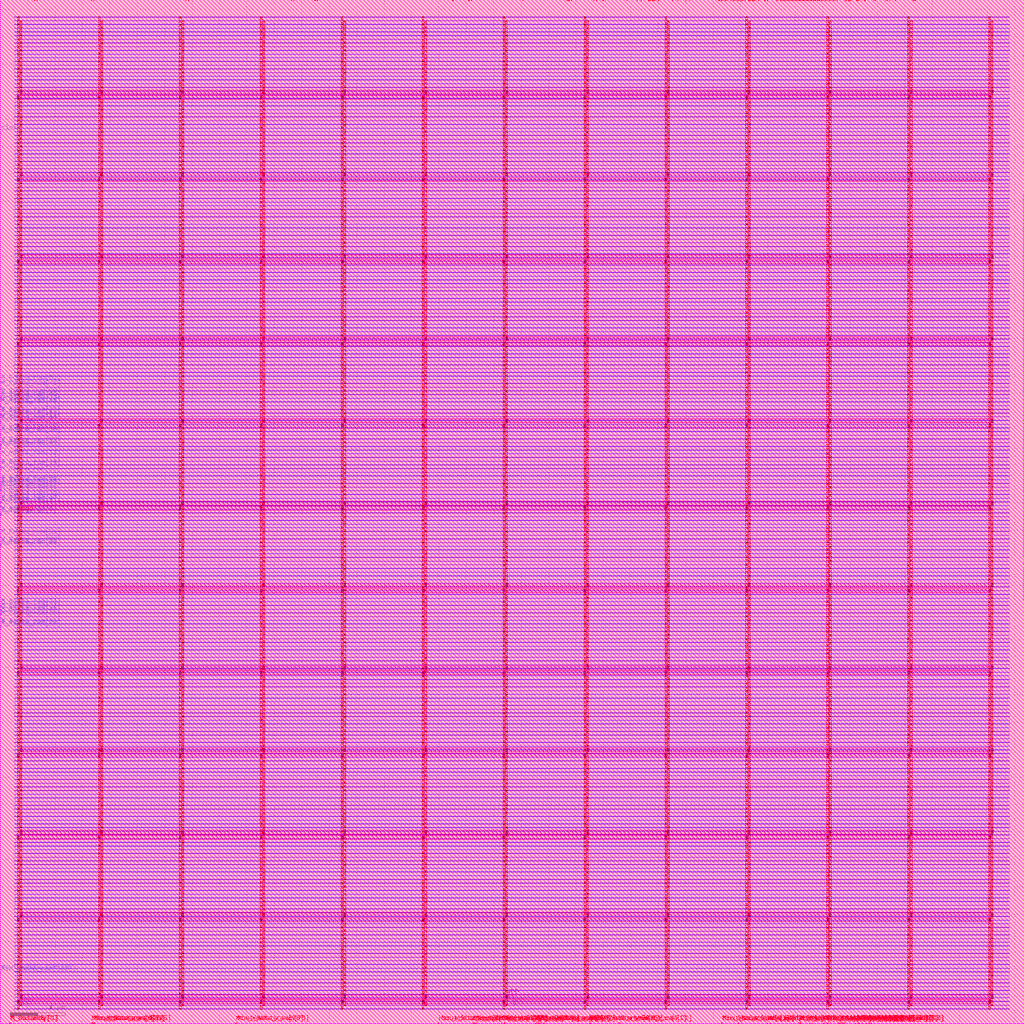
<source format=lef>
VERSION 5.8 ;
BUSBITCHARS "[]" ;
DIVIDERCHAR "/" ;
UNITS
    DATABASE MICRONS 1000 ;
END UNITS

VIA run_benchmark_via1_2_72630_18_1_2017_36_36
  VIARULE M2_M1 ;
  CUTSIZE 0.018 0.018 ;
  LAYERS M1 V1 M2 ;
  CUTSPACING 0.018 0.018 ;
  ENCLOSURE 0 0 0.002 0 ;
  ROWCOL 1 2017 ;
END run_benchmark_via1_2_72630_18_1_2017_36_36

VIA run_benchmark_VIA23_1_3_36_36
    LAYER M2 ;
      RECT  -0.05 -0.009 0.05 0.009 ;
    LAYER M3 ;
      RECT  -0.045 -0.014 0.045 0.014 ;
    LAYER V2 ;
      RECT  0.027 -0.009 0.045 0.009 ;
      RECT  -0.009 -0.009 0.009 0.009 ;
      RECT  -0.045 -0.009 -0.027 0.009 ;
END run_benchmark_VIA23_1_3_36_36

VIA run_benchmark_VIA34_1_2_58_52
    LAYER M3 ;
      RECT  -0.04 -0.017 0.04 0.017 ;
    LAYER M4 ;
      RECT  -0.046 -0.012 0.046 0.012 ;
    LAYER V3 ;
      RECT  0.017 -0.012 0.035 0.012 ;
      RECT  -0.035 -0.012 -0.017 0.012 ;
END run_benchmark_VIA34_1_2_58_52

VIA run_benchmark_VIA45_1_2_58_58
    LAYER M4 ;
      RECT  -0.052 -0.012 0.052 0.012 ;
    LAYER M5 ;
      RECT  -0.06 -0.023 0.06 0.023 ;
    LAYER V4 ;
      RECT  0.017 -0.012 0.041 0.012 ;
      RECT  -0.041 -0.012 -0.017 0.012 ;
END run_benchmark_VIA45_1_2_58_58

VIA run_benchmark_via5_6_120_288_1_2_58_322
  VIARULE M6_M5widePWR1p152 ;
  CUTSIZE 0.024 0.288 ;
  LAYERS M5 V5 M6 ;
  CUTSPACING 0.034 0.034 ;
  ENCLOSURE 0.019 0 0 0 ;
  ROWCOL 1 2 ;
END run_benchmark_via5_6_120_288_1_2_58_322

MACRO run_benchmark
  FOREIGN run_benchmark 0 0 ;
  CLASS BLOCK ;
  SIZE 74.707 BY 74.707 ;
  PIN VDD
    USE POWER ;
    DIRECTION INOUT ;
    PORT
      LAYER M6 ;
        RECT  1.458 67.833 72.426 68.121 ;
        RECT  1.458 61.833 72.426 62.121 ;
        RECT  1.458 55.833 72.426 56.121 ;
        RECT  1.458 49.833 72.426 50.121 ;
        RECT  1.458 43.833 72.426 44.121 ;
        RECT  1.458 37.833 72.426 38.121 ;
        RECT  1.458 31.833 72.426 32.121 ;
        RECT  1.458 25.833 72.426 26.121 ;
        RECT  1.458 19.833 72.426 20.121 ;
        RECT  1.458 13.833 72.426 14.121 ;
        RECT  1.458 7.833 72.426 8.121 ;
        RECT  1.458 1.833 72.426 2.121 ;
      LAYER M5 ;
        RECT  72.306 1.327 72.426 73.193 ;
        RECT  66.402 1.327 66.522 73.193 ;
        RECT  60.498 1.327 60.618 73.193 ;
        RECT  54.594 1.327 54.714 73.193 ;
        RECT  48.69 1.327 48.81 73.193 ;
        RECT  42.786 1.327 42.906 73.193 ;
        RECT  36.882 1.327 37.002 73.193 ;
        RECT  30.978 1.327 31.098 73.193 ;
        RECT  25.074 1.327 25.194 73.193 ;
        RECT  19.17 1.327 19.29 73.193 ;
        RECT  13.266 1.327 13.386 73.193 ;
        RECT  7.362 1.327 7.482 73.193 ;
        RECT  1.458 1.327 1.578 73.193 ;
      LAYER M2 ;
        RECT  1.026 73.161 73.656 73.179 ;
        RECT  1.026 72.621 73.656 72.639 ;
        RECT  1.026 72.081 73.656 72.099 ;
        RECT  1.026 71.541 73.656 71.559 ;
        RECT  1.026 71.001 73.656 71.019 ;
        RECT  1.026 70.461 73.656 70.479 ;
        RECT  1.026 69.921 73.656 69.939 ;
        RECT  1.026 69.381 73.656 69.399 ;
        RECT  1.026 68.841 73.656 68.859 ;
        RECT  1.026 68.301 73.656 68.319 ;
        RECT  1.026 67.761 73.656 67.779 ;
        RECT  1.026 67.221 73.656 67.239 ;
        RECT  1.026 66.681 73.656 66.699 ;
        RECT  1.026 66.141 73.656 66.159 ;
        RECT  1.026 65.601 73.656 65.619 ;
        RECT  1.026 65.061 73.656 65.079 ;
        RECT  1.026 64.521 73.656 64.539 ;
        RECT  1.026 63.981 73.656 63.999 ;
        RECT  1.026 63.441 73.656 63.459 ;
        RECT  1.026 62.901 73.656 62.919 ;
        RECT  1.026 62.361 73.656 62.379 ;
        RECT  1.026 61.821 73.656 61.839 ;
        RECT  1.026 61.281 73.656 61.299 ;
        RECT  1.026 60.741 73.656 60.759 ;
        RECT  1.026 60.201 73.656 60.219 ;
        RECT  1.026 59.661 73.656 59.679 ;
        RECT  1.026 59.121 73.656 59.139 ;
        RECT  1.026 58.581 73.656 58.599 ;
        RECT  1.026 58.041 73.656 58.059 ;
        RECT  1.026 57.501 73.656 57.519 ;
        RECT  1.026 56.961 73.656 56.979 ;
        RECT  1.026 56.421 73.656 56.439 ;
        RECT  1.026 55.881 73.656 55.899 ;
        RECT  1.026 55.341 73.656 55.359 ;
        RECT  1.026 54.801 73.656 54.819 ;
        RECT  1.026 54.261 73.656 54.279 ;
        RECT  1.026 53.721 73.656 53.739 ;
        RECT  1.026 53.181 73.656 53.199 ;
        RECT  1.026 52.641 73.656 52.659 ;
        RECT  1.026 52.101 73.656 52.119 ;
        RECT  1.026 51.561 73.656 51.579 ;
        RECT  1.026 51.021 73.656 51.039 ;
        RECT  1.026 50.481 73.656 50.499 ;
        RECT  1.026 49.941 73.656 49.959 ;
        RECT  1.026 49.401 73.656 49.419 ;
        RECT  1.026 48.861 73.656 48.879 ;
        RECT  1.026 48.321 73.656 48.339 ;
        RECT  1.026 47.781 73.656 47.799 ;
        RECT  1.026 47.241 73.656 47.259 ;
        RECT  1.026 46.701 73.656 46.719 ;
        RECT  1.026 46.161 73.656 46.179 ;
        RECT  1.026 45.621 73.656 45.639 ;
        RECT  1.026 45.081 73.656 45.099 ;
        RECT  1.026 44.541 73.656 44.559 ;
        RECT  1.026 44.001 73.656 44.019 ;
        RECT  1.026 43.461 73.656 43.479 ;
        RECT  1.026 42.921 73.656 42.939 ;
        RECT  1.026 42.381 73.656 42.399 ;
        RECT  1.026 41.841 73.656 41.859 ;
        RECT  1.026 41.301 73.656 41.319 ;
        RECT  1.026 40.761 73.656 40.779 ;
        RECT  1.026 40.221 73.656 40.239 ;
        RECT  1.026 39.681 73.656 39.699 ;
        RECT  1.026 39.141 73.656 39.159 ;
        RECT  1.026 38.601 73.656 38.619 ;
        RECT  1.026 38.061 73.656 38.079 ;
        RECT  1.026 37.521 73.656 37.539 ;
        RECT  1.026 36.981 73.656 36.999 ;
        RECT  1.026 36.441 73.656 36.459 ;
        RECT  1.026 35.901 73.656 35.919 ;
        RECT  1.026 35.361 73.656 35.379 ;
        RECT  1.026 34.821 73.656 34.839 ;
        RECT  1.026 34.281 73.656 34.299 ;
        RECT  1.026 33.741 73.656 33.759 ;
        RECT  1.026 33.201 73.656 33.219 ;
        RECT  1.026 32.661 73.656 32.679 ;
        RECT  1.026 32.121 73.656 32.139 ;
        RECT  1.026 31.581 73.656 31.599 ;
        RECT  1.026 31.041 73.656 31.059 ;
        RECT  1.026 30.501 73.656 30.519 ;
        RECT  1.026 29.961 73.656 29.979 ;
        RECT  1.026 29.421 73.656 29.439 ;
        RECT  1.026 28.881 73.656 28.899 ;
        RECT  1.026 28.341 73.656 28.359 ;
        RECT  1.026 27.801 73.656 27.819 ;
        RECT  1.026 27.261 73.656 27.279 ;
        RECT  1.026 26.721 73.656 26.739 ;
        RECT  1.026 26.181 73.656 26.199 ;
        RECT  1.026 25.641 73.656 25.659 ;
        RECT  1.026 25.101 73.656 25.119 ;
        RECT  1.026 24.561 73.656 24.579 ;
        RECT  1.026 24.021 73.656 24.039 ;
        RECT  1.026 23.481 73.656 23.499 ;
        RECT  1.026 22.941 73.656 22.959 ;
        RECT  1.026 22.401 73.656 22.419 ;
        RECT  1.026 21.861 73.656 21.879 ;
        RECT  1.026 21.321 73.656 21.339 ;
        RECT  1.026 20.781 73.656 20.799 ;
        RECT  1.026 20.241 73.656 20.259 ;
        RECT  1.026 19.701 73.656 19.719 ;
        RECT  1.026 19.161 73.656 19.179 ;
        RECT  1.026 18.621 73.656 18.639 ;
        RECT  1.026 18.081 73.656 18.099 ;
        RECT  1.026 17.541 73.656 17.559 ;
        RECT  1.026 17.001 73.656 17.019 ;
        RECT  1.026 16.461 73.656 16.479 ;
        RECT  1.026 15.921 73.656 15.939 ;
        RECT  1.026 15.381 73.656 15.399 ;
        RECT  1.026 14.841 73.656 14.859 ;
        RECT  1.026 14.301 73.656 14.319 ;
        RECT  1.026 13.761 73.656 13.779 ;
        RECT  1.026 13.221 73.656 13.239 ;
        RECT  1.026 12.681 73.656 12.699 ;
        RECT  1.026 12.141 73.656 12.159 ;
        RECT  1.026 11.601 73.656 11.619 ;
        RECT  1.026 11.061 73.656 11.079 ;
        RECT  1.026 10.521 73.656 10.539 ;
        RECT  1.026 9.981 73.656 9.999 ;
        RECT  1.026 9.441 73.656 9.459 ;
        RECT  1.026 8.901 73.656 8.919 ;
        RECT  1.026 8.361 73.656 8.379 ;
        RECT  1.026 7.821 73.656 7.839 ;
        RECT  1.026 7.281 73.656 7.299 ;
        RECT  1.026 6.741 73.656 6.759 ;
        RECT  1.026 6.201 73.656 6.219 ;
        RECT  1.026 5.661 73.656 5.679 ;
        RECT  1.026 5.121 73.656 5.139 ;
        RECT  1.026 4.581 73.656 4.599 ;
        RECT  1.026 4.041 73.656 4.059 ;
        RECT  1.026 3.501 73.656 3.519 ;
        RECT  1.026 2.961 73.656 2.979 ;
        RECT  1.026 2.421 73.656 2.439 ;
        RECT  1.026 1.881 73.656 1.899 ;
        RECT  1.026 1.341 73.656 1.359 ;
      LAYER M1 ;
        RECT  1.026 73.161 73.656 73.179 ;
        RECT  1.026 72.621 73.656 72.639 ;
        RECT  1.026 72.081 73.656 72.099 ;
        RECT  1.026 71.541 73.656 71.559 ;
        RECT  1.026 71.001 73.656 71.019 ;
        RECT  1.026 70.461 73.656 70.479 ;
        RECT  1.026 69.921 73.656 69.939 ;
        RECT  1.026 69.381 73.656 69.399 ;
        RECT  1.026 68.841 73.656 68.859 ;
        RECT  1.026 68.301 73.656 68.319 ;
        RECT  1.026 67.761 73.656 67.779 ;
        RECT  1.026 67.221 73.656 67.239 ;
        RECT  1.026 66.681 73.656 66.699 ;
        RECT  1.026 66.141 73.656 66.159 ;
        RECT  1.026 65.601 73.656 65.619 ;
        RECT  1.026 65.061 73.656 65.079 ;
        RECT  1.026 64.521 73.656 64.539 ;
        RECT  1.026 63.981 73.656 63.999 ;
        RECT  1.026 63.441 73.656 63.459 ;
        RECT  1.026 62.901 73.656 62.919 ;
        RECT  1.026 62.361 73.656 62.379 ;
        RECT  1.026 61.821 73.656 61.839 ;
        RECT  1.026 61.281 73.656 61.299 ;
        RECT  1.026 60.741 73.656 60.759 ;
        RECT  1.026 60.201 73.656 60.219 ;
        RECT  1.026 59.661 73.656 59.679 ;
        RECT  1.026 59.121 73.656 59.139 ;
        RECT  1.026 58.581 73.656 58.599 ;
        RECT  1.026 58.041 73.656 58.059 ;
        RECT  1.026 57.501 73.656 57.519 ;
        RECT  1.026 56.961 73.656 56.979 ;
        RECT  1.026 56.421 73.656 56.439 ;
        RECT  1.026 55.881 73.656 55.899 ;
        RECT  1.026 55.341 73.656 55.359 ;
        RECT  1.026 54.801 73.656 54.819 ;
        RECT  1.026 54.261 73.656 54.279 ;
        RECT  1.026 53.721 73.656 53.739 ;
        RECT  1.026 53.181 73.656 53.199 ;
        RECT  1.026 52.641 73.656 52.659 ;
        RECT  1.026 52.101 73.656 52.119 ;
        RECT  1.026 51.561 73.656 51.579 ;
        RECT  1.026 51.021 73.656 51.039 ;
        RECT  1.026 50.481 73.656 50.499 ;
        RECT  1.026 49.941 73.656 49.959 ;
        RECT  1.026 49.401 73.656 49.419 ;
        RECT  1.026 48.861 73.656 48.879 ;
        RECT  1.026 48.321 73.656 48.339 ;
        RECT  1.026 47.781 73.656 47.799 ;
        RECT  1.026 47.241 73.656 47.259 ;
        RECT  1.026 46.701 73.656 46.719 ;
        RECT  1.026 46.161 73.656 46.179 ;
        RECT  1.026 45.621 73.656 45.639 ;
        RECT  1.026 45.081 73.656 45.099 ;
        RECT  1.026 44.541 73.656 44.559 ;
        RECT  1.026 44.001 73.656 44.019 ;
        RECT  1.026 43.461 73.656 43.479 ;
        RECT  1.026 42.921 73.656 42.939 ;
        RECT  1.026 42.381 73.656 42.399 ;
        RECT  1.026 41.841 73.656 41.859 ;
        RECT  1.026 41.301 73.656 41.319 ;
        RECT  1.026 40.761 73.656 40.779 ;
        RECT  1.026 40.221 73.656 40.239 ;
        RECT  1.026 39.681 73.656 39.699 ;
        RECT  1.026 39.141 73.656 39.159 ;
        RECT  1.026 38.601 73.656 38.619 ;
        RECT  1.026 38.061 73.656 38.079 ;
        RECT  1.026 37.521 73.656 37.539 ;
        RECT  1.026 36.981 73.656 36.999 ;
        RECT  1.026 36.441 73.656 36.459 ;
        RECT  1.026 35.901 73.656 35.919 ;
        RECT  1.026 35.361 73.656 35.379 ;
        RECT  1.026 34.821 73.656 34.839 ;
        RECT  1.026 34.281 73.656 34.299 ;
        RECT  1.026 33.741 73.656 33.759 ;
        RECT  1.026 33.201 73.656 33.219 ;
        RECT  1.026 32.661 73.656 32.679 ;
        RECT  1.026 32.121 73.656 32.139 ;
        RECT  1.026 31.581 73.656 31.599 ;
        RECT  1.026 31.041 73.656 31.059 ;
        RECT  1.026 30.501 73.656 30.519 ;
        RECT  1.026 29.961 73.656 29.979 ;
        RECT  1.026 29.421 73.656 29.439 ;
        RECT  1.026 28.881 73.656 28.899 ;
        RECT  1.026 28.341 73.656 28.359 ;
        RECT  1.026 27.801 73.656 27.819 ;
        RECT  1.026 27.261 73.656 27.279 ;
        RECT  1.026 26.721 73.656 26.739 ;
        RECT  1.026 26.181 73.656 26.199 ;
        RECT  1.026 25.641 73.656 25.659 ;
        RECT  1.026 25.101 73.656 25.119 ;
        RECT  1.026 24.561 73.656 24.579 ;
        RECT  1.026 24.021 73.656 24.039 ;
        RECT  1.026 23.481 73.656 23.499 ;
        RECT  1.026 22.941 73.656 22.959 ;
        RECT  1.026 22.401 73.656 22.419 ;
        RECT  1.026 21.861 73.656 21.879 ;
        RECT  1.026 21.321 73.656 21.339 ;
        RECT  1.026 20.781 73.656 20.799 ;
        RECT  1.026 20.241 73.656 20.259 ;
        RECT  1.026 19.701 73.656 19.719 ;
        RECT  1.026 19.161 73.656 19.179 ;
        RECT  1.026 18.621 73.656 18.639 ;
        RECT  1.026 18.081 73.656 18.099 ;
        RECT  1.026 17.541 73.656 17.559 ;
        RECT  1.026 17.001 73.656 17.019 ;
        RECT  1.026 16.461 73.656 16.479 ;
        RECT  1.026 15.921 73.656 15.939 ;
        RECT  1.026 15.381 73.656 15.399 ;
        RECT  1.026 14.841 73.656 14.859 ;
        RECT  1.026 14.301 73.656 14.319 ;
        RECT  1.026 13.761 73.656 13.779 ;
        RECT  1.026 13.221 73.656 13.239 ;
        RECT  1.026 12.681 73.656 12.699 ;
        RECT  1.026 12.141 73.656 12.159 ;
        RECT  1.026 11.601 73.656 11.619 ;
        RECT  1.026 11.061 73.656 11.079 ;
        RECT  1.026 10.521 73.656 10.539 ;
        RECT  1.026 9.981 73.656 9.999 ;
        RECT  1.026 9.441 73.656 9.459 ;
        RECT  1.026 8.901 73.656 8.919 ;
        RECT  1.026 8.361 73.656 8.379 ;
        RECT  1.026 7.821 73.656 7.839 ;
        RECT  1.026 7.281 73.656 7.299 ;
        RECT  1.026 6.741 73.656 6.759 ;
        RECT  1.026 6.201 73.656 6.219 ;
        RECT  1.026 5.661 73.656 5.679 ;
        RECT  1.026 5.121 73.656 5.139 ;
        RECT  1.026 4.581 73.656 4.599 ;
        RECT  1.026 4.041 73.656 4.059 ;
        RECT  1.026 3.501 73.656 3.519 ;
        RECT  1.026 2.961 73.656 2.979 ;
        RECT  1.026 2.421 73.656 2.439 ;
        RECT  1.026 1.881 73.656 1.899 ;
        RECT  1.026 1.341 73.656 1.359 ;
      VIA 72.366 67.977 run_benchmark_via5_6_120_288_1_2_58_322 ;
      VIA 72.366 61.977 run_benchmark_via5_6_120_288_1_2_58_322 ;
      VIA 72.366 55.977 run_benchmark_via5_6_120_288_1_2_58_322 ;
      VIA 72.366 49.977 run_benchmark_via5_6_120_288_1_2_58_322 ;
      VIA 72.366 43.977 run_benchmark_via5_6_120_288_1_2_58_322 ;
      VIA 72.366 37.977 run_benchmark_via5_6_120_288_1_2_58_322 ;
      VIA 72.366 31.977 run_benchmark_via5_6_120_288_1_2_58_322 ;
      VIA 72.366 25.977 run_benchmark_via5_6_120_288_1_2_58_322 ;
      VIA 72.366 19.977 run_benchmark_via5_6_120_288_1_2_58_322 ;
      VIA 72.366 13.977 run_benchmark_via5_6_120_288_1_2_58_322 ;
      VIA 72.366 7.977 run_benchmark_via5_6_120_288_1_2_58_322 ;
      VIA 72.366 1.977 run_benchmark_via5_6_120_288_1_2_58_322 ;
      VIA 66.462 67.977 run_benchmark_via5_6_120_288_1_2_58_322 ;
      VIA 66.462 61.977 run_benchmark_via5_6_120_288_1_2_58_322 ;
      VIA 66.462 55.977 run_benchmark_via5_6_120_288_1_2_58_322 ;
      VIA 66.462 49.977 run_benchmark_via5_6_120_288_1_2_58_322 ;
      VIA 66.462 43.977 run_benchmark_via5_6_120_288_1_2_58_322 ;
      VIA 66.462 37.977 run_benchmark_via5_6_120_288_1_2_58_322 ;
      VIA 66.462 31.977 run_benchmark_via5_6_120_288_1_2_58_322 ;
      VIA 66.462 25.977 run_benchmark_via5_6_120_288_1_2_58_322 ;
      VIA 66.462 19.977 run_benchmark_via5_6_120_288_1_2_58_322 ;
      VIA 66.462 13.977 run_benchmark_via5_6_120_288_1_2_58_322 ;
      VIA 66.462 7.977 run_benchmark_via5_6_120_288_1_2_58_322 ;
      VIA 66.462 1.977 run_benchmark_via5_6_120_288_1_2_58_322 ;
      VIA 60.558 67.977 run_benchmark_via5_6_120_288_1_2_58_322 ;
      VIA 60.558 61.977 run_benchmark_via5_6_120_288_1_2_58_322 ;
      VIA 60.558 55.977 run_benchmark_via5_6_120_288_1_2_58_322 ;
      VIA 60.558 49.977 run_benchmark_via5_6_120_288_1_2_58_322 ;
      VIA 60.558 43.977 run_benchmark_via5_6_120_288_1_2_58_322 ;
      VIA 60.558 37.977 run_benchmark_via5_6_120_288_1_2_58_322 ;
      VIA 60.558 31.977 run_benchmark_via5_6_120_288_1_2_58_322 ;
      VIA 60.558 25.977 run_benchmark_via5_6_120_288_1_2_58_322 ;
      VIA 60.558 19.977 run_benchmark_via5_6_120_288_1_2_58_322 ;
      VIA 60.558 13.977 run_benchmark_via5_6_120_288_1_2_58_322 ;
      VIA 60.558 7.977 run_benchmark_via5_6_120_288_1_2_58_322 ;
      VIA 60.558 1.977 run_benchmark_via5_6_120_288_1_2_58_322 ;
      VIA 54.654 67.977 run_benchmark_via5_6_120_288_1_2_58_322 ;
      VIA 54.654 61.977 run_benchmark_via5_6_120_288_1_2_58_322 ;
      VIA 54.654 55.977 run_benchmark_via5_6_120_288_1_2_58_322 ;
      VIA 54.654 49.977 run_benchmark_via5_6_120_288_1_2_58_322 ;
      VIA 54.654 43.977 run_benchmark_via5_6_120_288_1_2_58_322 ;
      VIA 54.654 37.977 run_benchmark_via5_6_120_288_1_2_58_322 ;
      VIA 54.654 31.977 run_benchmark_via5_6_120_288_1_2_58_322 ;
      VIA 54.654 25.977 run_benchmark_via5_6_120_288_1_2_58_322 ;
      VIA 54.654 19.977 run_benchmark_via5_6_120_288_1_2_58_322 ;
      VIA 54.654 13.977 run_benchmark_via5_6_120_288_1_2_58_322 ;
      VIA 54.654 7.977 run_benchmark_via5_6_120_288_1_2_58_322 ;
      VIA 54.654 1.977 run_benchmark_via5_6_120_288_1_2_58_322 ;
      VIA 48.75 67.977 run_benchmark_via5_6_120_288_1_2_58_322 ;
      VIA 48.75 61.977 run_benchmark_via5_6_120_288_1_2_58_322 ;
      VIA 48.75 55.977 run_benchmark_via5_6_120_288_1_2_58_322 ;
      VIA 48.75 49.977 run_benchmark_via5_6_120_288_1_2_58_322 ;
      VIA 48.75 43.977 run_benchmark_via5_6_120_288_1_2_58_322 ;
      VIA 48.75 37.977 run_benchmark_via5_6_120_288_1_2_58_322 ;
      VIA 48.75 31.977 run_benchmark_via5_6_120_288_1_2_58_322 ;
      VIA 48.75 25.977 run_benchmark_via5_6_120_288_1_2_58_322 ;
      VIA 48.75 19.977 run_benchmark_via5_6_120_288_1_2_58_322 ;
      VIA 48.75 13.977 run_benchmark_via5_6_120_288_1_2_58_322 ;
      VIA 48.75 7.977 run_benchmark_via5_6_120_288_1_2_58_322 ;
      VIA 48.75 1.977 run_benchmark_via5_6_120_288_1_2_58_322 ;
      VIA 42.846 67.977 run_benchmark_via5_6_120_288_1_2_58_322 ;
      VIA 42.846 61.977 run_benchmark_via5_6_120_288_1_2_58_322 ;
      VIA 42.846 55.977 run_benchmark_via5_6_120_288_1_2_58_322 ;
      VIA 42.846 49.977 run_benchmark_via5_6_120_288_1_2_58_322 ;
      VIA 42.846 43.977 run_benchmark_via5_6_120_288_1_2_58_322 ;
      VIA 42.846 37.977 run_benchmark_via5_6_120_288_1_2_58_322 ;
      VIA 42.846 31.977 run_benchmark_via5_6_120_288_1_2_58_322 ;
      VIA 42.846 25.977 run_benchmark_via5_6_120_288_1_2_58_322 ;
      VIA 42.846 19.977 run_benchmark_via5_6_120_288_1_2_58_322 ;
      VIA 42.846 13.977 run_benchmark_via5_6_120_288_1_2_58_322 ;
      VIA 42.846 7.977 run_benchmark_via5_6_120_288_1_2_58_322 ;
      VIA 42.846 1.977 run_benchmark_via5_6_120_288_1_2_58_322 ;
      VIA 36.942 67.977 run_benchmark_via5_6_120_288_1_2_58_322 ;
      VIA 36.942 61.977 run_benchmark_via5_6_120_288_1_2_58_322 ;
      VIA 36.942 55.977 run_benchmark_via5_6_120_288_1_2_58_322 ;
      VIA 36.942 49.977 run_benchmark_via5_6_120_288_1_2_58_322 ;
      VIA 36.942 43.977 run_benchmark_via5_6_120_288_1_2_58_322 ;
      VIA 36.942 37.977 run_benchmark_via5_6_120_288_1_2_58_322 ;
      VIA 36.942 31.977 run_benchmark_via5_6_120_288_1_2_58_322 ;
      VIA 36.942 25.977 run_benchmark_via5_6_120_288_1_2_58_322 ;
      VIA 36.942 19.977 run_benchmark_via5_6_120_288_1_2_58_322 ;
      VIA 36.942 13.977 run_benchmark_via5_6_120_288_1_2_58_322 ;
      VIA 36.942 7.977 run_benchmark_via5_6_120_288_1_2_58_322 ;
      VIA 36.942 1.977 run_benchmark_via5_6_120_288_1_2_58_322 ;
      VIA 31.038 67.977 run_benchmark_via5_6_120_288_1_2_58_322 ;
      VIA 31.038 61.977 run_benchmark_via5_6_120_288_1_2_58_322 ;
      VIA 31.038 55.977 run_benchmark_via5_6_120_288_1_2_58_322 ;
      VIA 31.038 49.977 run_benchmark_via5_6_120_288_1_2_58_322 ;
      VIA 31.038 43.977 run_benchmark_via5_6_120_288_1_2_58_322 ;
      VIA 31.038 37.977 run_benchmark_via5_6_120_288_1_2_58_322 ;
      VIA 31.038 31.977 run_benchmark_via5_6_120_288_1_2_58_322 ;
      VIA 31.038 25.977 run_benchmark_via5_6_120_288_1_2_58_322 ;
      VIA 31.038 19.977 run_benchmark_via5_6_120_288_1_2_58_322 ;
      VIA 31.038 13.977 run_benchmark_via5_6_120_288_1_2_58_322 ;
      VIA 31.038 7.977 run_benchmark_via5_6_120_288_1_2_58_322 ;
      VIA 31.038 1.977 run_benchmark_via5_6_120_288_1_2_58_322 ;
      VIA 25.134 67.977 run_benchmark_via5_6_120_288_1_2_58_322 ;
      VIA 25.134 61.977 run_benchmark_via5_6_120_288_1_2_58_322 ;
      VIA 25.134 55.977 run_benchmark_via5_6_120_288_1_2_58_322 ;
      VIA 25.134 49.977 run_benchmark_via5_6_120_288_1_2_58_322 ;
      VIA 25.134 43.977 run_benchmark_via5_6_120_288_1_2_58_322 ;
      VIA 25.134 37.977 run_benchmark_via5_6_120_288_1_2_58_322 ;
      VIA 25.134 31.977 run_benchmark_via5_6_120_288_1_2_58_322 ;
      VIA 25.134 25.977 run_benchmark_via5_6_120_288_1_2_58_322 ;
      VIA 25.134 19.977 run_benchmark_via5_6_120_288_1_2_58_322 ;
      VIA 25.134 13.977 run_benchmark_via5_6_120_288_1_2_58_322 ;
      VIA 25.134 7.977 run_benchmark_via5_6_120_288_1_2_58_322 ;
      VIA 25.134 1.977 run_benchmark_via5_6_120_288_1_2_58_322 ;
      VIA 19.23 67.977 run_benchmark_via5_6_120_288_1_2_58_322 ;
      VIA 19.23 61.977 run_benchmark_via5_6_120_288_1_2_58_322 ;
      VIA 19.23 55.977 run_benchmark_via5_6_120_288_1_2_58_322 ;
      VIA 19.23 49.977 run_benchmark_via5_6_120_288_1_2_58_322 ;
      VIA 19.23 43.977 run_benchmark_via5_6_120_288_1_2_58_322 ;
      VIA 19.23 37.977 run_benchmark_via5_6_120_288_1_2_58_322 ;
      VIA 19.23 31.977 run_benchmark_via5_6_120_288_1_2_58_322 ;
      VIA 19.23 25.977 run_benchmark_via5_6_120_288_1_2_58_322 ;
      VIA 19.23 19.977 run_benchmark_via5_6_120_288_1_2_58_322 ;
      VIA 19.23 13.977 run_benchmark_via5_6_120_288_1_2_58_322 ;
      VIA 19.23 7.977 run_benchmark_via5_6_120_288_1_2_58_322 ;
      VIA 19.23 1.977 run_benchmark_via5_6_120_288_1_2_58_322 ;
      VIA 13.326 67.977 run_benchmark_via5_6_120_288_1_2_58_322 ;
      VIA 13.326 61.977 run_benchmark_via5_6_120_288_1_2_58_322 ;
      VIA 13.326 55.977 run_benchmark_via5_6_120_288_1_2_58_322 ;
      VIA 13.326 49.977 run_benchmark_via5_6_120_288_1_2_58_322 ;
      VIA 13.326 43.977 run_benchmark_via5_6_120_288_1_2_58_322 ;
      VIA 13.326 37.977 run_benchmark_via5_6_120_288_1_2_58_322 ;
      VIA 13.326 31.977 run_benchmark_via5_6_120_288_1_2_58_322 ;
      VIA 13.326 25.977 run_benchmark_via5_6_120_288_1_2_58_322 ;
      VIA 13.326 19.977 run_benchmark_via5_6_120_288_1_2_58_322 ;
      VIA 13.326 13.977 run_benchmark_via5_6_120_288_1_2_58_322 ;
      VIA 13.326 7.977 run_benchmark_via5_6_120_288_1_2_58_322 ;
      VIA 13.326 1.977 run_benchmark_via5_6_120_288_1_2_58_322 ;
      VIA 7.422 67.977 run_benchmark_via5_6_120_288_1_2_58_322 ;
      VIA 7.422 61.977 run_benchmark_via5_6_120_288_1_2_58_322 ;
      VIA 7.422 55.977 run_benchmark_via5_6_120_288_1_2_58_322 ;
      VIA 7.422 49.977 run_benchmark_via5_6_120_288_1_2_58_322 ;
      VIA 7.422 43.977 run_benchmark_via5_6_120_288_1_2_58_322 ;
      VIA 7.422 37.977 run_benchmark_via5_6_120_288_1_2_58_322 ;
      VIA 7.422 31.977 run_benchmark_via5_6_120_288_1_2_58_322 ;
      VIA 7.422 25.977 run_benchmark_via5_6_120_288_1_2_58_322 ;
      VIA 7.422 19.977 run_benchmark_via5_6_120_288_1_2_58_322 ;
      VIA 7.422 13.977 run_benchmark_via5_6_120_288_1_2_58_322 ;
      VIA 7.422 7.977 run_benchmark_via5_6_120_288_1_2_58_322 ;
      VIA 7.422 1.977 run_benchmark_via5_6_120_288_1_2_58_322 ;
      VIA 1.518 67.977 run_benchmark_via5_6_120_288_1_2_58_322 ;
      VIA 1.518 61.977 run_benchmark_via5_6_120_288_1_2_58_322 ;
      VIA 1.518 55.977 run_benchmark_via5_6_120_288_1_2_58_322 ;
      VIA 1.518 49.977 run_benchmark_via5_6_120_288_1_2_58_322 ;
      VIA 1.518 43.977 run_benchmark_via5_6_120_288_1_2_58_322 ;
      VIA 1.518 37.977 run_benchmark_via5_6_120_288_1_2_58_322 ;
      VIA 1.518 31.977 run_benchmark_via5_6_120_288_1_2_58_322 ;
      VIA 1.518 25.977 run_benchmark_via5_6_120_288_1_2_58_322 ;
      VIA 1.518 19.977 run_benchmark_via5_6_120_288_1_2_58_322 ;
      VIA 1.518 13.977 run_benchmark_via5_6_120_288_1_2_58_322 ;
      VIA 1.518 7.977 run_benchmark_via5_6_120_288_1_2_58_322 ;
      VIA 1.518 1.977 run_benchmark_via5_6_120_288_1_2_58_322 ;
      VIA 72.366 73.17 run_benchmark_VIA45_1_2_58_58 ;
      LAYER M3 ;
        RECT  72.321 73.153 72.411 73.187 ;
      VIA 72.366 73.17 run_benchmark_VIA34_1_2_58_52 ;
      VIA 72.366 73.17 run_benchmark_VIA23_1_3_36_36 ;
      VIA 72.366 72.63 run_benchmark_VIA45_1_2_58_58 ;
      LAYER M3 ;
        RECT  72.321 72.613 72.411 72.647 ;
      VIA 72.366 72.63 run_benchmark_VIA34_1_2_58_52 ;
      VIA 72.366 72.63 run_benchmark_VIA23_1_3_36_36 ;
      VIA 72.366 72.09 run_benchmark_VIA45_1_2_58_58 ;
      LAYER M3 ;
        RECT  72.321 72.073 72.411 72.107 ;
      VIA 72.366 72.09 run_benchmark_VIA34_1_2_58_52 ;
      VIA 72.366 72.09 run_benchmark_VIA23_1_3_36_36 ;
      VIA 72.366 71.55 run_benchmark_VIA45_1_2_58_58 ;
      LAYER M3 ;
        RECT  72.321 71.533 72.411 71.567 ;
      VIA 72.366 71.55 run_benchmark_VIA34_1_2_58_52 ;
      VIA 72.366 71.55 run_benchmark_VIA23_1_3_36_36 ;
      VIA 72.366 71.01 run_benchmark_VIA45_1_2_58_58 ;
      LAYER M3 ;
        RECT  72.321 70.993 72.411 71.027 ;
      VIA 72.366 71.01 run_benchmark_VIA34_1_2_58_52 ;
      VIA 72.366 71.01 run_benchmark_VIA23_1_3_36_36 ;
      VIA 72.366 70.47 run_benchmark_VIA45_1_2_58_58 ;
      LAYER M3 ;
        RECT  72.321 70.453 72.411 70.487 ;
      VIA 72.366 70.47 run_benchmark_VIA34_1_2_58_52 ;
      VIA 72.366 70.47 run_benchmark_VIA23_1_3_36_36 ;
      VIA 72.366 69.93 run_benchmark_VIA45_1_2_58_58 ;
      LAYER M3 ;
        RECT  72.321 69.913 72.411 69.947 ;
      VIA 72.366 69.93 run_benchmark_VIA34_1_2_58_52 ;
      VIA 72.366 69.93 run_benchmark_VIA23_1_3_36_36 ;
      VIA 72.366 69.39 run_benchmark_VIA45_1_2_58_58 ;
      LAYER M3 ;
        RECT  72.321 69.373 72.411 69.407 ;
      VIA 72.366 69.39 run_benchmark_VIA34_1_2_58_52 ;
      VIA 72.366 69.39 run_benchmark_VIA23_1_3_36_36 ;
      VIA 72.366 68.85 run_benchmark_VIA45_1_2_58_58 ;
      LAYER M3 ;
        RECT  72.321 68.833 72.411 68.867 ;
      VIA 72.366 68.85 run_benchmark_VIA34_1_2_58_52 ;
      VIA 72.366 68.85 run_benchmark_VIA23_1_3_36_36 ;
      VIA 72.366 68.31 run_benchmark_VIA45_1_2_58_58 ;
      LAYER M3 ;
        RECT  72.321 68.293 72.411 68.327 ;
      VIA 72.366 68.31 run_benchmark_VIA34_1_2_58_52 ;
      VIA 72.366 68.31 run_benchmark_VIA23_1_3_36_36 ;
      VIA 72.366 67.77 run_benchmark_VIA45_1_2_58_58 ;
      LAYER M3 ;
        RECT  72.321 67.753 72.411 67.787 ;
      VIA 72.366 67.77 run_benchmark_VIA34_1_2_58_52 ;
      VIA 72.366 67.77 run_benchmark_VIA23_1_3_36_36 ;
      VIA 72.366 67.23 run_benchmark_VIA45_1_2_58_58 ;
      LAYER M3 ;
        RECT  72.321 67.213 72.411 67.247 ;
      VIA 72.366 67.23 run_benchmark_VIA34_1_2_58_52 ;
      VIA 72.366 67.23 run_benchmark_VIA23_1_3_36_36 ;
      VIA 72.366 66.69 run_benchmark_VIA45_1_2_58_58 ;
      LAYER M3 ;
        RECT  72.321 66.673 72.411 66.707 ;
      VIA 72.366 66.69 run_benchmark_VIA34_1_2_58_52 ;
      VIA 72.366 66.69 run_benchmark_VIA23_1_3_36_36 ;
      VIA 72.366 66.15 run_benchmark_VIA45_1_2_58_58 ;
      LAYER M3 ;
        RECT  72.321 66.133 72.411 66.167 ;
      VIA 72.366 66.15 run_benchmark_VIA34_1_2_58_52 ;
      VIA 72.366 66.15 run_benchmark_VIA23_1_3_36_36 ;
      VIA 72.366 65.61 run_benchmark_VIA45_1_2_58_58 ;
      LAYER M3 ;
        RECT  72.321 65.593 72.411 65.627 ;
      VIA 72.366 65.61 run_benchmark_VIA34_1_2_58_52 ;
      VIA 72.366 65.61 run_benchmark_VIA23_1_3_36_36 ;
      VIA 72.366 65.07 run_benchmark_VIA45_1_2_58_58 ;
      LAYER M3 ;
        RECT  72.321 65.053 72.411 65.087 ;
      VIA 72.366 65.07 run_benchmark_VIA34_1_2_58_52 ;
      VIA 72.366 65.07 run_benchmark_VIA23_1_3_36_36 ;
      VIA 72.366 64.53 run_benchmark_VIA45_1_2_58_58 ;
      LAYER M3 ;
        RECT  72.321 64.513 72.411 64.547 ;
      VIA 72.366 64.53 run_benchmark_VIA34_1_2_58_52 ;
      VIA 72.366 64.53 run_benchmark_VIA23_1_3_36_36 ;
      VIA 72.366 63.99 run_benchmark_VIA45_1_2_58_58 ;
      LAYER M3 ;
        RECT  72.321 63.973 72.411 64.007 ;
      VIA 72.366 63.99 run_benchmark_VIA34_1_2_58_52 ;
      VIA 72.366 63.99 run_benchmark_VIA23_1_3_36_36 ;
      VIA 72.366 63.45 run_benchmark_VIA45_1_2_58_58 ;
      LAYER M3 ;
        RECT  72.321 63.433 72.411 63.467 ;
      VIA 72.366 63.45 run_benchmark_VIA34_1_2_58_52 ;
      VIA 72.366 63.45 run_benchmark_VIA23_1_3_36_36 ;
      VIA 72.366 62.91 run_benchmark_VIA45_1_2_58_58 ;
      LAYER M3 ;
        RECT  72.321 62.893 72.411 62.927 ;
      VIA 72.366 62.91 run_benchmark_VIA34_1_2_58_52 ;
      VIA 72.366 62.91 run_benchmark_VIA23_1_3_36_36 ;
      VIA 72.366 62.37 run_benchmark_VIA45_1_2_58_58 ;
      LAYER M3 ;
        RECT  72.321 62.353 72.411 62.387 ;
      VIA 72.366 62.37 run_benchmark_VIA34_1_2_58_52 ;
      VIA 72.366 62.37 run_benchmark_VIA23_1_3_36_36 ;
      VIA 72.366 61.83 run_benchmark_VIA45_1_2_58_58 ;
      LAYER M3 ;
        RECT  72.321 61.813 72.411 61.847 ;
      VIA 72.366 61.83 run_benchmark_VIA34_1_2_58_52 ;
      VIA 72.366 61.83 run_benchmark_VIA23_1_3_36_36 ;
      VIA 72.366 61.29 run_benchmark_VIA45_1_2_58_58 ;
      LAYER M3 ;
        RECT  72.321 61.273 72.411 61.307 ;
      VIA 72.366 61.29 run_benchmark_VIA34_1_2_58_52 ;
      VIA 72.366 61.29 run_benchmark_VIA23_1_3_36_36 ;
      VIA 72.366 60.75 run_benchmark_VIA45_1_2_58_58 ;
      LAYER M3 ;
        RECT  72.321 60.733 72.411 60.767 ;
      VIA 72.366 60.75 run_benchmark_VIA34_1_2_58_52 ;
      VIA 72.366 60.75 run_benchmark_VIA23_1_3_36_36 ;
      VIA 72.366 60.21 run_benchmark_VIA45_1_2_58_58 ;
      LAYER M3 ;
        RECT  72.321 60.193 72.411 60.227 ;
      VIA 72.366 60.21 run_benchmark_VIA34_1_2_58_52 ;
      VIA 72.366 60.21 run_benchmark_VIA23_1_3_36_36 ;
      VIA 72.366 59.67 run_benchmark_VIA45_1_2_58_58 ;
      LAYER M3 ;
        RECT  72.321 59.653 72.411 59.687 ;
      VIA 72.366 59.67 run_benchmark_VIA34_1_2_58_52 ;
      VIA 72.366 59.67 run_benchmark_VIA23_1_3_36_36 ;
      VIA 72.366 59.13 run_benchmark_VIA45_1_2_58_58 ;
      LAYER M3 ;
        RECT  72.321 59.113 72.411 59.147 ;
      VIA 72.366 59.13 run_benchmark_VIA34_1_2_58_52 ;
      VIA 72.366 59.13 run_benchmark_VIA23_1_3_36_36 ;
      VIA 72.366 58.59 run_benchmark_VIA45_1_2_58_58 ;
      LAYER M3 ;
        RECT  72.321 58.573 72.411 58.607 ;
      VIA 72.366 58.59 run_benchmark_VIA34_1_2_58_52 ;
      VIA 72.366 58.59 run_benchmark_VIA23_1_3_36_36 ;
      VIA 72.366 58.05 run_benchmark_VIA45_1_2_58_58 ;
      LAYER M3 ;
        RECT  72.321 58.033 72.411 58.067 ;
      VIA 72.366 58.05 run_benchmark_VIA34_1_2_58_52 ;
      VIA 72.366 58.05 run_benchmark_VIA23_1_3_36_36 ;
      VIA 72.366 57.51 run_benchmark_VIA45_1_2_58_58 ;
      LAYER M3 ;
        RECT  72.321 57.493 72.411 57.527 ;
      VIA 72.366 57.51 run_benchmark_VIA34_1_2_58_52 ;
      VIA 72.366 57.51 run_benchmark_VIA23_1_3_36_36 ;
      VIA 72.366 56.97 run_benchmark_VIA45_1_2_58_58 ;
      LAYER M3 ;
        RECT  72.321 56.953 72.411 56.987 ;
      VIA 72.366 56.97 run_benchmark_VIA34_1_2_58_52 ;
      VIA 72.366 56.97 run_benchmark_VIA23_1_3_36_36 ;
      VIA 72.366 56.43 run_benchmark_VIA45_1_2_58_58 ;
      LAYER M3 ;
        RECT  72.321 56.413 72.411 56.447 ;
      VIA 72.366 56.43 run_benchmark_VIA34_1_2_58_52 ;
      VIA 72.366 56.43 run_benchmark_VIA23_1_3_36_36 ;
      VIA 72.366 55.89 run_benchmark_VIA45_1_2_58_58 ;
      LAYER M3 ;
        RECT  72.321 55.873 72.411 55.907 ;
      VIA 72.366 55.89 run_benchmark_VIA34_1_2_58_52 ;
      VIA 72.366 55.89 run_benchmark_VIA23_1_3_36_36 ;
      VIA 72.366 55.35 run_benchmark_VIA45_1_2_58_58 ;
      LAYER M3 ;
        RECT  72.321 55.333 72.411 55.367 ;
      VIA 72.366 55.35 run_benchmark_VIA34_1_2_58_52 ;
      VIA 72.366 55.35 run_benchmark_VIA23_1_3_36_36 ;
      VIA 72.366 54.81 run_benchmark_VIA45_1_2_58_58 ;
      LAYER M3 ;
        RECT  72.321 54.793 72.411 54.827 ;
      VIA 72.366 54.81 run_benchmark_VIA34_1_2_58_52 ;
      VIA 72.366 54.81 run_benchmark_VIA23_1_3_36_36 ;
      VIA 72.366 54.27 run_benchmark_VIA45_1_2_58_58 ;
      LAYER M3 ;
        RECT  72.321 54.253 72.411 54.287 ;
      VIA 72.366 54.27 run_benchmark_VIA34_1_2_58_52 ;
      VIA 72.366 54.27 run_benchmark_VIA23_1_3_36_36 ;
      VIA 72.366 53.73 run_benchmark_VIA45_1_2_58_58 ;
      LAYER M3 ;
        RECT  72.321 53.713 72.411 53.747 ;
      VIA 72.366 53.73 run_benchmark_VIA34_1_2_58_52 ;
      VIA 72.366 53.73 run_benchmark_VIA23_1_3_36_36 ;
      VIA 72.366 53.19 run_benchmark_VIA45_1_2_58_58 ;
      LAYER M3 ;
        RECT  72.321 53.173 72.411 53.207 ;
      VIA 72.366 53.19 run_benchmark_VIA34_1_2_58_52 ;
      VIA 72.366 53.19 run_benchmark_VIA23_1_3_36_36 ;
      VIA 72.366 52.65 run_benchmark_VIA45_1_2_58_58 ;
      LAYER M3 ;
        RECT  72.321 52.633 72.411 52.667 ;
      VIA 72.366 52.65 run_benchmark_VIA34_1_2_58_52 ;
      VIA 72.366 52.65 run_benchmark_VIA23_1_3_36_36 ;
      VIA 72.366 52.11 run_benchmark_VIA45_1_2_58_58 ;
      LAYER M3 ;
        RECT  72.321 52.093 72.411 52.127 ;
      VIA 72.366 52.11 run_benchmark_VIA34_1_2_58_52 ;
      VIA 72.366 52.11 run_benchmark_VIA23_1_3_36_36 ;
      VIA 72.366 51.57 run_benchmark_VIA45_1_2_58_58 ;
      LAYER M3 ;
        RECT  72.321 51.553 72.411 51.587 ;
      VIA 72.366 51.57 run_benchmark_VIA34_1_2_58_52 ;
      VIA 72.366 51.57 run_benchmark_VIA23_1_3_36_36 ;
      VIA 72.366 51.03 run_benchmark_VIA45_1_2_58_58 ;
      LAYER M3 ;
        RECT  72.321 51.013 72.411 51.047 ;
      VIA 72.366 51.03 run_benchmark_VIA34_1_2_58_52 ;
      VIA 72.366 51.03 run_benchmark_VIA23_1_3_36_36 ;
      VIA 72.366 50.49 run_benchmark_VIA45_1_2_58_58 ;
      LAYER M3 ;
        RECT  72.321 50.473 72.411 50.507 ;
      VIA 72.366 50.49 run_benchmark_VIA34_1_2_58_52 ;
      VIA 72.366 50.49 run_benchmark_VIA23_1_3_36_36 ;
      VIA 72.366 49.95 run_benchmark_VIA45_1_2_58_58 ;
      LAYER M3 ;
        RECT  72.321 49.933 72.411 49.967 ;
      VIA 72.366 49.95 run_benchmark_VIA34_1_2_58_52 ;
      VIA 72.366 49.95 run_benchmark_VIA23_1_3_36_36 ;
      VIA 72.366 49.41 run_benchmark_VIA45_1_2_58_58 ;
      LAYER M3 ;
        RECT  72.321 49.393 72.411 49.427 ;
      VIA 72.366 49.41 run_benchmark_VIA34_1_2_58_52 ;
      VIA 72.366 49.41 run_benchmark_VIA23_1_3_36_36 ;
      VIA 72.366 48.87 run_benchmark_VIA45_1_2_58_58 ;
      LAYER M3 ;
        RECT  72.321 48.853 72.411 48.887 ;
      VIA 72.366 48.87 run_benchmark_VIA34_1_2_58_52 ;
      VIA 72.366 48.87 run_benchmark_VIA23_1_3_36_36 ;
      VIA 72.366 48.33 run_benchmark_VIA45_1_2_58_58 ;
      LAYER M3 ;
        RECT  72.321 48.313 72.411 48.347 ;
      VIA 72.366 48.33 run_benchmark_VIA34_1_2_58_52 ;
      VIA 72.366 48.33 run_benchmark_VIA23_1_3_36_36 ;
      VIA 72.366 47.79 run_benchmark_VIA45_1_2_58_58 ;
      LAYER M3 ;
        RECT  72.321 47.773 72.411 47.807 ;
      VIA 72.366 47.79 run_benchmark_VIA34_1_2_58_52 ;
      VIA 72.366 47.79 run_benchmark_VIA23_1_3_36_36 ;
      VIA 72.366 47.25 run_benchmark_VIA45_1_2_58_58 ;
      LAYER M3 ;
        RECT  72.321 47.233 72.411 47.267 ;
      VIA 72.366 47.25 run_benchmark_VIA34_1_2_58_52 ;
      VIA 72.366 47.25 run_benchmark_VIA23_1_3_36_36 ;
      VIA 72.366 46.71 run_benchmark_VIA45_1_2_58_58 ;
      LAYER M3 ;
        RECT  72.321 46.693 72.411 46.727 ;
      VIA 72.366 46.71 run_benchmark_VIA34_1_2_58_52 ;
      VIA 72.366 46.71 run_benchmark_VIA23_1_3_36_36 ;
      VIA 72.366 46.17 run_benchmark_VIA45_1_2_58_58 ;
      LAYER M3 ;
        RECT  72.321 46.153 72.411 46.187 ;
      VIA 72.366 46.17 run_benchmark_VIA34_1_2_58_52 ;
      VIA 72.366 46.17 run_benchmark_VIA23_1_3_36_36 ;
      VIA 72.366 45.63 run_benchmark_VIA45_1_2_58_58 ;
      LAYER M3 ;
        RECT  72.321 45.613 72.411 45.647 ;
      VIA 72.366 45.63 run_benchmark_VIA34_1_2_58_52 ;
      VIA 72.366 45.63 run_benchmark_VIA23_1_3_36_36 ;
      VIA 72.366 45.09 run_benchmark_VIA45_1_2_58_58 ;
      LAYER M3 ;
        RECT  72.321 45.073 72.411 45.107 ;
      VIA 72.366 45.09 run_benchmark_VIA34_1_2_58_52 ;
      VIA 72.366 45.09 run_benchmark_VIA23_1_3_36_36 ;
      VIA 72.366 44.55 run_benchmark_VIA45_1_2_58_58 ;
      LAYER M3 ;
        RECT  72.321 44.533 72.411 44.567 ;
      VIA 72.366 44.55 run_benchmark_VIA34_1_2_58_52 ;
      VIA 72.366 44.55 run_benchmark_VIA23_1_3_36_36 ;
      VIA 72.366 44.01 run_benchmark_VIA45_1_2_58_58 ;
      LAYER M3 ;
        RECT  72.321 43.993 72.411 44.027 ;
      VIA 72.366 44.01 run_benchmark_VIA34_1_2_58_52 ;
      VIA 72.366 44.01 run_benchmark_VIA23_1_3_36_36 ;
      VIA 72.366 43.47 run_benchmark_VIA45_1_2_58_58 ;
      LAYER M3 ;
        RECT  72.321 43.453 72.411 43.487 ;
      VIA 72.366 43.47 run_benchmark_VIA34_1_2_58_52 ;
      VIA 72.366 43.47 run_benchmark_VIA23_1_3_36_36 ;
      VIA 72.366 42.93 run_benchmark_VIA45_1_2_58_58 ;
      LAYER M3 ;
        RECT  72.321 42.913 72.411 42.947 ;
      VIA 72.366 42.93 run_benchmark_VIA34_1_2_58_52 ;
      VIA 72.366 42.93 run_benchmark_VIA23_1_3_36_36 ;
      VIA 72.366 42.39 run_benchmark_VIA45_1_2_58_58 ;
      LAYER M3 ;
        RECT  72.321 42.373 72.411 42.407 ;
      VIA 72.366 42.39 run_benchmark_VIA34_1_2_58_52 ;
      VIA 72.366 42.39 run_benchmark_VIA23_1_3_36_36 ;
      VIA 72.366 41.85 run_benchmark_VIA45_1_2_58_58 ;
      LAYER M3 ;
        RECT  72.321 41.833 72.411 41.867 ;
      VIA 72.366 41.85 run_benchmark_VIA34_1_2_58_52 ;
      VIA 72.366 41.85 run_benchmark_VIA23_1_3_36_36 ;
      VIA 72.366 41.31 run_benchmark_VIA45_1_2_58_58 ;
      LAYER M3 ;
        RECT  72.321 41.293 72.411 41.327 ;
      VIA 72.366 41.31 run_benchmark_VIA34_1_2_58_52 ;
      VIA 72.366 41.31 run_benchmark_VIA23_1_3_36_36 ;
      VIA 72.366 40.77 run_benchmark_VIA45_1_2_58_58 ;
      LAYER M3 ;
        RECT  72.321 40.753 72.411 40.787 ;
      VIA 72.366 40.77 run_benchmark_VIA34_1_2_58_52 ;
      VIA 72.366 40.77 run_benchmark_VIA23_1_3_36_36 ;
      VIA 72.366 40.23 run_benchmark_VIA45_1_2_58_58 ;
      LAYER M3 ;
        RECT  72.321 40.213 72.411 40.247 ;
      VIA 72.366 40.23 run_benchmark_VIA34_1_2_58_52 ;
      VIA 72.366 40.23 run_benchmark_VIA23_1_3_36_36 ;
      VIA 72.366 39.69 run_benchmark_VIA45_1_2_58_58 ;
      LAYER M3 ;
        RECT  72.321 39.673 72.411 39.707 ;
      VIA 72.366 39.69 run_benchmark_VIA34_1_2_58_52 ;
      VIA 72.366 39.69 run_benchmark_VIA23_1_3_36_36 ;
      VIA 72.366 39.15 run_benchmark_VIA45_1_2_58_58 ;
      LAYER M3 ;
        RECT  72.321 39.133 72.411 39.167 ;
      VIA 72.366 39.15 run_benchmark_VIA34_1_2_58_52 ;
      VIA 72.366 39.15 run_benchmark_VIA23_1_3_36_36 ;
      VIA 72.366 38.61 run_benchmark_VIA45_1_2_58_58 ;
      LAYER M3 ;
        RECT  72.321 38.593 72.411 38.627 ;
      VIA 72.366 38.61 run_benchmark_VIA34_1_2_58_52 ;
      VIA 72.366 38.61 run_benchmark_VIA23_1_3_36_36 ;
      VIA 72.366 38.07 run_benchmark_VIA45_1_2_58_58 ;
      LAYER M3 ;
        RECT  72.321 38.053 72.411 38.087 ;
      VIA 72.366 38.07 run_benchmark_VIA34_1_2_58_52 ;
      VIA 72.366 38.07 run_benchmark_VIA23_1_3_36_36 ;
      VIA 72.366 37.53 run_benchmark_VIA45_1_2_58_58 ;
      LAYER M3 ;
        RECT  72.321 37.513 72.411 37.547 ;
      VIA 72.366 37.53 run_benchmark_VIA34_1_2_58_52 ;
      VIA 72.366 37.53 run_benchmark_VIA23_1_3_36_36 ;
      VIA 72.366 36.99 run_benchmark_VIA45_1_2_58_58 ;
      LAYER M3 ;
        RECT  72.321 36.973 72.411 37.007 ;
      VIA 72.366 36.99 run_benchmark_VIA34_1_2_58_52 ;
      VIA 72.366 36.99 run_benchmark_VIA23_1_3_36_36 ;
      VIA 72.366 36.45 run_benchmark_VIA45_1_2_58_58 ;
      LAYER M3 ;
        RECT  72.321 36.433 72.411 36.467 ;
      VIA 72.366 36.45 run_benchmark_VIA34_1_2_58_52 ;
      VIA 72.366 36.45 run_benchmark_VIA23_1_3_36_36 ;
      VIA 72.366 35.91 run_benchmark_VIA45_1_2_58_58 ;
      LAYER M3 ;
        RECT  72.321 35.893 72.411 35.927 ;
      VIA 72.366 35.91 run_benchmark_VIA34_1_2_58_52 ;
      VIA 72.366 35.91 run_benchmark_VIA23_1_3_36_36 ;
      VIA 72.366 35.37 run_benchmark_VIA45_1_2_58_58 ;
      LAYER M3 ;
        RECT  72.321 35.353 72.411 35.387 ;
      VIA 72.366 35.37 run_benchmark_VIA34_1_2_58_52 ;
      VIA 72.366 35.37 run_benchmark_VIA23_1_3_36_36 ;
      VIA 72.366 34.83 run_benchmark_VIA45_1_2_58_58 ;
      LAYER M3 ;
        RECT  72.321 34.813 72.411 34.847 ;
      VIA 72.366 34.83 run_benchmark_VIA34_1_2_58_52 ;
      VIA 72.366 34.83 run_benchmark_VIA23_1_3_36_36 ;
      VIA 72.366 34.29 run_benchmark_VIA45_1_2_58_58 ;
      LAYER M3 ;
        RECT  72.321 34.273 72.411 34.307 ;
      VIA 72.366 34.29 run_benchmark_VIA34_1_2_58_52 ;
      VIA 72.366 34.29 run_benchmark_VIA23_1_3_36_36 ;
      VIA 72.366 33.75 run_benchmark_VIA45_1_2_58_58 ;
      LAYER M3 ;
        RECT  72.321 33.733 72.411 33.767 ;
      VIA 72.366 33.75 run_benchmark_VIA34_1_2_58_52 ;
      VIA 72.366 33.75 run_benchmark_VIA23_1_3_36_36 ;
      VIA 72.366 33.21 run_benchmark_VIA45_1_2_58_58 ;
      LAYER M3 ;
        RECT  72.321 33.193 72.411 33.227 ;
      VIA 72.366 33.21 run_benchmark_VIA34_1_2_58_52 ;
      VIA 72.366 33.21 run_benchmark_VIA23_1_3_36_36 ;
      VIA 72.366 32.67 run_benchmark_VIA45_1_2_58_58 ;
      LAYER M3 ;
        RECT  72.321 32.653 72.411 32.687 ;
      VIA 72.366 32.67 run_benchmark_VIA34_1_2_58_52 ;
      VIA 72.366 32.67 run_benchmark_VIA23_1_3_36_36 ;
      VIA 72.366 32.13 run_benchmark_VIA45_1_2_58_58 ;
      LAYER M3 ;
        RECT  72.321 32.113 72.411 32.147 ;
      VIA 72.366 32.13 run_benchmark_VIA34_1_2_58_52 ;
      VIA 72.366 32.13 run_benchmark_VIA23_1_3_36_36 ;
      VIA 72.366 31.59 run_benchmark_VIA45_1_2_58_58 ;
      LAYER M3 ;
        RECT  72.321 31.573 72.411 31.607 ;
      VIA 72.366 31.59 run_benchmark_VIA34_1_2_58_52 ;
      VIA 72.366 31.59 run_benchmark_VIA23_1_3_36_36 ;
      VIA 72.366 31.05 run_benchmark_VIA45_1_2_58_58 ;
      LAYER M3 ;
        RECT  72.321 31.033 72.411 31.067 ;
      VIA 72.366 31.05 run_benchmark_VIA34_1_2_58_52 ;
      VIA 72.366 31.05 run_benchmark_VIA23_1_3_36_36 ;
      VIA 72.366 30.51 run_benchmark_VIA45_1_2_58_58 ;
      LAYER M3 ;
        RECT  72.321 30.493 72.411 30.527 ;
      VIA 72.366 30.51 run_benchmark_VIA34_1_2_58_52 ;
      VIA 72.366 30.51 run_benchmark_VIA23_1_3_36_36 ;
      VIA 72.366 29.97 run_benchmark_VIA45_1_2_58_58 ;
      LAYER M3 ;
        RECT  72.321 29.953 72.411 29.987 ;
      VIA 72.366 29.97 run_benchmark_VIA34_1_2_58_52 ;
      VIA 72.366 29.97 run_benchmark_VIA23_1_3_36_36 ;
      VIA 72.366 29.43 run_benchmark_VIA45_1_2_58_58 ;
      LAYER M3 ;
        RECT  72.321 29.413 72.411 29.447 ;
      VIA 72.366 29.43 run_benchmark_VIA34_1_2_58_52 ;
      VIA 72.366 29.43 run_benchmark_VIA23_1_3_36_36 ;
      VIA 72.366 28.89 run_benchmark_VIA45_1_2_58_58 ;
      LAYER M3 ;
        RECT  72.321 28.873 72.411 28.907 ;
      VIA 72.366 28.89 run_benchmark_VIA34_1_2_58_52 ;
      VIA 72.366 28.89 run_benchmark_VIA23_1_3_36_36 ;
      VIA 72.366 28.35 run_benchmark_VIA45_1_2_58_58 ;
      LAYER M3 ;
        RECT  72.321 28.333 72.411 28.367 ;
      VIA 72.366 28.35 run_benchmark_VIA34_1_2_58_52 ;
      VIA 72.366 28.35 run_benchmark_VIA23_1_3_36_36 ;
      VIA 72.366 27.81 run_benchmark_VIA45_1_2_58_58 ;
      LAYER M3 ;
        RECT  72.321 27.793 72.411 27.827 ;
      VIA 72.366 27.81 run_benchmark_VIA34_1_2_58_52 ;
      VIA 72.366 27.81 run_benchmark_VIA23_1_3_36_36 ;
      VIA 72.366 27.27 run_benchmark_VIA45_1_2_58_58 ;
      LAYER M3 ;
        RECT  72.321 27.253 72.411 27.287 ;
      VIA 72.366 27.27 run_benchmark_VIA34_1_2_58_52 ;
      VIA 72.366 27.27 run_benchmark_VIA23_1_3_36_36 ;
      VIA 72.366 26.73 run_benchmark_VIA45_1_2_58_58 ;
      LAYER M3 ;
        RECT  72.321 26.713 72.411 26.747 ;
      VIA 72.366 26.73 run_benchmark_VIA34_1_2_58_52 ;
      VIA 72.366 26.73 run_benchmark_VIA23_1_3_36_36 ;
      VIA 72.366 26.19 run_benchmark_VIA45_1_2_58_58 ;
      LAYER M3 ;
        RECT  72.321 26.173 72.411 26.207 ;
      VIA 72.366 26.19 run_benchmark_VIA34_1_2_58_52 ;
      VIA 72.366 26.19 run_benchmark_VIA23_1_3_36_36 ;
      VIA 72.366 25.65 run_benchmark_VIA45_1_2_58_58 ;
      LAYER M3 ;
        RECT  72.321 25.633 72.411 25.667 ;
      VIA 72.366 25.65 run_benchmark_VIA34_1_2_58_52 ;
      VIA 72.366 25.65 run_benchmark_VIA23_1_3_36_36 ;
      VIA 72.366 25.11 run_benchmark_VIA45_1_2_58_58 ;
      LAYER M3 ;
        RECT  72.321 25.093 72.411 25.127 ;
      VIA 72.366 25.11 run_benchmark_VIA34_1_2_58_52 ;
      VIA 72.366 25.11 run_benchmark_VIA23_1_3_36_36 ;
      VIA 72.366 24.57 run_benchmark_VIA45_1_2_58_58 ;
      LAYER M3 ;
        RECT  72.321 24.553 72.411 24.587 ;
      VIA 72.366 24.57 run_benchmark_VIA34_1_2_58_52 ;
      VIA 72.366 24.57 run_benchmark_VIA23_1_3_36_36 ;
      VIA 72.366 24.03 run_benchmark_VIA45_1_2_58_58 ;
      LAYER M3 ;
        RECT  72.321 24.013 72.411 24.047 ;
      VIA 72.366 24.03 run_benchmark_VIA34_1_2_58_52 ;
      VIA 72.366 24.03 run_benchmark_VIA23_1_3_36_36 ;
      VIA 72.366 23.49 run_benchmark_VIA45_1_2_58_58 ;
      LAYER M3 ;
        RECT  72.321 23.473 72.411 23.507 ;
      VIA 72.366 23.49 run_benchmark_VIA34_1_2_58_52 ;
      VIA 72.366 23.49 run_benchmark_VIA23_1_3_36_36 ;
      VIA 72.366 22.95 run_benchmark_VIA45_1_2_58_58 ;
      LAYER M3 ;
        RECT  72.321 22.933 72.411 22.967 ;
      VIA 72.366 22.95 run_benchmark_VIA34_1_2_58_52 ;
      VIA 72.366 22.95 run_benchmark_VIA23_1_3_36_36 ;
      VIA 72.366 22.41 run_benchmark_VIA45_1_2_58_58 ;
      LAYER M3 ;
        RECT  72.321 22.393 72.411 22.427 ;
      VIA 72.366 22.41 run_benchmark_VIA34_1_2_58_52 ;
      VIA 72.366 22.41 run_benchmark_VIA23_1_3_36_36 ;
      VIA 72.366 21.87 run_benchmark_VIA45_1_2_58_58 ;
      LAYER M3 ;
        RECT  72.321 21.853 72.411 21.887 ;
      VIA 72.366 21.87 run_benchmark_VIA34_1_2_58_52 ;
      VIA 72.366 21.87 run_benchmark_VIA23_1_3_36_36 ;
      VIA 72.366 21.33 run_benchmark_VIA45_1_2_58_58 ;
      LAYER M3 ;
        RECT  72.321 21.313 72.411 21.347 ;
      VIA 72.366 21.33 run_benchmark_VIA34_1_2_58_52 ;
      VIA 72.366 21.33 run_benchmark_VIA23_1_3_36_36 ;
      VIA 72.366 20.79 run_benchmark_VIA45_1_2_58_58 ;
      LAYER M3 ;
        RECT  72.321 20.773 72.411 20.807 ;
      VIA 72.366 20.79 run_benchmark_VIA34_1_2_58_52 ;
      VIA 72.366 20.79 run_benchmark_VIA23_1_3_36_36 ;
      VIA 72.366 20.25 run_benchmark_VIA45_1_2_58_58 ;
      LAYER M3 ;
        RECT  72.321 20.233 72.411 20.267 ;
      VIA 72.366 20.25 run_benchmark_VIA34_1_2_58_52 ;
      VIA 72.366 20.25 run_benchmark_VIA23_1_3_36_36 ;
      VIA 72.366 19.71 run_benchmark_VIA45_1_2_58_58 ;
      LAYER M3 ;
        RECT  72.321 19.693 72.411 19.727 ;
      VIA 72.366 19.71 run_benchmark_VIA34_1_2_58_52 ;
      VIA 72.366 19.71 run_benchmark_VIA23_1_3_36_36 ;
      VIA 72.366 19.17 run_benchmark_VIA45_1_2_58_58 ;
      LAYER M3 ;
        RECT  72.321 19.153 72.411 19.187 ;
      VIA 72.366 19.17 run_benchmark_VIA34_1_2_58_52 ;
      VIA 72.366 19.17 run_benchmark_VIA23_1_3_36_36 ;
      VIA 72.366 18.63 run_benchmark_VIA45_1_2_58_58 ;
      LAYER M3 ;
        RECT  72.321 18.613 72.411 18.647 ;
      VIA 72.366 18.63 run_benchmark_VIA34_1_2_58_52 ;
      VIA 72.366 18.63 run_benchmark_VIA23_1_3_36_36 ;
      VIA 72.366 18.09 run_benchmark_VIA45_1_2_58_58 ;
      LAYER M3 ;
        RECT  72.321 18.073 72.411 18.107 ;
      VIA 72.366 18.09 run_benchmark_VIA34_1_2_58_52 ;
      VIA 72.366 18.09 run_benchmark_VIA23_1_3_36_36 ;
      VIA 72.366 17.55 run_benchmark_VIA45_1_2_58_58 ;
      LAYER M3 ;
        RECT  72.321 17.533 72.411 17.567 ;
      VIA 72.366 17.55 run_benchmark_VIA34_1_2_58_52 ;
      VIA 72.366 17.55 run_benchmark_VIA23_1_3_36_36 ;
      VIA 72.366 17.01 run_benchmark_VIA45_1_2_58_58 ;
      LAYER M3 ;
        RECT  72.321 16.993 72.411 17.027 ;
      VIA 72.366 17.01 run_benchmark_VIA34_1_2_58_52 ;
      VIA 72.366 17.01 run_benchmark_VIA23_1_3_36_36 ;
      VIA 72.366 16.47 run_benchmark_VIA45_1_2_58_58 ;
      LAYER M3 ;
        RECT  72.321 16.453 72.411 16.487 ;
      VIA 72.366 16.47 run_benchmark_VIA34_1_2_58_52 ;
      VIA 72.366 16.47 run_benchmark_VIA23_1_3_36_36 ;
      VIA 72.366 15.93 run_benchmark_VIA45_1_2_58_58 ;
      LAYER M3 ;
        RECT  72.321 15.913 72.411 15.947 ;
      VIA 72.366 15.93 run_benchmark_VIA34_1_2_58_52 ;
      VIA 72.366 15.93 run_benchmark_VIA23_1_3_36_36 ;
      VIA 72.366 15.39 run_benchmark_VIA45_1_2_58_58 ;
      LAYER M3 ;
        RECT  72.321 15.373 72.411 15.407 ;
      VIA 72.366 15.39 run_benchmark_VIA34_1_2_58_52 ;
      VIA 72.366 15.39 run_benchmark_VIA23_1_3_36_36 ;
      VIA 72.366 14.85 run_benchmark_VIA45_1_2_58_58 ;
      LAYER M3 ;
        RECT  72.321 14.833 72.411 14.867 ;
      VIA 72.366 14.85 run_benchmark_VIA34_1_2_58_52 ;
      VIA 72.366 14.85 run_benchmark_VIA23_1_3_36_36 ;
      VIA 72.366 14.31 run_benchmark_VIA45_1_2_58_58 ;
      LAYER M3 ;
        RECT  72.321 14.293 72.411 14.327 ;
      VIA 72.366 14.31 run_benchmark_VIA34_1_2_58_52 ;
      VIA 72.366 14.31 run_benchmark_VIA23_1_3_36_36 ;
      VIA 72.366 13.77 run_benchmark_VIA45_1_2_58_58 ;
      LAYER M3 ;
        RECT  72.321 13.753 72.411 13.787 ;
      VIA 72.366 13.77 run_benchmark_VIA34_1_2_58_52 ;
      VIA 72.366 13.77 run_benchmark_VIA23_1_3_36_36 ;
      VIA 72.366 13.23 run_benchmark_VIA45_1_2_58_58 ;
      LAYER M3 ;
        RECT  72.321 13.213 72.411 13.247 ;
      VIA 72.366 13.23 run_benchmark_VIA34_1_2_58_52 ;
      VIA 72.366 13.23 run_benchmark_VIA23_1_3_36_36 ;
      VIA 72.366 12.69 run_benchmark_VIA45_1_2_58_58 ;
      LAYER M3 ;
        RECT  72.321 12.673 72.411 12.707 ;
      VIA 72.366 12.69 run_benchmark_VIA34_1_2_58_52 ;
      VIA 72.366 12.69 run_benchmark_VIA23_1_3_36_36 ;
      VIA 72.366 12.15 run_benchmark_VIA45_1_2_58_58 ;
      LAYER M3 ;
        RECT  72.321 12.133 72.411 12.167 ;
      VIA 72.366 12.15 run_benchmark_VIA34_1_2_58_52 ;
      VIA 72.366 12.15 run_benchmark_VIA23_1_3_36_36 ;
      VIA 72.366 11.61 run_benchmark_VIA45_1_2_58_58 ;
      LAYER M3 ;
        RECT  72.321 11.593 72.411 11.627 ;
      VIA 72.366 11.61 run_benchmark_VIA34_1_2_58_52 ;
      VIA 72.366 11.61 run_benchmark_VIA23_1_3_36_36 ;
      VIA 72.366 11.07 run_benchmark_VIA45_1_2_58_58 ;
      LAYER M3 ;
        RECT  72.321 11.053 72.411 11.087 ;
      VIA 72.366 11.07 run_benchmark_VIA34_1_2_58_52 ;
      VIA 72.366 11.07 run_benchmark_VIA23_1_3_36_36 ;
      VIA 72.366 10.53 run_benchmark_VIA45_1_2_58_58 ;
      LAYER M3 ;
        RECT  72.321 10.513 72.411 10.547 ;
      VIA 72.366 10.53 run_benchmark_VIA34_1_2_58_52 ;
      VIA 72.366 10.53 run_benchmark_VIA23_1_3_36_36 ;
      VIA 72.366 9.99 run_benchmark_VIA45_1_2_58_58 ;
      LAYER M3 ;
        RECT  72.321 9.973 72.411 10.007 ;
      VIA 72.366 9.99 run_benchmark_VIA34_1_2_58_52 ;
      VIA 72.366 9.99 run_benchmark_VIA23_1_3_36_36 ;
      VIA 72.366 9.45 run_benchmark_VIA45_1_2_58_58 ;
      LAYER M3 ;
        RECT  72.321 9.433 72.411 9.467 ;
      VIA 72.366 9.45 run_benchmark_VIA34_1_2_58_52 ;
      VIA 72.366 9.45 run_benchmark_VIA23_1_3_36_36 ;
      VIA 72.366 8.91 run_benchmark_VIA45_1_2_58_58 ;
      LAYER M3 ;
        RECT  72.321 8.893 72.411 8.927 ;
      VIA 72.366 8.91 run_benchmark_VIA34_1_2_58_52 ;
      VIA 72.366 8.91 run_benchmark_VIA23_1_3_36_36 ;
      VIA 72.366 8.37 run_benchmark_VIA45_1_2_58_58 ;
      LAYER M3 ;
        RECT  72.321 8.353 72.411 8.387 ;
      VIA 72.366 8.37 run_benchmark_VIA34_1_2_58_52 ;
      VIA 72.366 8.37 run_benchmark_VIA23_1_3_36_36 ;
      VIA 72.366 7.83 run_benchmark_VIA45_1_2_58_58 ;
      LAYER M3 ;
        RECT  72.321 7.813 72.411 7.847 ;
      VIA 72.366 7.83 run_benchmark_VIA34_1_2_58_52 ;
      VIA 72.366 7.83 run_benchmark_VIA23_1_3_36_36 ;
      VIA 72.366 7.29 run_benchmark_VIA45_1_2_58_58 ;
      LAYER M3 ;
        RECT  72.321 7.273 72.411 7.307 ;
      VIA 72.366 7.29 run_benchmark_VIA34_1_2_58_52 ;
      VIA 72.366 7.29 run_benchmark_VIA23_1_3_36_36 ;
      VIA 72.366 6.75 run_benchmark_VIA45_1_2_58_58 ;
      LAYER M3 ;
        RECT  72.321 6.733 72.411 6.767 ;
      VIA 72.366 6.75 run_benchmark_VIA34_1_2_58_52 ;
      VIA 72.366 6.75 run_benchmark_VIA23_1_3_36_36 ;
      VIA 72.366 6.21 run_benchmark_VIA45_1_2_58_58 ;
      LAYER M3 ;
        RECT  72.321 6.193 72.411 6.227 ;
      VIA 72.366 6.21 run_benchmark_VIA34_1_2_58_52 ;
      VIA 72.366 6.21 run_benchmark_VIA23_1_3_36_36 ;
      VIA 72.366 5.67 run_benchmark_VIA45_1_2_58_58 ;
      LAYER M3 ;
        RECT  72.321 5.653 72.411 5.687 ;
      VIA 72.366 5.67 run_benchmark_VIA34_1_2_58_52 ;
      VIA 72.366 5.67 run_benchmark_VIA23_1_3_36_36 ;
      VIA 72.366 5.13 run_benchmark_VIA45_1_2_58_58 ;
      LAYER M3 ;
        RECT  72.321 5.113 72.411 5.147 ;
      VIA 72.366 5.13 run_benchmark_VIA34_1_2_58_52 ;
      VIA 72.366 5.13 run_benchmark_VIA23_1_3_36_36 ;
      VIA 72.366 4.59 run_benchmark_VIA45_1_2_58_58 ;
      LAYER M3 ;
        RECT  72.321 4.573 72.411 4.607 ;
      VIA 72.366 4.59 run_benchmark_VIA34_1_2_58_52 ;
      VIA 72.366 4.59 run_benchmark_VIA23_1_3_36_36 ;
      VIA 72.366 4.05 run_benchmark_VIA45_1_2_58_58 ;
      LAYER M3 ;
        RECT  72.321 4.033 72.411 4.067 ;
      VIA 72.366 4.05 run_benchmark_VIA34_1_2_58_52 ;
      VIA 72.366 4.05 run_benchmark_VIA23_1_3_36_36 ;
      VIA 72.366 3.51 run_benchmark_VIA45_1_2_58_58 ;
      LAYER M3 ;
        RECT  72.321 3.493 72.411 3.527 ;
      VIA 72.366 3.51 run_benchmark_VIA34_1_2_58_52 ;
      VIA 72.366 3.51 run_benchmark_VIA23_1_3_36_36 ;
      VIA 72.366 2.97 run_benchmark_VIA45_1_2_58_58 ;
      LAYER M3 ;
        RECT  72.321 2.953 72.411 2.987 ;
      VIA 72.366 2.97 run_benchmark_VIA34_1_2_58_52 ;
      VIA 72.366 2.97 run_benchmark_VIA23_1_3_36_36 ;
      VIA 72.366 2.43 run_benchmark_VIA45_1_2_58_58 ;
      LAYER M3 ;
        RECT  72.321 2.413 72.411 2.447 ;
      VIA 72.366 2.43 run_benchmark_VIA34_1_2_58_52 ;
      VIA 72.366 2.43 run_benchmark_VIA23_1_3_36_36 ;
      VIA 72.366 1.89 run_benchmark_VIA45_1_2_58_58 ;
      LAYER M3 ;
        RECT  72.321 1.873 72.411 1.907 ;
      VIA 72.366 1.89 run_benchmark_VIA34_1_2_58_52 ;
      VIA 72.366 1.89 run_benchmark_VIA23_1_3_36_36 ;
      VIA 72.366 1.35 run_benchmark_VIA45_1_2_58_58 ;
      LAYER M3 ;
        RECT  72.321 1.333 72.411 1.367 ;
      VIA 72.366 1.35 run_benchmark_VIA34_1_2_58_52 ;
      VIA 72.366 1.35 run_benchmark_VIA23_1_3_36_36 ;
      VIA 66.462 73.17 run_benchmark_VIA45_1_2_58_58 ;
      LAYER M3 ;
        RECT  66.417 73.153 66.507 73.187 ;
      VIA 66.462 73.17 run_benchmark_VIA34_1_2_58_52 ;
      VIA 66.462 73.17 run_benchmark_VIA23_1_3_36_36 ;
      VIA 66.462 72.63 run_benchmark_VIA45_1_2_58_58 ;
      LAYER M3 ;
        RECT  66.417 72.613 66.507 72.647 ;
      VIA 66.462 72.63 run_benchmark_VIA34_1_2_58_52 ;
      VIA 66.462 72.63 run_benchmark_VIA23_1_3_36_36 ;
      VIA 66.462 72.09 run_benchmark_VIA45_1_2_58_58 ;
      LAYER M3 ;
        RECT  66.417 72.073 66.507 72.107 ;
      VIA 66.462 72.09 run_benchmark_VIA34_1_2_58_52 ;
      VIA 66.462 72.09 run_benchmark_VIA23_1_3_36_36 ;
      VIA 66.462 71.55 run_benchmark_VIA45_1_2_58_58 ;
      LAYER M3 ;
        RECT  66.417 71.533 66.507 71.567 ;
      VIA 66.462 71.55 run_benchmark_VIA34_1_2_58_52 ;
      VIA 66.462 71.55 run_benchmark_VIA23_1_3_36_36 ;
      VIA 66.462 71.01 run_benchmark_VIA45_1_2_58_58 ;
      LAYER M3 ;
        RECT  66.417 70.993 66.507 71.027 ;
      VIA 66.462 71.01 run_benchmark_VIA34_1_2_58_52 ;
      VIA 66.462 71.01 run_benchmark_VIA23_1_3_36_36 ;
      VIA 66.462 70.47 run_benchmark_VIA45_1_2_58_58 ;
      LAYER M3 ;
        RECT  66.417 70.453 66.507 70.487 ;
      VIA 66.462 70.47 run_benchmark_VIA34_1_2_58_52 ;
      VIA 66.462 70.47 run_benchmark_VIA23_1_3_36_36 ;
      VIA 66.462 69.93 run_benchmark_VIA45_1_2_58_58 ;
      LAYER M3 ;
        RECT  66.417 69.913 66.507 69.947 ;
      VIA 66.462 69.93 run_benchmark_VIA34_1_2_58_52 ;
      VIA 66.462 69.93 run_benchmark_VIA23_1_3_36_36 ;
      VIA 66.462 69.39 run_benchmark_VIA45_1_2_58_58 ;
      LAYER M3 ;
        RECT  66.417 69.373 66.507 69.407 ;
      VIA 66.462 69.39 run_benchmark_VIA34_1_2_58_52 ;
      VIA 66.462 69.39 run_benchmark_VIA23_1_3_36_36 ;
      VIA 66.462 68.85 run_benchmark_VIA45_1_2_58_58 ;
      LAYER M3 ;
        RECT  66.417 68.833 66.507 68.867 ;
      VIA 66.462 68.85 run_benchmark_VIA34_1_2_58_52 ;
      VIA 66.462 68.85 run_benchmark_VIA23_1_3_36_36 ;
      VIA 66.462 68.31 run_benchmark_VIA45_1_2_58_58 ;
      LAYER M3 ;
        RECT  66.417 68.293 66.507 68.327 ;
      VIA 66.462 68.31 run_benchmark_VIA34_1_2_58_52 ;
      VIA 66.462 68.31 run_benchmark_VIA23_1_3_36_36 ;
      VIA 66.462 67.77 run_benchmark_VIA45_1_2_58_58 ;
      LAYER M3 ;
        RECT  66.417 67.753 66.507 67.787 ;
      VIA 66.462 67.77 run_benchmark_VIA34_1_2_58_52 ;
      VIA 66.462 67.77 run_benchmark_VIA23_1_3_36_36 ;
      VIA 66.462 67.23 run_benchmark_VIA45_1_2_58_58 ;
      LAYER M3 ;
        RECT  66.417 67.213 66.507 67.247 ;
      VIA 66.462 67.23 run_benchmark_VIA34_1_2_58_52 ;
      VIA 66.462 67.23 run_benchmark_VIA23_1_3_36_36 ;
      VIA 66.462 66.69 run_benchmark_VIA45_1_2_58_58 ;
      LAYER M3 ;
        RECT  66.417 66.673 66.507 66.707 ;
      VIA 66.462 66.69 run_benchmark_VIA34_1_2_58_52 ;
      VIA 66.462 66.69 run_benchmark_VIA23_1_3_36_36 ;
      VIA 66.462 66.15 run_benchmark_VIA45_1_2_58_58 ;
      LAYER M3 ;
        RECT  66.417 66.133 66.507 66.167 ;
      VIA 66.462 66.15 run_benchmark_VIA34_1_2_58_52 ;
      VIA 66.462 66.15 run_benchmark_VIA23_1_3_36_36 ;
      VIA 66.462 65.61 run_benchmark_VIA45_1_2_58_58 ;
      LAYER M3 ;
        RECT  66.417 65.593 66.507 65.627 ;
      VIA 66.462 65.61 run_benchmark_VIA34_1_2_58_52 ;
      VIA 66.462 65.61 run_benchmark_VIA23_1_3_36_36 ;
      VIA 66.462 65.07 run_benchmark_VIA45_1_2_58_58 ;
      LAYER M3 ;
        RECT  66.417 65.053 66.507 65.087 ;
      VIA 66.462 65.07 run_benchmark_VIA34_1_2_58_52 ;
      VIA 66.462 65.07 run_benchmark_VIA23_1_3_36_36 ;
      VIA 66.462 64.53 run_benchmark_VIA45_1_2_58_58 ;
      LAYER M3 ;
        RECT  66.417 64.513 66.507 64.547 ;
      VIA 66.462 64.53 run_benchmark_VIA34_1_2_58_52 ;
      VIA 66.462 64.53 run_benchmark_VIA23_1_3_36_36 ;
      VIA 66.462 63.99 run_benchmark_VIA45_1_2_58_58 ;
      LAYER M3 ;
        RECT  66.417 63.973 66.507 64.007 ;
      VIA 66.462 63.99 run_benchmark_VIA34_1_2_58_52 ;
      VIA 66.462 63.99 run_benchmark_VIA23_1_3_36_36 ;
      VIA 66.462 63.45 run_benchmark_VIA45_1_2_58_58 ;
      LAYER M3 ;
        RECT  66.417 63.433 66.507 63.467 ;
      VIA 66.462 63.45 run_benchmark_VIA34_1_2_58_52 ;
      VIA 66.462 63.45 run_benchmark_VIA23_1_3_36_36 ;
      VIA 66.462 62.91 run_benchmark_VIA45_1_2_58_58 ;
      LAYER M3 ;
        RECT  66.417 62.893 66.507 62.927 ;
      VIA 66.462 62.91 run_benchmark_VIA34_1_2_58_52 ;
      VIA 66.462 62.91 run_benchmark_VIA23_1_3_36_36 ;
      VIA 66.462 62.37 run_benchmark_VIA45_1_2_58_58 ;
      LAYER M3 ;
        RECT  66.417 62.353 66.507 62.387 ;
      VIA 66.462 62.37 run_benchmark_VIA34_1_2_58_52 ;
      VIA 66.462 62.37 run_benchmark_VIA23_1_3_36_36 ;
      VIA 66.462 61.83 run_benchmark_VIA45_1_2_58_58 ;
      LAYER M3 ;
        RECT  66.417 61.813 66.507 61.847 ;
      VIA 66.462 61.83 run_benchmark_VIA34_1_2_58_52 ;
      VIA 66.462 61.83 run_benchmark_VIA23_1_3_36_36 ;
      VIA 66.462 61.29 run_benchmark_VIA45_1_2_58_58 ;
      LAYER M3 ;
        RECT  66.417 61.273 66.507 61.307 ;
      VIA 66.462 61.29 run_benchmark_VIA34_1_2_58_52 ;
      VIA 66.462 61.29 run_benchmark_VIA23_1_3_36_36 ;
      VIA 66.462 60.75 run_benchmark_VIA45_1_2_58_58 ;
      LAYER M3 ;
        RECT  66.417 60.733 66.507 60.767 ;
      VIA 66.462 60.75 run_benchmark_VIA34_1_2_58_52 ;
      VIA 66.462 60.75 run_benchmark_VIA23_1_3_36_36 ;
      VIA 66.462 60.21 run_benchmark_VIA45_1_2_58_58 ;
      LAYER M3 ;
        RECT  66.417 60.193 66.507 60.227 ;
      VIA 66.462 60.21 run_benchmark_VIA34_1_2_58_52 ;
      VIA 66.462 60.21 run_benchmark_VIA23_1_3_36_36 ;
      VIA 66.462 59.67 run_benchmark_VIA45_1_2_58_58 ;
      LAYER M3 ;
        RECT  66.417 59.653 66.507 59.687 ;
      VIA 66.462 59.67 run_benchmark_VIA34_1_2_58_52 ;
      VIA 66.462 59.67 run_benchmark_VIA23_1_3_36_36 ;
      VIA 66.462 59.13 run_benchmark_VIA45_1_2_58_58 ;
      LAYER M3 ;
        RECT  66.417 59.113 66.507 59.147 ;
      VIA 66.462 59.13 run_benchmark_VIA34_1_2_58_52 ;
      VIA 66.462 59.13 run_benchmark_VIA23_1_3_36_36 ;
      VIA 66.462 58.59 run_benchmark_VIA45_1_2_58_58 ;
      LAYER M3 ;
        RECT  66.417 58.573 66.507 58.607 ;
      VIA 66.462 58.59 run_benchmark_VIA34_1_2_58_52 ;
      VIA 66.462 58.59 run_benchmark_VIA23_1_3_36_36 ;
      VIA 66.462 58.05 run_benchmark_VIA45_1_2_58_58 ;
      LAYER M3 ;
        RECT  66.417 58.033 66.507 58.067 ;
      VIA 66.462 58.05 run_benchmark_VIA34_1_2_58_52 ;
      VIA 66.462 58.05 run_benchmark_VIA23_1_3_36_36 ;
      VIA 66.462 57.51 run_benchmark_VIA45_1_2_58_58 ;
      LAYER M3 ;
        RECT  66.417 57.493 66.507 57.527 ;
      VIA 66.462 57.51 run_benchmark_VIA34_1_2_58_52 ;
      VIA 66.462 57.51 run_benchmark_VIA23_1_3_36_36 ;
      VIA 66.462 56.97 run_benchmark_VIA45_1_2_58_58 ;
      LAYER M3 ;
        RECT  66.417 56.953 66.507 56.987 ;
      VIA 66.462 56.97 run_benchmark_VIA34_1_2_58_52 ;
      VIA 66.462 56.97 run_benchmark_VIA23_1_3_36_36 ;
      VIA 66.462 56.43 run_benchmark_VIA45_1_2_58_58 ;
      LAYER M3 ;
        RECT  66.417 56.413 66.507 56.447 ;
      VIA 66.462 56.43 run_benchmark_VIA34_1_2_58_52 ;
      VIA 66.462 56.43 run_benchmark_VIA23_1_3_36_36 ;
      VIA 66.462 55.89 run_benchmark_VIA45_1_2_58_58 ;
      LAYER M3 ;
        RECT  66.417 55.873 66.507 55.907 ;
      VIA 66.462 55.89 run_benchmark_VIA34_1_2_58_52 ;
      VIA 66.462 55.89 run_benchmark_VIA23_1_3_36_36 ;
      VIA 66.462 55.35 run_benchmark_VIA45_1_2_58_58 ;
      LAYER M3 ;
        RECT  66.417 55.333 66.507 55.367 ;
      VIA 66.462 55.35 run_benchmark_VIA34_1_2_58_52 ;
      VIA 66.462 55.35 run_benchmark_VIA23_1_3_36_36 ;
      VIA 66.462 54.81 run_benchmark_VIA45_1_2_58_58 ;
      LAYER M3 ;
        RECT  66.417 54.793 66.507 54.827 ;
      VIA 66.462 54.81 run_benchmark_VIA34_1_2_58_52 ;
      VIA 66.462 54.81 run_benchmark_VIA23_1_3_36_36 ;
      VIA 66.462 54.27 run_benchmark_VIA45_1_2_58_58 ;
      LAYER M3 ;
        RECT  66.417 54.253 66.507 54.287 ;
      VIA 66.462 54.27 run_benchmark_VIA34_1_2_58_52 ;
      VIA 66.462 54.27 run_benchmark_VIA23_1_3_36_36 ;
      VIA 66.462 53.73 run_benchmark_VIA45_1_2_58_58 ;
      LAYER M3 ;
        RECT  66.417 53.713 66.507 53.747 ;
      VIA 66.462 53.73 run_benchmark_VIA34_1_2_58_52 ;
      VIA 66.462 53.73 run_benchmark_VIA23_1_3_36_36 ;
      VIA 66.462 53.19 run_benchmark_VIA45_1_2_58_58 ;
      LAYER M3 ;
        RECT  66.417 53.173 66.507 53.207 ;
      VIA 66.462 53.19 run_benchmark_VIA34_1_2_58_52 ;
      VIA 66.462 53.19 run_benchmark_VIA23_1_3_36_36 ;
      VIA 66.462 52.65 run_benchmark_VIA45_1_2_58_58 ;
      LAYER M3 ;
        RECT  66.417 52.633 66.507 52.667 ;
      VIA 66.462 52.65 run_benchmark_VIA34_1_2_58_52 ;
      VIA 66.462 52.65 run_benchmark_VIA23_1_3_36_36 ;
      VIA 66.462 52.11 run_benchmark_VIA45_1_2_58_58 ;
      LAYER M3 ;
        RECT  66.417 52.093 66.507 52.127 ;
      VIA 66.462 52.11 run_benchmark_VIA34_1_2_58_52 ;
      VIA 66.462 52.11 run_benchmark_VIA23_1_3_36_36 ;
      VIA 66.462 51.57 run_benchmark_VIA45_1_2_58_58 ;
      LAYER M3 ;
        RECT  66.417 51.553 66.507 51.587 ;
      VIA 66.462 51.57 run_benchmark_VIA34_1_2_58_52 ;
      VIA 66.462 51.57 run_benchmark_VIA23_1_3_36_36 ;
      VIA 66.462 51.03 run_benchmark_VIA45_1_2_58_58 ;
      LAYER M3 ;
        RECT  66.417 51.013 66.507 51.047 ;
      VIA 66.462 51.03 run_benchmark_VIA34_1_2_58_52 ;
      VIA 66.462 51.03 run_benchmark_VIA23_1_3_36_36 ;
      VIA 66.462 50.49 run_benchmark_VIA45_1_2_58_58 ;
      LAYER M3 ;
        RECT  66.417 50.473 66.507 50.507 ;
      VIA 66.462 50.49 run_benchmark_VIA34_1_2_58_52 ;
      VIA 66.462 50.49 run_benchmark_VIA23_1_3_36_36 ;
      VIA 66.462 49.95 run_benchmark_VIA45_1_2_58_58 ;
      LAYER M3 ;
        RECT  66.417 49.933 66.507 49.967 ;
      VIA 66.462 49.95 run_benchmark_VIA34_1_2_58_52 ;
      VIA 66.462 49.95 run_benchmark_VIA23_1_3_36_36 ;
      VIA 66.462 49.41 run_benchmark_VIA45_1_2_58_58 ;
      LAYER M3 ;
        RECT  66.417 49.393 66.507 49.427 ;
      VIA 66.462 49.41 run_benchmark_VIA34_1_2_58_52 ;
      VIA 66.462 49.41 run_benchmark_VIA23_1_3_36_36 ;
      VIA 66.462 48.87 run_benchmark_VIA45_1_2_58_58 ;
      LAYER M3 ;
        RECT  66.417 48.853 66.507 48.887 ;
      VIA 66.462 48.87 run_benchmark_VIA34_1_2_58_52 ;
      VIA 66.462 48.87 run_benchmark_VIA23_1_3_36_36 ;
      VIA 66.462 48.33 run_benchmark_VIA45_1_2_58_58 ;
      LAYER M3 ;
        RECT  66.417 48.313 66.507 48.347 ;
      VIA 66.462 48.33 run_benchmark_VIA34_1_2_58_52 ;
      VIA 66.462 48.33 run_benchmark_VIA23_1_3_36_36 ;
      VIA 66.462 47.79 run_benchmark_VIA45_1_2_58_58 ;
      LAYER M3 ;
        RECT  66.417 47.773 66.507 47.807 ;
      VIA 66.462 47.79 run_benchmark_VIA34_1_2_58_52 ;
      VIA 66.462 47.79 run_benchmark_VIA23_1_3_36_36 ;
      VIA 66.462 47.25 run_benchmark_VIA45_1_2_58_58 ;
      LAYER M3 ;
        RECT  66.417 47.233 66.507 47.267 ;
      VIA 66.462 47.25 run_benchmark_VIA34_1_2_58_52 ;
      VIA 66.462 47.25 run_benchmark_VIA23_1_3_36_36 ;
      VIA 66.462 46.71 run_benchmark_VIA45_1_2_58_58 ;
      LAYER M3 ;
        RECT  66.417 46.693 66.507 46.727 ;
      VIA 66.462 46.71 run_benchmark_VIA34_1_2_58_52 ;
      VIA 66.462 46.71 run_benchmark_VIA23_1_3_36_36 ;
      VIA 66.462 46.17 run_benchmark_VIA45_1_2_58_58 ;
      LAYER M3 ;
        RECT  66.417 46.153 66.507 46.187 ;
      VIA 66.462 46.17 run_benchmark_VIA34_1_2_58_52 ;
      VIA 66.462 46.17 run_benchmark_VIA23_1_3_36_36 ;
      VIA 66.462 45.63 run_benchmark_VIA45_1_2_58_58 ;
      LAYER M3 ;
        RECT  66.417 45.613 66.507 45.647 ;
      VIA 66.462 45.63 run_benchmark_VIA34_1_2_58_52 ;
      VIA 66.462 45.63 run_benchmark_VIA23_1_3_36_36 ;
      VIA 66.462 45.09 run_benchmark_VIA45_1_2_58_58 ;
      LAYER M3 ;
        RECT  66.417 45.073 66.507 45.107 ;
      VIA 66.462 45.09 run_benchmark_VIA34_1_2_58_52 ;
      VIA 66.462 45.09 run_benchmark_VIA23_1_3_36_36 ;
      VIA 66.462 44.55 run_benchmark_VIA45_1_2_58_58 ;
      LAYER M3 ;
        RECT  66.417 44.533 66.507 44.567 ;
      VIA 66.462 44.55 run_benchmark_VIA34_1_2_58_52 ;
      VIA 66.462 44.55 run_benchmark_VIA23_1_3_36_36 ;
      VIA 66.462 44.01 run_benchmark_VIA45_1_2_58_58 ;
      LAYER M3 ;
        RECT  66.417 43.993 66.507 44.027 ;
      VIA 66.462 44.01 run_benchmark_VIA34_1_2_58_52 ;
      VIA 66.462 44.01 run_benchmark_VIA23_1_3_36_36 ;
      VIA 66.462 43.47 run_benchmark_VIA45_1_2_58_58 ;
      LAYER M3 ;
        RECT  66.417 43.453 66.507 43.487 ;
      VIA 66.462 43.47 run_benchmark_VIA34_1_2_58_52 ;
      VIA 66.462 43.47 run_benchmark_VIA23_1_3_36_36 ;
      VIA 66.462 42.93 run_benchmark_VIA45_1_2_58_58 ;
      LAYER M3 ;
        RECT  66.417 42.913 66.507 42.947 ;
      VIA 66.462 42.93 run_benchmark_VIA34_1_2_58_52 ;
      VIA 66.462 42.93 run_benchmark_VIA23_1_3_36_36 ;
      VIA 66.462 42.39 run_benchmark_VIA45_1_2_58_58 ;
      LAYER M3 ;
        RECT  66.417 42.373 66.507 42.407 ;
      VIA 66.462 42.39 run_benchmark_VIA34_1_2_58_52 ;
      VIA 66.462 42.39 run_benchmark_VIA23_1_3_36_36 ;
      VIA 66.462 41.85 run_benchmark_VIA45_1_2_58_58 ;
      LAYER M3 ;
        RECT  66.417 41.833 66.507 41.867 ;
      VIA 66.462 41.85 run_benchmark_VIA34_1_2_58_52 ;
      VIA 66.462 41.85 run_benchmark_VIA23_1_3_36_36 ;
      VIA 66.462 41.31 run_benchmark_VIA45_1_2_58_58 ;
      LAYER M3 ;
        RECT  66.417 41.293 66.507 41.327 ;
      VIA 66.462 41.31 run_benchmark_VIA34_1_2_58_52 ;
      VIA 66.462 41.31 run_benchmark_VIA23_1_3_36_36 ;
      VIA 66.462 40.77 run_benchmark_VIA45_1_2_58_58 ;
      LAYER M3 ;
        RECT  66.417 40.753 66.507 40.787 ;
      VIA 66.462 40.77 run_benchmark_VIA34_1_2_58_52 ;
      VIA 66.462 40.77 run_benchmark_VIA23_1_3_36_36 ;
      VIA 66.462 40.23 run_benchmark_VIA45_1_2_58_58 ;
      LAYER M3 ;
        RECT  66.417 40.213 66.507 40.247 ;
      VIA 66.462 40.23 run_benchmark_VIA34_1_2_58_52 ;
      VIA 66.462 40.23 run_benchmark_VIA23_1_3_36_36 ;
      VIA 66.462 39.69 run_benchmark_VIA45_1_2_58_58 ;
      LAYER M3 ;
        RECT  66.417 39.673 66.507 39.707 ;
      VIA 66.462 39.69 run_benchmark_VIA34_1_2_58_52 ;
      VIA 66.462 39.69 run_benchmark_VIA23_1_3_36_36 ;
      VIA 66.462 39.15 run_benchmark_VIA45_1_2_58_58 ;
      LAYER M3 ;
        RECT  66.417 39.133 66.507 39.167 ;
      VIA 66.462 39.15 run_benchmark_VIA34_1_2_58_52 ;
      VIA 66.462 39.15 run_benchmark_VIA23_1_3_36_36 ;
      VIA 66.462 38.61 run_benchmark_VIA45_1_2_58_58 ;
      LAYER M3 ;
        RECT  66.417 38.593 66.507 38.627 ;
      VIA 66.462 38.61 run_benchmark_VIA34_1_2_58_52 ;
      VIA 66.462 38.61 run_benchmark_VIA23_1_3_36_36 ;
      VIA 66.462 38.07 run_benchmark_VIA45_1_2_58_58 ;
      LAYER M3 ;
        RECT  66.417 38.053 66.507 38.087 ;
      VIA 66.462 38.07 run_benchmark_VIA34_1_2_58_52 ;
      VIA 66.462 38.07 run_benchmark_VIA23_1_3_36_36 ;
      VIA 66.462 37.53 run_benchmark_VIA45_1_2_58_58 ;
      LAYER M3 ;
        RECT  66.417 37.513 66.507 37.547 ;
      VIA 66.462 37.53 run_benchmark_VIA34_1_2_58_52 ;
      VIA 66.462 37.53 run_benchmark_VIA23_1_3_36_36 ;
      VIA 66.462 36.99 run_benchmark_VIA45_1_2_58_58 ;
      LAYER M3 ;
        RECT  66.417 36.973 66.507 37.007 ;
      VIA 66.462 36.99 run_benchmark_VIA34_1_2_58_52 ;
      VIA 66.462 36.99 run_benchmark_VIA23_1_3_36_36 ;
      VIA 66.462 36.45 run_benchmark_VIA45_1_2_58_58 ;
      LAYER M3 ;
        RECT  66.417 36.433 66.507 36.467 ;
      VIA 66.462 36.45 run_benchmark_VIA34_1_2_58_52 ;
      VIA 66.462 36.45 run_benchmark_VIA23_1_3_36_36 ;
      VIA 66.462 35.91 run_benchmark_VIA45_1_2_58_58 ;
      LAYER M3 ;
        RECT  66.417 35.893 66.507 35.927 ;
      VIA 66.462 35.91 run_benchmark_VIA34_1_2_58_52 ;
      VIA 66.462 35.91 run_benchmark_VIA23_1_3_36_36 ;
      VIA 66.462 35.37 run_benchmark_VIA45_1_2_58_58 ;
      LAYER M3 ;
        RECT  66.417 35.353 66.507 35.387 ;
      VIA 66.462 35.37 run_benchmark_VIA34_1_2_58_52 ;
      VIA 66.462 35.37 run_benchmark_VIA23_1_3_36_36 ;
      VIA 66.462 34.83 run_benchmark_VIA45_1_2_58_58 ;
      LAYER M3 ;
        RECT  66.417 34.813 66.507 34.847 ;
      VIA 66.462 34.83 run_benchmark_VIA34_1_2_58_52 ;
      VIA 66.462 34.83 run_benchmark_VIA23_1_3_36_36 ;
      VIA 66.462 34.29 run_benchmark_VIA45_1_2_58_58 ;
      LAYER M3 ;
        RECT  66.417 34.273 66.507 34.307 ;
      VIA 66.462 34.29 run_benchmark_VIA34_1_2_58_52 ;
      VIA 66.462 34.29 run_benchmark_VIA23_1_3_36_36 ;
      VIA 66.462 33.75 run_benchmark_VIA45_1_2_58_58 ;
      LAYER M3 ;
        RECT  66.417 33.733 66.507 33.767 ;
      VIA 66.462 33.75 run_benchmark_VIA34_1_2_58_52 ;
      VIA 66.462 33.75 run_benchmark_VIA23_1_3_36_36 ;
      VIA 66.462 33.21 run_benchmark_VIA45_1_2_58_58 ;
      LAYER M3 ;
        RECT  66.417 33.193 66.507 33.227 ;
      VIA 66.462 33.21 run_benchmark_VIA34_1_2_58_52 ;
      VIA 66.462 33.21 run_benchmark_VIA23_1_3_36_36 ;
      VIA 66.462 32.67 run_benchmark_VIA45_1_2_58_58 ;
      LAYER M3 ;
        RECT  66.417 32.653 66.507 32.687 ;
      VIA 66.462 32.67 run_benchmark_VIA34_1_2_58_52 ;
      VIA 66.462 32.67 run_benchmark_VIA23_1_3_36_36 ;
      VIA 66.462 32.13 run_benchmark_VIA45_1_2_58_58 ;
      LAYER M3 ;
        RECT  66.417 32.113 66.507 32.147 ;
      VIA 66.462 32.13 run_benchmark_VIA34_1_2_58_52 ;
      VIA 66.462 32.13 run_benchmark_VIA23_1_3_36_36 ;
      VIA 66.462 31.59 run_benchmark_VIA45_1_2_58_58 ;
      LAYER M3 ;
        RECT  66.417 31.573 66.507 31.607 ;
      VIA 66.462 31.59 run_benchmark_VIA34_1_2_58_52 ;
      VIA 66.462 31.59 run_benchmark_VIA23_1_3_36_36 ;
      VIA 66.462 31.05 run_benchmark_VIA45_1_2_58_58 ;
      LAYER M3 ;
        RECT  66.417 31.033 66.507 31.067 ;
      VIA 66.462 31.05 run_benchmark_VIA34_1_2_58_52 ;
      VIA 66.462 31.05 run_benchmark_VIA23_1_3_36_36 ;
      VIA 66.462 30.51 run_benchmark_VIA45_1_2_58_58 ;
      LAYER M3 ;
        RECT  66.417 30.493 66.507 30.527 ;
      VIA 66.462 30.51 run_benchmark_VIA34_1_2_58_52 ;
      VIA 66.462 30.51 run_benchmark_VIA23_1_3_36_36 ;
      VIA 66.462 29.97 run_benchmark_VIA45_1_2_58_58 ;
      LAYER M3 ;
        RECT  66.417 29.953 66.507 29.987 ;
      VIA 66.462 29.97 run_benchmark_VIA34_1_2_58_52 ;
      VIA 66.462 29.97 run_benchmark_VIA23_1_3_36_36 ;
      VIA 66.462 29.43 run_benchmark_VIA45_1_2_58_58 ;
      LAYER M3 ;
        RECT  66.417 29.413 66.507 29.447 ;
      VIA 66.462 29.43 run_benchmark_VIA34_1_2_58_52 ;
      VIA 66.462 29.43 run_benchmark_VIA23_1_3_36_36 ;
      VIA 66.462 28.89 run_benchmark_VIA45_1_2_58_58 ;
      LAYER M3 ;
        RECT  66.417 28.873 66.507 28.907 ;
      VIA 66.462 28.89 run_benchmark_VIA34_1_2_58_52 ;
      VIA 66.462 28.89 run_benchmark_VIA23_1_3_36_36 ;
      VIA 66.462 28.35 run_benchmark_VIA45_1_2_58_58 ;
      LAYER M3 ;
        RECT  66.417 28.333 66.507 28.367 ;
      VIA 66.462 28.35 run_benchmark_VIA34_1_2_58_52 ;
      VIA 66.462 28.35 run_benchmark_VIA23_1_3_36_36 ;
      VIA 66.462 27.81 run_benchmark_VIA45_1_2_58_58 ;
      LAYER M3 ;
        RECT  66.417 27.793 66.507 27.827 ;
      VIA 66.462 27.81 run_benchmark_VIA34_1_2_58_52 ;
      VIA 66.462 27.81 run_benchmark_VIA23_1_3_36_36 ;
      VIA 66.462 27.27 run_benchmark_VIA45_1_2_58_58 ;
      LAYER M3 ;
        RECT  66.417 27.253 66.507 27.287 ;
      VIA 66.462 27.27 run_benchmark_VIA34_1_2_58_52 ;
      VIA 66.462 27.27 run_benchmark_VIA23_1_3_36_36 ;
      VIA 66.462 26.73 run_benchmark_VIA45_1_2_58_58 ;
      LAYER M3 ;
        RECT  66.417 26.713 66.507 26.747 ;
      VIA 66.462 26.73 run_benchmark_VIA34_1_2_58_52 ;
      VIA 66.462 26.73 run_benchmark_VIA23_1_3_36_36 ;
      VIA 66.462 26.19 run_benchmark_VIA45_1_2_58_58 ;
      LAYER M3 ;
        RECT  66.417 26.173 66.507 26.207 ;
      VIA 66.462 26.19 run_benchmark_VIA34_1_2_58_52 ;
      VIA 66.462 26.19 run_benchmark_VIA23_1_3_36_36 ;
      VIA 66.462 25.65 run_benchmark_VIA45_1_2_58_58 ;
      LAYER M3 ;
        RECT  66.417 25.633 66.507 25.667 ;
      VIA 66.462 25.65 run_benchmark_VIA34_1_2_58_52 ;
      VIA 66.462 25.65 run_benchmark_VIA23_1_3_36_36 ;
      VIA 66.462 25.11 run_benchmark_VIA45_1_2_58_58 ;
      LAYER M3 ;
        RECT  66.417 25.093 66.507 25.127 ;
      VIA 66.462 25.11 run_benchmark_VIA34_1_2_58_52 ;
      VIA 66.462 25.11 run_benchmark_VIA23_1_3_36_36 ;
      VIA 66.462 24.57 run_benchmark_VIA45_1_2_58_58 ;
      LAYER M3 ;
        RECT  66.417 24.553 66.507 24.587 ;
      VIA 66.462 24.57 run_benchmark_VIA34_1_2_58_52 ;
      VIA 66.462 24.57 run_benchmark_VIA23_1_3_36_36 ;
      VIA 66.462 24.03 run_benchmark_VIA45_1_2_58_58 ;
      LAYER M3 ;
        RECT  66.417 24.013 66.507 24.047 ;
      VIA 66.462 24.03 run_benchmark_VIA34_1_2_58_52 ;
      VIA 66.462 24.03 run_benchmark_VIA23_1_3_36_36 ;
      VIA 66.462 23.49 run_benchmark_VIA45_1_2_58_58 ;
      LAYER M3 ;
        RECT  66.417 23.473 66.507 23.507 ;
      VIA 66.462 23.49 run_benchmark_VIA34_1_2_58_52 ;
      VIA 66.462 23.49 run_benchmark_VIA23_1_3_36_36 ;
      VIA 66.462 22.95 run_benchmark_VIA45_1_2_58_58 ;
      LAYER M3 ;
        RECT  66.417 22.933 66.507 22.967 ;
      VIA 66.462 22.95 run_benchmark_VIA34_1_2_58_52 ;
      VIA 66.462 22.95 run_benchmark_VIA23_1_3_36_36 ;
      VIA 66.462 22.41 run_benchmark_VIA45_1_2_58_58 ;
      LAYER M3 ;
        RECT  66.417 22.393 66.507 22.427 ;
      VIA 66.462 22.41 run_benchmark_VIA34_1_2_58_52 ;
      VIA 66.462 22.41 run_benchmark_VIA23_1_3_36_36 ;
      VIA 66.462 21.87 run_benchmark_VIA45_1_2_58_58 ;
      LAYER M3 ;
        RECT  66.417 21.853 66.507 21.887 ;
      VIA 66.462 21.87 run_benchmark_VIA34_1_2_58_52 ;
      VIA 66.462 21.87 run_benchmark_VIA23_1_3_36_36 ;
      VIA 66.462 21.33 run_benchmark_VIA45_1_2_58_58 ;
      LAYER M3 ;
        RECT  66.417 21.313 66.507 21.347 ;
      VIA 66.462 21.33 run_benchmark_VIA34_1_2_58_52 ;
      VIA 66.462 21.33 run_benchmark_VIA23_1_3_36_36 ;
      VIA 66.462 20.79 run_benchmark_VIA45_1_2_58_58 ;
      LAYER M3 ;
        RECT  66.417 20.773 66.507 20.807 ;
      VIA 66.462 20.79 run_benchmark_VIA34_1_2_58_52 ;
      VIA 66.462 20.79 run_benchmark_VIA23_1_3_36_36 ;
      VIA 66.462 20.25 run_benchmark_VIA45_1_2_58_58 ;
      LAYER M3 ;
        RECT  66.417 20.233 66.507 20.267 ;
      VIA 66.462 20.25 run_benchmark_VIA34_1_2_58_52 ;
      VIA 66.462 20.25 run_benchmark_VIA23_1_3_36_36 ;
      VIA 66.462 19.71 run_benchmark_VIA45_1_2_58_58 ;
      LAYER M3 ;
        RECT  66.417 19.693 66.507 19.727 ;
      VIA 66.462 19.71 run_benchmark_VIA34_1_2_58_52 ;
      VIA 66.462 19.71 run_benchmark_VIA23_1_3_36_36 ;
      VIA 66.462 19.17 run_benchmark_VIA45_1_2_58_58 ;
      LAYER M3 ;
        RECT  66.417 19.153 66.507 19.187 ;
      VIA 66.462 19.17 run_benchmark_VIA34_1_2_58_52 ;
      VIA 66.462 19.17 run_benchmark_VIA23_1_3_36_36 ;
      VIA 66.462 18.63 run_benchmark_VIA45_1_2_58_58 ;
      LAYER M3 ;
        RECT  66.417 18.613 66.507 18.647 ;
      VIA 66.462 18.63 run_benchmark_VIA34_1_2_58_52 ;
      VIA 66.462 18.63 run_benchmark_VIA23_1_3_36_36 ;
      VIA 66.462 18.09 run_benchmark_VIA45_1_2_58_58 ;
      LAYER M3 ;
        RECT  66.417 18.073 66.507 18.107 ;
      VIA 66.462 18.09 run_benchmark_VIA34_1_2_58_52 ;
      VIA 66.462 18.09 run_benchmark_VIA23_1_3_36_36 ;
      VIA 66.462 17.55 run_benchmark_VIA45_1_2_58_58 ;
      LAYER M3 ;
        RECT  66.417 17.533 66.507 17.567 ;
      VIA 66.462 17.55 run_benchmark_VIA34_1_2_58_52 ;
      VIA 66.462 17.55 run_benchmark_VIA23_1_3_36_36 ;
      VIA 66.462 17.01 run_benchmark_VIA45_1_2_58_58 ;
      LAYER M3 ;
        RECT  66.417 16.993 66.507 17.027 ;
      VIA 66.462 17.01 run_benchmark_VIA34_1_2_58_52 ;
      VIA 66.462 17.01 run_benchmark_VIA23_1_3_36_36 ;
      VIA 66.462 16.47 run_benchmark_VIA45_1_2_58_58 ;
      LAYER M3 ;
        RECT  66.417 16.453 66.507 16.487 ;
      VIA 66.462 16.47 run_benchmark_VIA34_1_2_58_52 ;
      VIA 66.462 16.47 run_benchmark_VIA23_1_3_36_36 ;
      VIA 66.462 15.93 run_benchmark_VIA45_1_2_58_58 ;
      LAYER M3 ;
        RECT  66.417 15.913 66.507 15.947 ;
      VIA 66.462 15.93 run_benchmark_VIA34_1_2_58_52 ;
      VIA 66.462 15.93 run_benchmark_VIA23_1_3_36_36 ;
      VIA 66.462 15.39 run_benchmark_VIA45_1_2_58_58 ;
      LAYER M3 ;
        RECT  66.417 15.373 66.507 15.407 ;
      VIA 66.462 15.39 run_benchmark_VIA34_1_2_58_52 ;
      VIA 66.462 15.39 run_benchmark_VIA23_1_3_36_36 ;
      VIA 66.462 14.85 run_benchmark_VIA45_1_2_58_58 ;
      LAYER M3 ;
        RECT  66.417 14.833 66.507 14.867 ;
      VIA 66.462 14.85 run_benchmark_VIA34_1_2_58_52 ;
      VIA 66.462 14.85 run_benchmark_VIA23_1_3_36_36 ;
      VIA 66.462 14.31 run_benchmark_VIA45_1_2_58_58 ;
      LAYER M3 ;
        RECT  66.417 14.293 66.507 14.327 ;
      VIA 66.462 14.31 run_benchmark_VIA34_1_2_58_52 ;
      VIA 66.462 14.31 run_benchmark_VIA23_1_3_36_36 ;
      VIA 66.462 13.77 run_benchmark_VIA45_1_2_58_58 ;
      LAYER M3 ;
        RECT  66.417 13.753 66.507 13.787 ;
      VIA 66.462 13.77 run_benchmark_VIA34_1_2_58_52 ;
      VIA 66.462 13.77 run_benchmark_VIA23_1_3_36_36 ;
      VIA 66.462 13.23 run_benchmark_VIA45_1_2_58_58 ;
      LAYER M3 ;
        RECT  66.417 13.213 66.507 13.247 ;
      VIA 66.462 13.23 run_benchmark_VIA34_1_2_58_52 ;
      VIA 66.462 13.23 run_benchmark_VIA23_1_3_36_36 ;
      VIA 66.462 12.69 run_benchmark_VIA45_1_2_58_58 ;
      LAYER M3 ;
        RECT  66.417 12.673 66.507 12.707 ;
      VIA 66.462 12.69 run_benchmark_VIA34_1_2_58_52 ;
      VIA 66.462 12.69 run_benchmark_VIA23_1_3_36_36 ;
      VIA 66.462 12.15 run_benchmark_VIA45_1_2_58_58 ;
      LAYER M3 ;
        RECT  66.417 12.133 66.507 12.167 ;
      VIA 66.462 12.15 run_benchmark_VIA34_1_2_58_52 ;
      VIA 66.462 12.15 run_benchmark_VIA23_1_3_36_36 ;
      VIA 66.462 11.61 run_benchmark_VIA45_1_2_58_58 ;
      LAYER M3 ;
        RECT  66.417 11.593 66.507 11.627 ;
      VIA 66.462 11.61 run_benchmark_VIA34_1_2_58_52 ;
      VIA 66.462 11.61 run_benchmark_VIA23_1_3_36_36 ;
      VIA 66.462 11.07 run_benchmark_VIA45_1_2_58_58 ;
      LAYER M3 ;
        RECT  66.417 11.053 66.507 11.087 ;
      VIA 66.462 11.07 run_benchmark_VIA34_1_2_58_52 ;
      VIA 66.462 11.07 run_benchmark_VIA23_1_3_36_36 ;
      VIA 66.462 10.53 run_benchmark_VIA45_1_2_58_58 ;
      LAYER M3 ;
        RECT  66.417 10.513 66.507 10.547 ;
      VIA 66.462 10.53 run_benchmark_VIA34_1_2_58_52 ;
      VIA 66.462 10.53 run_benchmark_VIA23_1_3_36_36 ;
      VIA 66.462 9.99 run_benchmark_VIA45_1_2_58_58 ;
      LAYER M3 ;
        RECT  66.417 9.973 66.507 10.007 ;
      VIA 66.462 9.99 run_benchmark_VIA34_1_2_58_52 ;
      VIA 66.462 9.99 run_benchmark_VIA23_1_3_36_36 ;
      VIA 66.462 9.45 run_benchmark_VIA45_1_2_58_58 ;
      LAYER M3 ;
        RECT  66.417 9.433 66.507 9.467 ;
      VIA 66.462 9.45 run_benchmark_VIA34_1_2_58_52 ;
      VIA 66.462 9.45 run_benchmark_VIA23_1_3_36_36 ;
      VIA 66.462 8.91 run_benchmark_VIA45_1_2_58_58 ;
      LAYER M3 ;
        RECT  66.417 8.893 66.507 8.927 ;
      VIA 66.462 8.91 run_benchmark_VIA34_1_2_58_52 ;
      VIA 66.462 8.91 run_benchmark_VIA23_1_3_36_36 ;
      VIA 66.462 8.37 run_benchmark_VIA45_1_2_58_58 ;
      LAYER M3 ;
        RECT  66.417 8.353 66.507 8.387 ;
      VIA 66.462 8.37 run_benchmark_VIA34_1_2_58_52 ;
      VIA 66.462 8.37 run_benchmark_VIA23_1_3_36_36 ;
      VIA 66.462 7.83 run_benchmark_VIA45_1_2_58_58 ;
      LAYER M3 ;
        RECT  66.417 7.813 66.507 7.847 ;
      VIA 66.462 7.83 run_benchmark_VIA34_1_2_58_52 ;
      VIA 66.462 7.83 run_benchmark_VIA23_1_3_36_36 ;
      VIA 66.462 7.29 run_benchmark_VIA45_1_2_58_58 ;
      LAYER M3 ;
        RECT  66.417 7.273 66.507 7.307 ;
      VIA 66.462 7.29 run_benchmark_VIA34_1_2_58_52 ;
      VIA 66.462 7.29 run_benchmark_VIA23_1_3_36_36 ;
      VIA 66.462 6.75 run_benchmark_VIA45_1_2_58_58 ;
      LAYER M3 ;
        RECT  66.417 6.733 66.507 6.767 ;
      VIA 66.462 6.75 run_benchmark_VIA34_1_2_58_52 ;
      VIA 66.462 6.75 run_benchmark_VIA23_1_3_36_36 ;
      VIA 66.462 6.21 run_benchmark_VIA45_1_2_58_58 ;
      LAYER M3 ;
        RECT  66.417 6.193 66.507 6.227 ;
      VIA 66.462 6.21 run_benchmark_VIA34_1_2_58_52 ;
      VIA 66.462 6.21 run_benchmark_VIA23_1_3_36_36 ;
      VIA 66.462 5.67 run_benchmark_VIA45_1_2_58_58 ;
      LAYER M3 ;
        RECT  66.417 5.653 66.507 5.687 ;
      VIA 66.462 5.67 run_benchmark_VIA34_1_2_58_52 ;
      VIA 66.462 5.67 run_benchmark_VIA23_1_3_36_36 ;
      VIA 66.462 5.13 run_benchmark_VIA45_1_2_58_58 ;
      LAYER M3 ;
        RECT  66.417 5.113 66.507 5.147 ;
      VIA 66.462 5.13 run_benchmark_VIA34_1_2_58_52 ;
      VIA 66.462 5.13 run_benchmark_VIA23_1_3_36_36 ;
      VIA 66.462 4.59 run_benchmark_VIA45_1_2_58_58 ;
      LAYER M3 ;
        RECT  66.417 4.573 66.507 4.607 ;
      VIA 66.462 4.59 run_benchmark_VIA34_1_2_58_52 ;
      VIA 66.462 4.59 run_benchmark_VIA23_1_3_36_36 ;
      VIA 66.462 4.05 run_benchmark_VIA45_1_2_58_58 ;
      LAYER M3 ;
        RECT  66.417 4.033 66.507 4.067 ;
      VIA 66.462 4.05 run_benchmark_VIA34_1_2_58_52 ;
      VIA 66.462 4.05 run_benchmark_VIA23_1_3_36_36 ;
      VIA 66.462 3.51 run_benchmark_VIA45_1_2_58_58 ;
      LAYER M3 ;
        RECT  66.417 3.493 66.507 3.527 ;
      VIA 66.462 3.51 run_benchmark_VIA34_1_2_58_52 ;
      VIA 66.462 3.51 run_benchmark_VIA23_1_3_36_36 ;
      VIA 66.462 2.97 run_benchmark_VIA45_1_2_58_58 ;
      LAYER M3 ;
        RECT  66.417 2.953 66.507 2.987 ;
      VIA 66.462 2.97 run_benchmark_VIA34_1_2_58_52 ;
      VIA 66.462 2.97 run_benchmark_VIA23_1_3_36_36 ;
      VIA 66.462 2.43 run_benchmark_VIA45_1_2_58_58 ;
      LAYER M3 ;
        RECT  66.417 2.413 66.507 2.447 ;
      VIA 66.462 2.43 run_benchmark_VIA34_1_2_58_52 ;
      VIA 66.462 2.43 run_benchmark_VIA23_1_3_36_36 ;
      VIA 66.462 1.89 run_benchmark_VIA45_1_2_58_58 ;
      LAYER M3 ;
        RECT  66.417 1.873 66.507 1.907 ;
      VIA 66.462 1.89 run_benchmark_VIA34_1_2_58_52 ;
      VIA 66.462 1.89 run_benchmark_VIA23_1_3_36_36 ;
      VIA 66.462 1.35 run_benchmark_VIA45_1_2_58_58 ;
      LAYER M3 ;
        RECT  66.417 1.333 66.507 1.367 ;
      VIA 66.462 1.35 run_benchmark_VIA34_1_2_58_52 ;
      VIA 66.462 1.35 run_benchmark_VIA23_1_3_36_36 ;
      VIA 60.558 73.17 run_benchmark_VIA45_1_2_58_58 ;
      LAYER M3 ;
        RECT  60.513 73.153 60.603 73.187 ;
      VIA 60.558 73.17 run_benchmark_VIA34_1_2_58_52 ;
      VIA 60.558 73.17 run_benchmark_VIA23_1_3_36_36 ;
      VIA 60.558 72.63 run_benchmark_VIA45_1_2_58_58 ;
      LAYER M3 ;
        RECT  60.513 72.613 60.603 72.647 ;
      VIA 60.558 72.63 run_benchmark_VIA34_1_2_58_52 ;
      VIA 60.558 72.63 run_benchmark_VIA23_1_3_36_36 ;
      VIA 60.558 72.09 run_benchmark_VIA45_1_2_58_58 ;
      LAYER M3 ;
        RECT  60.513 72.073 60.603 72.107 ;
      VIA 60.558 72.09 run_benchmark_VIA34_1_2_58_52 ;
      VIA 60.558 72.09 run_benchmark_VIA23_1_3_36_36 ;
      VIA 60.558 71.55 run_benchmark_VIA45_1_2_58_58 ;
      LAYER M3 ;
        RECT  60.513 71.533 60.603 71.567 ;
      VIA 60.558 71.55 run_benchmark_VIA34_1_2_58_52 ;
      VIA 60.558 71.55 run_benchmark_VIA23_1_3_36_36 ;
      VIA 60.558 71.01 run_benchmark_VIA45_1_2_58_58 ;
      LAYER M3 ;
        RECT  60.513 70.993 60.603 71.027 ;
      VIA 60.558 71.01 run_benchmark_VIA34_1_2_58_52 ;
      VIA 60.558 71.01 run_benchmark_VIA23_1_3_36_36 ;
      VIA 60.558 70.47 run_benchmark_VIA45_1_2_58_58 ;
      LAYER M3 ;
        RECT  60.513 70.453 60.603 70.487 ;
      VIA 60.558 70.47 run_benchmark_VIA34_1_2_58_52 ;
      VIA 60.558 70.47 run_benchmark_VIA23_1_3_36_36 ;
      VIA 60.558 69.93 run_benchmark_VIA45_1_2_58_58 ;
      LAYER M3 ;
        RECT  60.513 69.913 60.603 69.947 ;
      VIA 60.558 69.93 run_benchmark_VIA34_1_2_58_52 ;
      VIA 60.558 69.93 run_benchmark_VIA23_1_3_36_36 ;
      VIA 60.558 69.39 run_benchmark_VIA45_1_2_58_58 ;
      LAYER M3 ;
        RECT  60.513 69.373 60.603 69.407 ;
      VIA 60.558 69.39 run_benchmark_VIA34_1_2_58_52 ;
      VIA 60.558 69.39 run_benchmark_VIA23_1_3_36_36 ;
      VIA 60.558 68.85 run_benchmark_VIA45_1_2_58_58 ;
      LAYER M3 ;
        RECT  60.513 68.833 60.603 68.867 ;
      VIA 60.558 68.85 run_benchmark_VIA34_1_2_58_52 ;
      VIA 60.558 68.85 run_benchmark_VIA23_1_3_36_36 ;
      VIA 60.558 68.31 run_benchmark_VIA45_1_2_58_58 ;
      LAYER M3 ;
        RECT  60.513 68.293 60.603 68.327 ;
      VIA 60.558 68.31 run_benchmark_VIA34_1_2_58_52 ;
      VIA 60.558 68.31 run_benchmark_VIA23_1_3_36_36 ;
      VIA 60.558 67.77 run_benchmark_VIA45_1_2_58_58 ;
      LAYER M3 ;
        RECT  60.513 67.753 60.603 67.787 ;
      VIA 60.558 67.77 run_benchmark_VIA34_1_2_58_52 ;
      VIA 60.558 67.77 run_benchmark_VIA23_1_3_36_36 ;
      VIA 60.558 67.23 run_benchmark_VIA45_1_2_58_58 ;
      LAYER M3 ;
        RECT  60.513 67.213 60.603 67.247 ;
      VIA 60.558 67.23 run_benchmark_VIA34_1_2_58_52 ;
      VIA 60.558 67.23 run_benchmark_VIA23_1_3_36_36 ;
      VIA 60.558 66.69 run_benchmark_VIA45_1_2_58_58 ;
      LAYER M3 ;
        RECT  60.513 66.673 60.603 66.707 ;
      VIA 60.558 66.69 run_benchmark_VIA34_1_2_58_52 ;
      VIA 60.558 66.69 run_benchmark_VIA23_1_3_36_36 ;
      VIA 60.558 66.15 run_benchmark_VIA45_1_2_58_58 ;
      LAYER M3 ;
        RECT  60.513 66.133 60.603 66.167 ;
      VIA 60.558 66.15 run_benchmark_VIA34_1_2_58_52 ;
      VIA 60.558 66.15 run_benchmark_VIA23_1_3_36_36 ;
      VIA 60.558 65.61 run_benchmark_VIA45_1_2_58_58 ;
      LAYER M3 ;
        RECT  60.513 65.593 60.603 65.627 ;
      VIA 60.558 65.61 run_benchmark_VIA34_1_2_58_52 ;
      VIA 60.558 65.61 run_benchmark_VIA23_1_3_36_36 ;
      VIA 60.558 65.07 run_benchmark_VIA45_1_2_58_58 ;
      LAYER M3 ;
        RECT  60.513 65.053 60.603 65.087 ;
      VIA 60.558 65.07 run_benchmark_VIA34_1_2_58_52 ;
      VIA 60.558 65.07 run_benchmark_VIA23_1_3_36_36 ;
      VIA 60.558 64.53 run_benchmark_VIA45_1_2_58_58 ;
      LAYER M3 ;
        RECT  60.513 64.513 60.603 64.547 ;
      VIA 60.558 64.53 run_benchmark_VIA34_1_2_58_52 ;
      VIA 60.558 64.53 run_benchmark_VIA23_1_3_36_36 ;
      VIA 60.558 63.99 run_benchmark_VIA45_1_2_58_58 ;
      LAYER M3 ;
        RECT  60.513 63.973 60.603 64.007 ;
      VIA 60.558 63.99 run_benchmark_VIA34_1_2_58_52 ;
      VIA 60.558 63.99 run_benchmark_VIA23_1_3_36_36 ;
      VIA 60.558 63.45 run_benchmark_VIA45_1_2_58_58 ;
      LAYER M3 ;
        RECT  60.513 63.433 60.603 63.467 ;
      VIA 60.558 63.45 run_benchmark_VIA34_1_2_58_52 ;
      VIA 60.558 63.45 run_benchmark_VIA23_1_3_36_36 ;
      VIA 60.558 62.91 run_benchmark_VIA45_1_2_58_58 ;
      LAYER M3 ;
        RECT  60.513 62.893 60.603 62.927 ;
      VIA 60.558 62.91 run_benchmark_VIA34_1_2_58_52 ;
      VIA 60.558 62.91 run_benchmark_VIA23_1_3_36_36 ;
      VIA 60.558 62.37 run_benchmark_VIA45_1_2_58_58 ;
      LAYER M3 ;
        RECT  60.513 62.353 60.603 62.387 ;
      VIA 60.558 62.37 run_benchmark_VIA34_1_2_58_52 ;
      VIA 60.558 62.37 run_benchmark_VIA23_1_3_36_36 ;
      VIA 60.558 61.83 run_benchmark_VIA45_1_2_58_58 ;
      LAYER M3 ;
        RECT  60.513 61.813 60.603 61.847 ;
      VIA 60.558 61.83 run_benchmark_VIA34_1_2_58_52 ;
      VIA 60.558 61.83 run_benchmark_VIA23_1_3_36_36 ;
      VIA 60.558 61.29 run_benchmark_VIA45_1_2_58_58 ;
      LAYER M3 ;
        RECT  60.513 61.273 60.603 61.307 ;
      VIA 60.558 61.29 run_benchmark_VIA34_1_2_58_52 ;
      VIA 60.558 61.29 run_benchmark_VIA23_1_3_36_36 ;
      VIA 60.558 60.75 run_benchmark_VIA45_1_2_58_58 ;
      LAYER M3 ;
        RECT  60.513 60.733 60.603 60.767 ;
      VIA 60.558 60.75 run_benchmark_VIA34_1_2_58_52 ;
      VIA 60.558 60.75 run_benchmark_VIA23_1_3_36_36 ;
      VIA 60.558 60.21 run_benchmark_VIA45_1_2_58_58 ;
      LAYER M3 ;
        RECT  60.513 60.193 60.603 60.227 ;
      VIA 60.558 60.21 run_benchmark_VIA34_1_2_58_52 ;
      VIA 60.558 60.21 run_benchmark_VIA23_1_3_36_36 ;
      VIA 60.558 59.67 run_benchmark_VIA45_1_2_58_58 ;
      LAYER M3 ;
        RECT  60.513 59.653 60.603 59.687 ;
      VIA 60.558 59.67 run_benchmark_VIA34_1_2_58_52 ;
      VIA 60.558 59.67 run_benchmark_VIA23_1_3_36_36 ;
      VIA 60.558 59.13 run_benchmark_VIA45_1_2_58_58 ;
      LAYER M3 ;
        RECT  60.513 59.113 60.603 59.147 ;
      VIA 60.558 59.13 run_benchmark_VIA34_1_2_58_52 ;
      VIA 60.558 59.13 run_benchmark_VIA23_1_3_36_36 ;
      VIA 60.558 58.59 run_benchmark_VIA45_1_2_58_58 ;
      LAYER M3 ;
        RECT  60.513 58.573 60.603 58.607 ;
      VIA 60.558 58.59 run_benchmark_VIA34_1_2_58_52 ;
      VIA 60.558 58.59 run_benchmark_VIA23_1_3_36_36 ;
      VIA 60.558 58.05 run_benchmark_VIA45_1_2_58_58 ;
      LAYER M3 ;
        RECT  60.513 58.033 60.603 58.067 ;
      VIA 60.558 58.05 run_benchmark_VIA34_1_2_58_52 ;
      VIA 60.558 58.05 run_benchmark_VIA23_1_3_36_36 ;
      VIA 60.558 57.51 run_benchmark_VIA45_1_2_58_58 ;
      LAYER M3 ;
        RECT  60.513 57.493 60.603 57.527 ;
      VIA 60.558 57.51 run_benchmark_VIA34_1_2_58_52 ;
      VIA 60.558 57.51 run_benchmark_VIA23_1_3_36_36 ;
      VIA 60.558 56.97 run_benchmark_VIA45_1_2_58_58 ;
      LAYER M3 ;
        RECT  60.513 56.953 60.603 56.987 ;
      VIA 60.558 56.97 run_benchmark_VIA34_1_2_58_52 ;
      VIA 60.558 56.97 run_benchmark_VIA23_1_3_36_36 ;
      VIA 60.558 56.43 run_benchmark_VIA45_1_2_58_58 ;
      LAYER M3 ;
        RECT  60.513 56.413 60.603 56.447 ;
      VIA 60.558 56.43 run_benchmark_VIA34_1_2_58_52 ;
      VIA 60.558 56.43 run_benchmark_VIA23_1_3_36_36 ;
      VIA 60.558 55.89 run_benchmark_VIA45_1_2_58_58 ;
      LAYER M3 ;
        RECT  60.513 55.873 60.603 55.907 ;
      VIA 60.558 55.89 run_benchmark_VIA34_1_2_58_52 ;
      VIA 60.558 55.89 run_benchmark_VIA23_1_3_36_36 ;
      VIA 60.558 55.35 run_benchmark_VIA45_1_2_58_58 ;
      LAYER M3 ;
        RECT  60.513 55.333 60.603 55.367 ;
      VIA 60.558 55.35 run_benchmark_VIA34_1_2_58_52 ;
      VIA 60.558 55.35 run_benchmark_VIA23_1_3_36_36 ;
      VIA 60.558 54.81 run_benchmark_VIA45_1_2_58_58 ;
      LAYER M3 ;
        RECT  60.513 54.793 60.603 54.827 ;
      VIA 60.558 54.81 run_benchmark_VIA34_1_2_58_52 ;
      VIA 60.558 54.81 run_benchmark_VIA23_1_3_36_36 ;
      VIA 60.558 54.27 run_benchmark_VIA45_1_2_58_58 ;
      LAYER M3 ;
        RECT  60.513 54.253 60.603 54.287 ;
      VIA 60.558 54.27 run_benchmark_VIA34_1_2_58_52 ;
      VIA 60.558 54.27 run_benchmark_VIA23_1_3_36_36 ;
      VIA 60.558 53.73 run_benchmark_VIA45_1_2_58_58 ;
      LAYER M3 ;
        RECT  60.513 53.713 60.603 53.747 ;
      VIA 60.558 53.73 run_benchmark_VIA34_1_2_58_52 ;
      VIA 60.558 53.73 run_benchmark_VIA23_1_3_36_36 ;
      VIA 60.558 53.19 run_benchmark_VIA45_1_2_58_58 ;
      LAYER M3 ;
        RECT  60.513 53.173 60.603 53.207 ;
      VIA 60.558 53.19 run_benchmark_VIA34_1_2_58_52 ;
      VIA 60.558 53.19 run_benchmark_VIA23_1_3_36_36 ;
      VIA 60.558 52.65 run_benchmark_VIA45_1_2_58_58 ;
      LAYER M3 ;
        RECT  60.513 52.633 60.603 52.667 ;
      VIA 60.558 52.65 run_benchmark_VIA34_1_2_58_52 ;
      VIA 60.558 52.65 run_benchmark_VIA23_1_3_36_36 ;
      VIA 60.558 52.11 run_benchmark_VIA45_1_2_58_58 ;
      LAYER M3 ;
        RECT  60.513 52.093 60.603 52.127 ;
      VIA 60.558 52.11 run_benchmark_VIA34_1_2_58_52 ;
      VIA 60.558 52.11 run_benchmark_VIA23_1_3_36_36 ;
      VIA 60.558 51.57 run_benchmark_VIA45_1_2_58_58 ;
      LAYER M3 ;
        RECT  60.513 51.553 60.603 51.587 ;
      VIA 60.558 51.57 run_benchmark_VIA34_1_2_58_52 ;
      VIA 60.558 51.57 run_benchmark_VIA23_1_3_36_36 ;
      VIA 60.558 51.03 run_benchmark_VIA45_1_2_58_58 ;
      LAYER M3 ;
        RECT  60.513 51.013 60.603 51.047 ;
      VIA 60.558 51.03 run_benchmark_VIA34_1_2_58_52 ;
      VIA 60.558 51.03 run_benchmark_VIA23_1_3_36_36 ;
      VIA 60.558 50.49 run_benchmark_VIA45_1_2_58_58 ;
      LAYER M3 ;
        RECT  60.513 50.473 60.603 50.507 ;
      VIA 60.558 50.49 run_benchmark_VIA34_1_2_58_52 ;
      VIA 60.558 50.49 run_benchmark_VIA23_1_3_36_36 ;
      VIA 60.558 49.95 run_benchmark_VIA45_1_2_58_58 ;
      LAYER M3 ;
        RECT  60.513 49.933 60.603 49.967 ;
      VIA 60.558 49.95 run_benchmark_VIA34_1_2_58_52 ;
      VIA 60.558 49.95 run_benchmark_VIA23_1_3_36_36 ;
      VIA 60.558 49.41 run_benchmark_VIA45_1_2_58_58 ;
      LAYER M3 ;
        RECT  60.513 49.393 60.603 49.427 ;
      VIA 60.558 49.41 run_benchmark_VIA34_1_2_58_52 ;
      VIA 60.558 49.41 run_benchmark_VIA23_1_3_36_36 ;
      VIA 60.558 48.87 run_benchmark_VIA45_1_2_58_58 ;
      LAYER M3 ;
        RECT  60.513 48.853 60.603 48.887 ;
      VIA 60.558 48.87 run_benchmark_VIA34_1_2_58_52 ;
      VIA 60.558 48.87 run_benchmark_VIA23_1_3_36_36 ;
      VIA 60.558 48.33 run_benchmark_VIA45_1_2_58_58 ;
      LAYER M3 ;
        RECT  60.513 48.313 60.603 48.347 ;
      VIA 60.558 48.33 run_benchmark_VIA34_1_2_58_52 ;
      VIA 60.558 48.33 run_benchmark_VIA23_1_3_36_36 ;
      VIA 60.558 47.79 run_benchmark_VIA45_1_2_58_58 ;
      LAYER M3 ;
        RECT  60.513 47.773 60.603 47.807 ;
      VIA 60.558 47.79 run_benchmark_VIA34_1_2_58_52 ;
      VIA 60.558 47.79 run_benchmark_VIA23_1_3_36_36 ;
      VIA 60.558 47.25 run_benchmark_VIA45_1_2_58_58 ;
      LAYER M3 ;
        RECT  60.513 47.233 60.603 47.267 ;
      VIA 60.558 47.25 run_benchmark_VIA34_1_2_58_52 ;
      VIA 60.558 47.25 run_benchmark_VIA23_1_3_36_36 ;
      VIA 60.558 46.71 run_benchmark_VIA45_1_2_58_58 ;
      LAYER M3 ;
        RECT  60.513 46.693 60.603 46.727 ;
      VIA 60.558 46.71 run_benchmark_VIA34_1_2_58_52 ;
      VIA 60.558 46.71 run_benchmark_VIA23_1_3_36_36 ;
      VIA 60.558 46.17 run_benchmark_VIA45_1_2_58_58 ;
      LAYER M3 ;
        RECT  60.513 46.153 60.603 46.187 ;
      VIA 60.558 46.17 run_benchmark_VIA34_1_2_58_52 ;
      VIA 60.558 46.17 run_benchmark_VIA23_1_3_36_36 ;
      VIA 60.558 45.63 run_benchmark_VIA45_1_2_58_58 ;
      LAYER M3 ;
        RECT  60.513 45.613 60.603 45.647 ;
      VIA 60.558 45.63 run_benchmark_VIA34_1_2_58_52 ;
      VIA 60.558 45.63 run_benchmark_VIA23_1_3_36_36 ;
      VIA 60.558 45.09 run_benchmark_VIA45_1_2_58_58 ;
      LAYER M3 ;
        RECT  60.513 45.073 60.603 45.107 ;
      VIA 60.558 45.09 run_benchmark_VIA34_1_2_58_52 ;
      VIA 60.558 45.09 run_benchmark_VIA23_1_3_36_36 ;
      VIA 60.558 44.55 run_benchmark_VIA45_1_2_58_58 ;
      LAYER M3 ;
        RECT  60.513 44.533 60.603 44.567 ;
      VIA 60.558 44.55 run_benchmark_VIA34_1_2_58_52 ;
      VIA 60.558 44.55 run_benchmark_VIA23_1_3_36_36 ;
      VIA 60.558 44.01 run_benchmark_VIA45_1_2_58_58 ;
      LAYER M3 ;
        RECT  60.513 43.993 60.603 44.027 ;
      VIA 60.558 44.01 run_benchmark_VIA34_1_2_58_52 ;
      VIA 60.558 44.01 run_benchmark_VIA23_1_3_36_36 ;
      VIA 60.558 43.47 run_benchmark_VIA45_1_2_58_58 ;
      LAYER M3 ;
        RECT  60.513 43.453 60.603 43.487 ;
      VIA 60.558 43.47 run_benchmark_VIA34_1_2_58_52 ;
      VIA 60.558 43.47 run_benchmark_VIA23_1_3_36_36 ;
      VIA 60.558 42.93 run_benchmark_VIA45_1_2_58_58 ;
      LAYER M3 ;
        RECT  60.513 42.913 60.603 42.947 ;
      VIA 60.558 42.93 run_benchmark_VIA34_1_2_58_52 ;
      VIA 60.558 42.93 run_benchmark_VIA23_1_3_36_36 ;
      VIA 60.558 42.39 run_benchmark_VIA45_1_2_58_58 ;
      LAYER M3 ;
        RECT  60.513 42.373 60.603 42.407 ;
      VIA 60.558 42.39 run_benchmark_VIA34_1_2_58_52 ;
      VIA 60.558 42.39 run_benchmark_VIA23_1_3_36_36 ;
      VIA 60.558 41.85 run_benchmark_VIA45_1_2_58_58 ;
      LAYER M3 ;
        RECT  60.513 41.833 60.603 41.867 ;
      VIA 60.558 41.85 run_benchmark_VIA34_1_2_58_52 ;
      VIA 60.558 41.85 run_benchmark_VIA23_1_3_36_36 ;
      VIA 60.558 41.31 run_benchmark_VIA45_1_2_58_58 ;
      LAYER M3 ;
        RECT  60.513 41.293 60.603 41.327 ;
      VIA 60.558 41.31 run_benchmark_VIA34_1_2_58_52 ;
      VIA 60.558 41.31 run_benchmark_VIA23_1_3_36_36 ;
      VIA 60.558 40.77 run_benchmark_VIA45_1_2_58_58 ;
      LAYER M3 ;
        RECT  60.513 40.753 60.603 40.787 ;
      VIA 60.558 40.77 run_benchmark_VIA34_1_2_58_52 ;
      VIA 60.558 40.77 run_benchmark_VIA23_1_3_36_36 ;
      VIA 60.558 40.23 run_benchmark_VIA45_1_2_58_58 ;
      LAYER M3 ;
        RECT  60.513 40.213 60.603 40.247 ;
      VIA 60.558 40.23 run_benchmark_VIA34_1_2_58_52 ;
      VIA 60.558 40.23 run_benchmark_VIA23_1_3_36_36 ;
      VIA 60.558 39.69 run_benchmark_VIA45_1_2_58_58 ;
      LAYER M3 ;
        RECT  60.513 39.673 60.603 39.707 ;
      VIA 60.558 39.69 run_benchmark_VIA34_1_2_58_52 ;
      VIA 60.558 39.69 run_benchmark_VIA23_1_3_36_36 ;
      VIA 60.558 39.15 run_benchmark_VIA45_1_2_58_58 ;
      LAYER M3 ;
        RECT  60.513 39.133 60.603 39.167 ;
      VIA 60.558 39.15 run_benchmark_VIA34_1_2_58_52 ;
      VIA 60.558 39.15 run_benchmark_VIA23_1_3_36_36 ;
      VIA 60.558 38.61 run_benchmark_VIA45_1_2_58_58 ;
      LAYER M3 ;
        RECT  60.513 38.593 60.603 38.627 ;
      VIA 60.558 38.61 run_benchmark_VIA34_1_2_58_52 ;
      VIA 60.558 38.61 run_benchmark_VIA23_1_3_36_36 ;
      VIA 60.558 38.07 run_benchmark_VIA45_1_2_58_58 ;
      LAYER M3 ;
        RECT  60.513 38.053 60.603 38.087 ;
      VIA 60.558 38.07 run_benchmark_VIA34_1_2_58_52 ;
      VIA 60.558 38.07 run_benchmark_VIA23_1_3_36_36 ;
      VIA 60.558 37.53 run_benchmark_VIA45_1_2_58_58 ;
      LAYER M3 ;
        RECT  60.513 37.513 60.603 37.547 ;
      VIA 60.558 37.53 run_benchmark_VIA34_1_2_58_52 ;
      VIA 60.558 37.53 run_benchmark_VIA23_1_3_36_36 ;
      VIA 60.558 36.99 run_benchmark_VIA45_1_2_58_58 ;
      LAYER M3 ;
        RECT  60.513 36.973 60.603 37.007 ;
      VIA 60.558 36.99 run_benchmark_VIA34_1_2_58_52 ;
      VIA 60.558 36.99 run_benchmark_VIA23_1_3_36_36 ;
      VIA 60.558 36.45 run_benchmark_VIA45_1_2_58_58 ;
      LAYER M3 ;
        RECT  60.513 36.433 60.603 36.467 ;
      VIA 60.558 36.45 run_benchmark_VIA34_1_2_58_52 ;
      VIA 60.558 36.45 run_benchmark_VIA23_1_3_36_36 ;
      VIA 60.558 35.91 run_benchmark_VIA45_1_2_58_58 ;
      LAYER M3 ;
        RECT  60.513 35.893 60.603 35.927 ;
      VIA 60.558 35.91 run_benchmark_VIA34_1_2_58_52 ;
      VIA 60.558 35.91 run_benchmark_VIA23_1_3_36_36 ;
      VIA 60.558 35.37 run_benchmark_VIA45_1_2_58_58 ;
      LAYER M3 ;
        RECT  60.513 35.353 60.603 35.387 ;
      VIA 60.558 35.37 run_benchmark_VIA34_1_2_58_52 ;
      VIA 60.558 35.37 run_benchmark_VIA23_1_3_36_36 ;
      VIA 60.558 34.83 run_benchmark_VIA45_1_2_58_58 ;
      LAYER M3 ;
        RECT  60.513 34.813 60.603 34.847 ;
      VIA 60.558 34.83 run_benchmark_VIA34_1_2_58_52 ;
      VIA 60.558 34.83 run_benchmark_VIA23_1_3_36_36 ;
      VIA 60.558 34.29 run_benchmark_VIA45_1_2_58_58 ;
      LAYER M3 ;
        RECT  60.513 34.273 60.603 34.307 ;
      VIA 60.558 34.29 run_benchmark_VIA34_1_2_58_52 ;
      VIA 60.558 34.29 run_benchmark_VIA23_1_3_36_36 ;
      VIA 60.558 33.75 run_benchmark_VIA45_1_2_58_58 ;
      LAYER M3 ;
        RECT  60.513 33.733 60.603 33.767 ;
      VIA 60.558 33.75 run_benchmark_VIA34_1_2_58_52 ;
      VIA 60.558 33.75 run_benchmark_VIA23_1_3_36_36 ;
      VIA 60.558 33.21 run_benchmark_VIA45_1_2_58_58 ;
      LAYER M3 ;
        RECT  60.513 33.193 60.603 33.227 ;
      VIA 60.558 33.21 run_benchmark_VIA34_1_2_58_52 ;
      VIA 60.558 33.21 run_benchmark_VIA23_1_3_36_36 ;
      VIA 60.558 32.67 run_benchmark_VIA45_1_2_58_58 ;
      LAYER M3 ;
        RECT  60.513 32.653 60.603 32.687 ;
      VIA 60.558 32.67 run_benchmark_VIA34_1_2_58_52 ;
      VIA 60.558 32.67 run_benchmark_VIA23_1_3_36_36 ;
      VIA 60.558 32.13 run_benchmark_VIA45_1_2_58_58 ;
      LAYER M3 ;
        RECT  60.513 32.113 60.603 32.147 ;
      VIA 60.558 32.13 run_benchmark_VIA34_1_2_58_52 ;
      VIA 60.558 32.13 run_benchmark_VIA23_1_3_36_36 ;
      VIA 60.558 31.59 run_benchmark_VIA45_1_2_58_58 ;
      LAYER M3 ;
        RECT  60.513 31.573 60.603 31.607 ;
      VIA 60.558 31.59 run_benchmark_VIA34_1_2_58_52 ;
      VIA 60.558 31.59 run_benchmark_VIA23_1_3_36_36 ;
      VIA 60.558 31.05 run_benchmark_VIA45_1_2_58_58 ;
      LAYER M3 ;
        RECT  60.513 31.033 60.603 31.067 ;
      VIA 60.558 31.05 run_benchmark_VIA34_1_2_58_52 ;
      VIA 60.558 31.05 run_benchmark_VIA23_1_3_36_36 ;
      VIA 60.558 30.51 run_benchmark_VIA45_1_2_58_58 ;
      LAYER M3 ;
        RECT  60.513 30.493 60.603 30.527 ;
      VIA 60.558 30.51 run_benchmark_VIA34_1_2_58_52 ;
      VIA 60.558 30.51 run_benchmark_VIA23_1_3_36_36 ;
      VIA 60.558 29.97 run_benchmark_VIA45_1_2_58_58 ;
      LAYER M3 ;
        RECT  60.513 29.953 60.603 29.987 ;
      VIA 60.558 29.97 run_benchmark_VIA34_1_2_58_52 ;
      VIA 60.558 29.97 run_benchmark_VIA23_1_3_36_36 ;
      VIA 60.558 29.43 run_benchmark_VIA45_1_2_58_58 ;
      LAYER M3 ;
        RECT  60.513 29.413 60.603 29.447 ;
      VIA 60.558 29.43 run_benchmark_VIA34_1_2_58_52 ;
      VIA 60.558 29.43 run_benchmark_VIA23_1_3_36_36 ;
      VIA 60.558 28.89 run_benchmark_VIA45_1_2_58_58 ;
      LAYER M3 ;
        RECT  60.513 28.873 60.603 28.907 ;
      VIA 60.558 28.89 run_benchmark_VIA34_1_2_58_52 ;
      VIA 60.558 28.89 run_benchmark_VIA23_1_3_36_36 ;
      VIA 60.558 28.35 run_benchmark_VIA45_1_2_58_58 ;
      LAYER M3 ;
        RECT  60.513 28.333 60.603 28.367 ;
      VIA 60.558 28.35 run_benchmark_VIA34_1_2_58_52 ;
      VIA 60.558 28.35 run_benchmark_VIA23_1_3_36_36 ;
      VIA 60.558 27.81 run_benchmark_VIA45_1_2_58_58 ;
      LAYER M3 ;
        RECT  60.513 27.793 60.603 27.827 ;
      VIA 60.558 27.81 run_benchmark_VIA34_1_2_58_52 ;
      VIA 60.558 27.81 run_benchmark_VIA23_1_3_36_36 ;
      VIA 60.558 27.27 run_benchmark_VIA45_1_2_58_58 ;
      LAYER M3 ;
        RECT  60.513 27.253 60.603 27.287 ;
      VIA 60.558 27.27 run_benchmark_VIA34_1_2_58_52 ;
      VIA 60.558 27.27 run_benchmark_VIA23_1_3_36_36 ;
      VIA 60.558 26.73 run_benchmark_VIA45_1_2_58_58 ;
      LAYER M3 ;
        RECT  60.513 26.713 60.603 26.747 ;
      VIA 60.558 26.73 run_benchmark_VIA34_1_2_58_52 ;
      VIA 60.558 26.73 run_benchmark_VIA23_1_3_36_36 ;
      VIA 60.558 26.19 run_benchmark_VIA45_1_2_58_58 ;
      LAYER M3 ;
        RECT  60.513 26.173 60.603 26.207 ;
      VIA 60.558 26.19 run_benchmark_VIA34_1_2_58_52 ;
      VIA 60.558 26.19 run_benchmark_VIA23_1_3_36_36 ;
      VIA 60.558 25.65 run_benchmark_VIA45_1_2_58_58 ;
      LAYER M3 ;
        RECT  60.513 25.633 60.603 25.667 ;
      VIA 60.558 25.65 run_benchmark_VIA34_1_2_58_52 ;
      VIA 60.558 25.65 run_benchmark_VIA23_1_3_36_36 ;
      VIA 60.558 25.11 run_benchmark_VIA45_1_2_58_58 ;
      LAYER M3 ;
        RECT  60.513 25.093 60.603 25.127 ;
      VIA 60.558 25.11 run_benchmark_VIA34_1_2_58_52 ;
      VIA 60.558 25.11 run_benchmark_VIA23_1_3_36_36 ;
      VIA 60.558 24.57 run_benchmark_VIA45_1_2_58_58 ;
      LAYER M3 ;
        RECT  60.513 24.553 60.603 24.587 ;
      VIA 60.558 24.57 run_benchmark_VIA34_1_2_58_52 ;
      VIA 60.558 24.57 run_benchmark_VIA23_1_3_36_36 ;
      VIA 60.558 24.03 run_benchmark_VIA45_1_2_58_58 ;
      LAYER M3 ;
        RECT  60.513 24.013 60.603 24.047 ;
      VIA 60.558 24.03 run_benchmark_VIA34_1_2_58_52 ;
      VIA 60.558 24.03 run_benchmark_VIA23_1_3_36_36 ;
      VIA 60.558 23.49 run_benchmark_VIA45_1_2_58_58 ;
      LAYER M3 ;
        RECT  60.513 23.473 60.603 23.507 ;
      VIA 60.558 23.49 run_benchmark_VIA34_1_2_58_52 ;
      VIA 60.558 23.49 run_benchmark_VIA23_1_3_36_36 ;
      VIA 60.558 22.95 run_benchmark_VIA45_1_2_58_58 ;
      LAYER M3 ;
        RECT  60.513 22.933 60.603 22.967 ;
      VIA 60.558 22.95 run_benchmark_VIA34_1_2_58_52 ;
      VIA 60.558 22.95 run_benchmark_VIA23_1_3_36_36 ;
      VIA 60.558 22.41 run_benchmark_VIA45_1_2_58_58 ;
      LAYER M3 ;
        RECT  60.513 22.393 60.603 22.427 ;
      VIA 60.558 22.41 run_benchmark_VIA34_1_2_58_52 ;
      VIA 60.558 22.41 run_benchmark_VIA23_1_3_36_36 ;
      VIA 60.558 21.87 run_benchmark_VIA45_1_2_58_58 ;
      LAYER M3 ;
        RECT  60.513 21.853 60.603 21.887 ;
      VIA 60.558 21.87 run_benchmark_VIA34_1_2_58_52 ;
      VIA 60.558 21.87 run_benchmark_VIA23_1_3_36_36 ;
      VIA 60.558 21.33 run_benchmark_VIA45_1_2_58_58 ;
      LAYER M3 ;
        RECT  60.513 21.313 60.603 21.347 ;
      VIA 60.558 21.33 run_benchmark_VIA34_1_2_58_52 ;
      VIA 60.558 21.33 run_benchmark_VIA23_1_3_36_36 ;
      VIA 60.558 20.79 run_benchmark_VIA45_1_2_58_58 ;
      LAYER M3 ;
        RECT  60.513 20.773 60.603 20.807 ;
      VIA 60.558 20.79 run_benchmark_VIA34_1_2_58_52 ;
      VIA 60.558 20.79 run_benchmark_VIA23_1_3_36_36 ;
      VIA 60.558 20.25 run_benchmark_VIA45_1_2_58_58 ;
      LAYER M3 ;
        RECT  60.513 20.233 60.603 20.267 ;
      VIA 60.558 20.25 run_benchmark_VIA34_1_2_58_52 ;
      VIA 60.558 20.25 run_benchmark_VIA23_1_3_36_36 ;
      VIA 60.558 19.71 run_benchmark_VIA45_1_2_58_58 ;
      LAYER M3 ;
        RECT  60.513 19.693 60.603 19.727 ;
      VIA 60.558 19.71 run_benchmark_VIA34_1_2_58_52 ;
      VIA 60.558 19.71 run_benchmark_VIA23_1_3_36_36 ;
      VIA 60.558 19.17 run_benchmark_VIA45_1_2_58_58 ;
      LAYER M3 ;
        RECT  60.513 19.153 60.603 19.187 ;
      VIA 60.558 19.17 run_benchmark_VIA34_1_2_58_52 ;
      VIA 60.558 19.17 run_benchmark_VIA23_1_3_36_36 ;
      VIA 60.558 18.63 run_benchmark_VIA45_1_2_58_58 ;
      LAYER M3 ;
        RECT  60.513 18.613 60.603 18.647 ;
      VIA 60.558 18.63 run_benchmark_VIA34_1_2_58_52 ;
      VIA 60.558 18.63 run_benchmark_VIA23_1_3_36_36 ;
      VIA 60.558 18.09 run_benchmark_VIA45_1_2_58_58 ;
      LAYER M3 ;
        RECT  60.513 18.073 60.603 18.107 ;
      VIA 60.558 18.09 run_benchmark_VIA34_1_2_58_52 ;
      VIA 60.558 18.09 run_benchmark_VIA23_1_3_36_36 ;
      VIA 60.558 17.55 run_benchmark_VIA45_1_2_58_58 ;
      LAYER M3 ;
        RECT  60.513 17.533 60.603 17.567 ;
      VIA 60.558 17.55 run_benchmark_VIA34_1_2_58_52 ;
      VIA 60.558 17.55 run_benchmark_VIA23_1_3_36_36 ;
      VIA 60.558 17.01 run_benchmark_VIA45_1_2_58_58 ;
      LAYER M3 ;
        RECT  60.513 16.993 60.603 17.027 ;
      VIA 60.558 17.01 run_benchmark_VIA34_1_2_58_52 ;
      VIA 60.558 17.01 run_benchmark_VIA23_1_3_36_36 ;
      VIA 60.558 16.47 run_benchmark_VIA45_1_2_58_58 ;
      LAYER M3 ;
        RECT  60.513 16.453 60.603 16.487 ;
      VIA 60.558 16.47 run_benchmark_VIA34_1_2_58_52 ;
      VIA 60.558 16.47 run_benchmark_VIA23_1_3_36_36 ;
      VIA 60.558 15.93 run_benchmark_VIA45_1_2_58_58 ;
      LAYER M3 ;
        RECT  60.513 15.913 60.603 15.947 ;
      VIA 60.558 15.93 run_benchmark_VIA34_1_2_58_52 ;
      VIA 60.558 15.93 run_benchmark_VIA23_1_3_36_36 ;
      VIA 60.558 15.39 run_benchmark_VIA45_1_2_58_58 ;
      LAYER M3 ;
        RECT  60.513 15.373 60.603 15.407 ;
      VIA 60.558 15.39 run_benchmark_VIA34_1_2_58_52 ;
      VIA 60.558 15.39 run_benchmark_VIA23_1_3_36_36 ;
      VIA 60.558 14.85 run_benchmark_VIA45_1_2_58_58 ;
      LAYER M3 ;
        RECT  60.513 14.833 60.603 14.867 ;
      VIA 60.558 14.85 run_benchmark_VIA34_1_2_58_52 ;
      VIA 60.558 14.85 run_benchmark_VIA23_1_3_36_36 ;
      VIA 60.558 14.31 run_benchmark_VIA45_1_2_58_58 ;
      LAYER M3 ;
        RECT  60.513 14.293 60.603 14.327 ;
      VIA 60.558 14.31 run_benchmark_VIA34_1_2_58_52 ;
      VIA 60.558 14.31 run_benchmark_VIA23_1_3_36_36 ;
      VIA 60.558 13.77 run_benchmark_VIA45_1_2_58_58 ;
      LAYER M3 ;
        RECT  60.513 13.753 60.603 13.787 ;
      VIA 60.558 13.77 run_benchmark_VIA34_1_2_58_52 ;
      VIA 60.558 13.77 run_benchmark_VIA23_1_3_36_36 ;
      VIA 60.558 13.23 run_benchmark_VIA45_1_2_58_58 ;
      LAYER M3 ;
        RECT  60.513 13.213 60.603 13.247 ;
      VIA 60.558 13.23 run_benchmark_VIA34_1_2_58_52 ;
      VIA 60.558 13.23 run_benchmark_VIA23_1_3_36_36 ;
      VIA 60.558 12.69 run_benchmark_VIA45_1_2_58_58 ;
      LAYER M3 ;
        RECT  60.513 12.673 60.603 12.707 ;
      VIA 60.558 12.69 run_benchmark_VIA34_1_2_58_52 ;
      VIA 60.558 12.69 run_benchmark_VIA23_1_3_36_36 ;
      VIA 60.558 12.15 run_benchmark_VIA45_1_2_58_58 ;
      LAYER M3 ;
        RECT  60.513 12.133 60.603 12.167 ;
      VIA 60.558 12.15 run_benchmark_VIA34_1_2_58_52 ;
      VIA 60.558 12.15 run_benchmark_VIA23_1_3_36_36 ;
      VIA 60.558 11.61 run_benchmark_VIA45_1_2_58_58 ;
      LAYER M3 ;
        RECT  60.513 11.593 60.603 11.627 ;
      VIA 60.558 11.61 run_benchmark_VIA34_1_2_58_52 ;
      VIA 60.558 11.61 run_benchmark_VIA23_1_3_36_36 ;
      VIA 60.558 11.07 run_benchmark_VIA45_1_2_58_58 ;
      LAYER M3 ;
        RECT  60.513 11.053 60.603 11.087 ;
      VIA 60.558 11.07 run_benchmark_VIA34_1_2_58_52 ;
      VIA 60.558 11.07 run_benchmark_VIA23_1_3_36_36 ;
      VIA 60.558 10.53 run_benchmark_VIA45_1_2_58_58 ;
      LAYER M3 ;
        RECT  60.513 10.513 60.603 10.547 ;
      VIA 60.558 10.53 run_benchmark_VIA34_1_2_58_52 ;
      VIA 60.558 10.53 run_benchmark_VIA23_1_3_36_36 ;
      VIA 60.558 9.99 run_benchmark_VIA45_1_2_58_58 ;
      LAYER M3 ;
        RECT  60.513 9.973 60.603 10.007 ;
      VIA 60.558 9.99 run_benchmark_VIA34_1_2_58_52 ;
      VIA 60.558 9.99 run_benchmark_VIA23_1_3_36_36 ;
      VIA 60.558 9.45 run_benchmark_VIA45_1_2_58_58 ;
      LAYER M3 ;
        RECT  60.513 9.433 60.603 9.467 ;
      VIA 60.558 9.45 run_benchmark_VIA34_1_2_58_52 ;
      VIA 60.558 9.45 run_benchmark_VIA23_1_3_36_36 ;
      VIA 60.558 8.91 run_benchmark_VIA45_1_2_58_58 ;
      LAYER M3 ;
        RECT  60.513 8.893 60.603 8.927 ;
      VIA 60.558 8.91 run_benchmark_VIA34_1_2_58_52 ;
      VIA 60.558 8.91 run_benchmark_VIA23_1_3_36_36 ;
      VIA 60.558 8.37 run_benchmark_VIA45_1_2_58_58 ;
      LAYER M3 ;
        RECT  60.513 8.353 60.603 8.387 ;
      VIA 60.558 8.37 run_benchmark_VIA34_1_2_58_52 ;
      VIA 60.558 8.37 run_benchmark_VIA23_1_3_36_36 ;
      VIA 60.558 7.83 run_benchmark_VIA45_1_2_58_58 ;
      LAYER M3 ;
        RECT  60.513 7.813 60.603 7.847 ;
      VIA 60.558 7.83 run_benchmark_VIA34_1_2_58_52 ;
      VIA 60.558 7.83 run_benchmark_VIA23_1_3_36_36 ;
      VIA 60.558 7.29 run_benchmark_VIA45_1_2_58_58 ;
      LAYER M3 ;
        RECT  60.513 7.273 60.603 7.307 ;
      VIA 60.558 7.29 run_benchmark_VIA34_1_2_58_52 ;
      VIA 60.558 7.29 run_benchmark_VIA23_1_3_36_36 ;
      VIA 60.558 6.75 run_benchmark_VIA45_1_2_58_58 ;
      LAYER M3 ;
        RECT  60.513 6.733 60.603 6.767 ;
      VIA 60.558 6.75 run_benchmark_VIA34_1_2_58_52 ;
      VIA 60.558 6.75 run_benchmark_VIA23_1_3_36_36 ;
      VIA 60.558 6.21 run_benchmark_VIA45_1_2_58_58 ;
      LAYER M3 ;
        RECT  60.513 6.193 60.603 6.227 ;
      VIA 60.558 6.21 run_benchmark_VIA34_1_2_58_52 ;
      VIA 60.558 6.21 run_benchmark_VIA23_1_3_36_36 ;
      VIA 60.558 5.67 run_benchmark_VIA45_1_2_58_58 ;
      LAYER M3 ;
        RECT  60.513 5.653 60.603 5.687 ;
      VIA 60.558 5.67 run_benchmark_VIA34_1_2_58_52 ;
      VIA 60.558 5.67 run_benchmark_VIA23_1_3_36_36 ;
      VIA 60.558 5.13 run_benchmark_VIA45_1_2_58_58 ;
      LAYER M3 ;
        RECT  60.513 5.113 60.603 5.147 ;
      VIA 60.558 5.13 run_benchmark_VIA34_1_2_58_52 ;
      VIA 60.558 5.13 run_benchmark_VIA23_1_3_36_36 ;
      VIA 60.558 4.59 run_benchmark_VIA45_1_2_58_58 ;
      LAYER M3 ;
        RECT  60.513 4.573 60.603 4.607 ;
      VIA 60.558 4.59 run_benchmark_VIA34_1_2_58_52 ;
      VIA 60.558 4.59 run_benchmark_VIA23_1_3_36_36 ;
      VIA 60.558 4.05 run_benchmark_VIA45_1_2_58_58 ;
      LAYER M3 ;
        RECT  60.513 4.033 60.603 4.067 ;
      VIA 60.558 4.05 run_benchmark_VIA34_1_2_58_52 ;
      VIA 60.558 4.05 run_benchmark_VIA23_1_3_36_36 ;
      VIA 60.558 3.51 run_benchmark_VIA45_1_2_58_58 ;
      LAYER M3 ;
        RECT  60.513 3.493 60.603 3.527 ;
      VIA 60.558 3.51 run_benchmark_VIA34_1_2_58_52 ;
      VIA 60.558 3.51 run_benchmark_VIA23_1_3_36_36 ;
      VIA 60.558 2.97 run_benchmark_VIA45_1_2_58_58 ;
      LAYER M3 ;
        RECT  60.513 2.953 60.603 2.987 ;
      VIA 60.558 2.97 run_benchmark_VIA34_1_2_58_52 ;
      VIA 60.558 2.97 run_benchmark_VIA23_1_3_36_36 ;
      VIA 60.558 2.43 run_benchmark_VIA45_1_2_58_58 ;
      LAYER M3 ;
        RECT  60.513 2.413 60.603 2.447 ;
      VIA 60.558 2.43 run_benchmark_VIA34_1_2_58_52 ;
      VIA 60.558 2.43 run_benchmark_VIA23_1_3_36_36 ;
      VIA 60.558 1.89 run_benchmark_VIA45_1_2_58_58 ;
      LAYER M3 ;
        RECT  60.513 1.873 60.603 1.907 ;
      VIA 60.558 1.89 run_benchmark_VIA34_1_2_58_52 ;
      VIA 60.558 1.89 run_benchmark_VIA23_1_3_36_36 ;
      VIA 60.558 1.35 run_benchmark_VIA45_1_2_58_58 ;
      LAYER M3 ;
        RECT  60.513 1.333 60.603 1.367 ;
      VIA 60.558 1.35 run_benchmark_VIA34_1_2_58_52 ;
      VIA 60.558 1.35 run_benchmark_VIA23_1_3_36_36 ;
      VIA 54.654 73.17 run_benchmark_VIA45_1_2_58_58 ;
      LAYER M3 ;
        RECT  54.609 73.153 54.699 73.187 ;
      VIA 54.654 73.17 run_benchmark_VIA34_1_2_58_52 ;
      VIA 54.654 73.17 run_benchmark_VIA23_1_3_36_36 ;
      VIA 54.654 72.63 run_benchmark_VIA45_1_2_58_58 ;
      LAYER M3 ;
        RECT  54.609 72.613 54.699 72.647 ;
      VIA 54.654 72.63 run_benchmark_VIA34_1_2_58_52 ;
      VIA 54.654 72.63 run_benchmark_VIA23_1_3_36_36 ;
      VIA 54.654 72.09 run_benchmark_VIA45_1_2_58_58 ;
      LAYER M3 ;
        RECT  54.609 72.073 54.699 72.107 ;
      VIA 54.654 72.09 run_benchmark_VIA34_1_2_58_52 ;
      VIA 54.654 72.09 run_benchmark_VIA23_1_3_36_36 ;
      VIA 54.654 71.55 run_benchmark_VIA45_1_2_58_58 ;
      LAYER M3 ;
        RECT  54.609 71.533 54.699 71.567 ;
      VIA 54.654 71.55 run_benchmark_VIA34_1_2_58_52 ;
      VIA 54.654 71.55 run_benchmark_VIA23_1_3_36_36 ;
      VIA 54.654 71.01 run_benchmark_VIA45_1_2_58_58 ;
      LAYER M3 ;
        RECT  54.609 70.993 54.699 71.027 ;
      VIA 54.654 71.01 run_benchmark_VIA34_1_2_58_52 ;
      VIA 54.654 71.01 run_benchmark_VIA23_1_3_36_36 ;
      VIA 54.654 70.47 run_benchmark_VIA45_1_2_58_58 ;
      LAYER M3 ;
        RECT  54.609 70.453 54.699 70.487 ;
      VIA 54.654 70.47 run_benchmark_VIA34_1_2_58_52 ;
      VIA 54.654 70.47 run_benchmark_VIA23_1_3_36_36 ;
      VIA 54.654 69.93 run_benchmark_VIA45_1_2_58_58 ;
      LAYER M3 ;
        RECT  54.609 69.913 54.699 69.947 ;
      VIA 54.654 69.93 run_benchmark_VIA34_1_2_58_52 ;
      VIA 54.654 69.93 run_benchmark_VIA23_1_3_36_36 ;
      VIA 54.654 69.39 run_benchmark_VIA45_1_2_58_58 ;
      LAYER M3 ;
        RECT  54.609 69.373 54.699 69.407 ;
      VIA 54.654 69.39 run_benchmark_VIA34_1_2_58_52 ;
      VIA 54.654 69.39 run_benchmark_VIA23_1_3_36_36 ;
      VIA 54.654 68.85 run_benchmark_VIA45_1_2_58_58 ;
      LAYER M3 ;
        RECT  54.609 68.833 54.699 68.867 ;
      VIA 54.654 68.85 run_benchmark_VIA34_1_2_58_52 ;
      VIA 54.654 68.85 run_benchmark_VIA23_1_3_36_36 ;
      VIA 54.654 68.31 run_benchmark_VIA45_1_2_58_58 ;
      LAYER M3 ;
        RECT  54.609 68.293 54.699 68.327 ;
      VIA 54.654 68.31 run_benchmark_VIA34_1_2_58_52 ;
      VIA 54.654 68.31 run_benchmark_VIA23_1_3_36_36 ;
      VIA 54.654 67.77 run_benchmark_VIA45_1_2_58_58 ;
      LAYER M3 ;
        RECT  54.609 67.753 54.699 67.787 ;
      VIA 54.654 67.77 run_benchmark_VIA34_1_2_58_52 ;
      VIA 54.654 67.77 run_benchmark_VIA23_1_3_36_36 ;
      VIA 54.654 67.23 run_benchmark_VIA45_1_2_58_58 ;
      LAYER M3 ;
        RECT  54.609 67.213 54.699 67.247 ;
      VIA 54.654 67.23 run_benchmark_VIA34_1_2_58_52 ;
      VIA 54.654 67.23 run_benchmark_VIA23_1_3_36_36 ;
      VIA 54.654 66.69 run_benchmark_VIA45_1_2_58_58 ;
      LAYER M3 ;
        RECT  54.609 66.673 54.699 66.707 ;
      VIA 54.654 66.69 run_benchmark_VIA34_1_2_58_52 ;
      VIA 54.654 66.69 run_benchmark_VIA23_1_3_36_36 ;
      VIA 54.654 66.15 run_benchmark_VIA45_1_2_58_58 ;
      LAYER M3 ;
        RECT  54.609 66.133 54.699 66.167 ;
      VIA 54.654 66.15 run_benchmark_VIA34_1_2_58_52 ;
      VIA 54.654 66.15 run_benchmark_VIA23_1_3_36_36 ;
      VIA 54.654 65.61 run_benchmark_VIA45_1_2_58_58 ;
      LAYER M3 ;
        RECT  54.609 65.593 54.699 65.627 ;
      VIA 54.654 65.61 run_benchmark_VIA34_1_2_58_52 ;
      VIA 54.654 65.61 run_benchmark_VIA23_1_3_36_36 ;
      VIA 54.654 65.07 run_benchmark_VIA45_1_2_58_58 ;
      LAYER M3 ;
        RECT  54.609 65.053 54.699 65.087 ;
      VIA 54.654 65.07 run_benchmark_VIA34_1_2_58_52 ;
      VIA 54.654 65.07 run_benchmark_VIA23_1_3_36_36 ;
      VIA 54.654 64.53 run_benchmark_VIA45_1_2_58_58 ;
      LAYER M3 ;
        RECT  54.609 64.513 54.699 64.547 ;
      VIA 54.654 64.53 run_benchmark_VIA34_1_2_58_52 ;
      VIA 54.654 64.53 run_benchmark_VIA23_1_3_36_36 ;
      VIA 54.654 63.99 run_benchmark_VIA45_1_2_58_58 ;
      LAYER M3 ;
        RECT  54.609 63.973 54.699 64.007 ;
      VIA 54.654 63.99 run_benchmark_VIA34_1_2_58_52 ;
      VIA 54.654 63.99 run_benchmark_VIA23_1_3_36_36 ;
      VIA 54.654 63.45 run_benchmark_VIA45_1_2_58_58 ;
      LAYER M3 ;
        RECT  54.609 63.433 54.699 63.467 ;
      VIA 54.654 63.45 run_benchmark_VIA34_1_2_58_52 ;
      VIA 54.654 63.45 run_benchmark_VIA23_1_3_36_36 ;
      VIA 54.654 62.91 run_benchmark_VIA45_1_2_58_58 ;
      LAYER M3 ;
        RECT  54.609 62.893 54.699 62.927 ;
      VIA 54.654 62.91 run_benchmark_VIA34_1_2_58_52 ;
      VIA 54.654 62.91 run_benchmark_VIA23_1_3_36_36 ;
      VIA 54.654 62.37 run_benchmark_VIA45_1_2_58_58 ;
      LAYER M3 ;
        RECT  54.609 62.353 54.699 62.387 ;
      VIA 54.654 62.37 run_benchmark_VIA34_1_2_58_52 ;
      VIA 54.654 62.37 run_benchmark_VIA23_1_3_36_36 ;
      VIA 54.654 61.83 run_benchmark_VIA45_1_2_58_58 ;
      LAYER M3 ;
        RECT  54.609 61.813 54.699 61.847 ;
      VIA 54.654 61.83 run_benchmark_VIA34_1_2_58_52 ;
      VIA 54.654 61.83 run_benchmark_VIA23_1_3_36_36 ;
      VIA 54.654 61.29 run_benchmark_VIA45_1_2_58_58 ;
      LAYER M3 ;
        RECT  54.609 61.273 54.699 61.307 ;
      VIA 54.654 61.29 run_benchmark_VIA34_1_2_58_52 ;
      VIA 54.654 61.29 run_benchmark_VIA23_1_3_36_36 ;
      VIA 54.654 60.75 run_benchmark_VIA45_1_2_58_58 ;
      LAYER M3 ;
        RECT  54.609 60.733 54.699 60.767 ;
      VIA 54.654 60.75 run_benchmark_VIA34_1_2_58_52 ;
      VIA 54.654 60.75 run_benchmark_VIA23_1_3_36_36 ;
      VIA 54.654 60.21 run_benchmark_VIA45_1_2_58_58 ;
      LAYER M3 ;
        RECT  54.609 60.193 54.699 60.227 ;
      VIA 54.654 60.21 run_benchmark_VIA34_1_2_58_52 ;
      VIA 54.654 60.21 run_benchmark_VIA23_1_3_36_36 ;
      VIA 54.654 59.67 run_benchmark_VIA45_1_2_58_58 ;
      LAYER M3 ;
        RECT  54.609 59.653 54.699 59.687 ;
      VIA 54.654 59.67 run_benchmark_VIA34_1_2_58_52 ;
      VIA 54.654 59.67 run_benchmark_VIA23_1_3_36_36 ;
      VIA 54.654 59.13 run_benchmark_VIA45_1_2_58_58 ;
      LAYER M3 ;
        RECT  54.609 59.113 54.699 59.147 ;
      VIA 54.654 59.13 run_benchmark_VIA34_1_2_58_52 ;
      VIA 54.654 59.13 run_benchmark_VIA23_1_3_36_36 ;
      VIA 54.654 58.59 run_benchmark_VIA45_1_2_58_58 ;
      LAYER M3 ;
        RECT  54.609 58.573 54.699 58.607 ;
      VIA 54.654 58.59 run_benchmark_VIA34_1_2_58_52 ;
      VIA 54.654 58.59 run_benchmark_VIA23_1_3_36_36 ;
      VIA 54.654 58.05 run_benchmark_VIA45_1_2_58_58 ;
      LAYER M3 ;
        RECT  54.609 58.033 54.699 58.067 ;
      VIA 54.654 58.05 run_benchmark_VIA34_1_2_58_52 ;
      VIA 54.654 58.05 run_benchmark_VIA23_1_3_36_36 ;
      VIA 54.654 57.51 run_benchmark_VIA45_1_2_58_58 ;
      LAYER M3 ;
        RECT  54.609 57.493 54.699 57.527 ;
      VIA 54.654 57.51 run_benchmark_VIA34_1_2_58_52 ;
      VIA 54.654 57.51 run_benchmark_VIA23_1_3_36_36 ;
      VIA 54.654 56.97 run_benchmark_VIA45_1_2_58_58 ;
      LAYER M3 ;
        RECT  54.609 56.953 54.699 56.987 ;
      VIA 54.654 56.97 run_benchmark_VIA34_1_2_58_52 ;
      VIA 54.654 56.97 run_benchmark_VIA23_1_3_36_36 ;
      VIA 54.654 56.43 run_benchmark_VIA45_1_2_58_58 ;
      LAYER M3 ;
        RECT  54.609 56.413 54.699 56.447 ;
      VIA 54.654 56.43 run_benchmark_VIA34_1_2_58_52 ;
      VIA 54.654 56.43 run_benchmark_VIA23_1_3_36_36 ;
      VIA 54.654 55.89 run_benchmark_VIA45_1_2_58_58 ;
      LAYER M3 ;
        RECT  54.609 55.873 54.699 55.907 ;
      VIA 54.654 55.89 run_benchmark_VIA34_1_2_58_52 ;
      VIA 54.654 55.89 run_benchmark_VIA23_1_3_36_36 ;
      VIA 54.654 55.35 run_benchmark_VIA45_1_2_58_58 ;
      LAYER M3 ;
        RECT  54.609 55.333 54.699 55.367 ;
      VIA 54.654 55.35 run_benchmark_VIA34_1_2_58_52 ;
      VIA 54.654 55.35 run_benchmark_VIA23_1_3_36_36 ;
      VIA 54.654 54.81 run_benchmark_VIA45_1_2_58_58 ;
      LAYER M3 ;
        RECT  54.609 54.793 54.699 54.827 ;
      VIA 54.654 54.81 run_benchmark_VIA34_1_2_58_52 ;
      VIA 54.654 54.81 run_benchmark_VIA23_1_3_36_36 ;
      VIA 54.654 54.27 run_benchmark_VIA45_1_2_58_58 ;
      LAYER M3 ;
        RECT  54.609 54.253 54.699 54.287 ;
      VIA 54.654 54.27 run_benchmark_VIA34_1_2_58_52 ;
      VIA 54.654 54.27 run_benchmark_VIA23_1_3_36_36 ;
      VIA 54.654 53.73 run_benchmark_VIA45_1_2_58_58 ;
      LAYER M3 ;
        RECT  54.609 53.713 54.699 53.747 ;
      VIA 54.654 53.73 run_benchmark_VIA34_1_2_58_52 ;
      VIA 54.654 53.73 run_benchmark_VIA23_1_3_36_36 ;
      VIA 54.654 53.19 run_benchmark_VIA45_1_2_58_58 ;
      LAYER M3 ;
        RECT  54.609 53.173 54.699 53.207 ;
      VIA 54.654 53.19 run_benchmark_VIA34_1_2_58_52 ;
      VIA 54.654 53.19 run_benchmark_VIA23_1_3_36_36 ;
      VIA 54.654 52.65 run_benchmark_VIA45_1_2_58_58 ;
      LAYER M3 ;
        RECT  54.609 52.633 54.699 52.667 ;
      VIA 54.654 52.65 run_benchmark_VIA34_1_2_58_52 ;
      VIA 54.654 52.65 run_benchmark_VIA23_1_3_36_36 ;
      VIA 54.654 52.11 run_benchmark_VIA45_1_2_58_58 ;
      LAYER M3 ;
        RECT  54.609 52.093 54.699 52.127 ;
      VIA 54.654 52.11 run_benchmark_VIA34_1_2_58_52 ;
      VIA 54.654 52.11 run_benchmark_VIA23_1_3_36_36 ;
      VIA 54.654 51.57 run_benchmark_VIA45_1_2_58_58 ;
      LAYER M3 ;
        RECT  54.609 51.553 54.699 51.587 ;
      VIA 54.654 51.57 run_benchmark_VIA34_1_2_58_52 ;
      VIA 54.654 51.57 run_benchmark_VIA23_1_3_36_36 ;
      VIA 54.654 51.03 run_benchmark_VIA45_1_2_58_58 ;
      LAYER M3 ;
        RECT  54.609 51.013 54.699 51.047 ;
      VIA 54.654 51.03 run_benchmark_VIA34_1_2_58_52 ;
      VIA 54.654 51.03 run_benchmark_VIA23_1_3_36_36 ;
      VIA 54.654 50.49 run_benchmark_VIA45_1_2_58_58 ;
      LAYER M3 ;
        RECT  54.609 50.473 54.699 50.507 ;
      VIA 54.654 50.49 run_benchmark_VIA34_1_2_58_52 ;
      VIA 54.654 50.49 run_benchmark_VIA23_1_3_36_36 ;
      VIA 54.654 49.95 run_benchmark_VIA45_1_2_58_58 ;
      LAYER M3 ;
        RECT  54.609 49.933 54.699 49.967 ;
      VIA 54.654 49.95 run_benchmark_VIA34_1_2_58_52 ;
      VIA 54.654 49.95 run_benchmark_VIA23_1_3_36_36 ;
      VIA 54.654 49.41 run_benchmark_VIA45_1_2_58_58 ;
      LAYER M3 ;
        RECT  54.609 49.393 54.699 49.427 ;
      VIA 54.654 49.41 run_benchmark_VIA34_1_2_58_52 ;
      VIA 54.654 49.41 run_benchmark_VIA23_1_3_36_36 ;
      VIA 54.654 48.87 run_benchmark_VIA45_1_2_58_58 ;
      LAYER M3 ;
        RECT  54.609 48.853 54.699 48.887 ;
      VIA 54.654 48.87 run_benchmark_VIA34_1_2_58_52 ;
      VIA 54.654 48.87 run_benchmark_VIA23_1_3_36_36 ;
      VIA 54.654 48.33 run_benchmark_VIA45_1_2_58_58 ;
      LAYER M3 ;
        RECT  54.609 48.313 54.699 48.347 ;
      VIA 54.654 48.33 run_benchmark_VIA34_1_2_58_52 ;
      VIA 54.654 48.33 run_benchmark_VIA23_1_3_36_36 ;
      VIA 54.654 47.79 run_benchmark_VIA45_1_2_58_58 ;
      LAYER M3 ;
        RECT  54.609 47.773 54.699 47.807 ;
      VIA 54.654 47.79 run_benchmark_VIA34_1_2_58_52 ;
      VIA 54.654 47.79 run_benchmark_VIA23_1_3_36_36 ;
      VIA 54.654 47.25 run_benchmark_VIA45_1_2_58_58 ;
      LAYER M3 ;
        RECT  54.609 47.233 54.699 47.267 ;
      VIA 54.654 47.25 run_benchmark_VIA34_1_2_58_52 ;
      VIA 54.654 47.25 run_benchmark_VIA23_1_3_36_36 ;
      VIA 54.654 46.71 run_benchmark_VIA45_1_2_58_58 ;
      LAYER M3 ;
        RECT  54.609 46.693 54.699 46.727 ;
      VIA 54.654 46.71 run_benchmark_VIA34_1_2_58_52 ;
      VIA 54.654 46.71 run_benchmark_VIA23_1_3_36_36 ;
      VIA 54.654 46.17 run_benchmark_VIA45_1_2_58_58 ;
      LAYER M3 ;
        RECT  54.609 46.153 54.699 46.187 ;
      VIA 54.654 46.17 run_benchmark_VIA34_1_2_58_52 ;
      VIA 54.654 46.17 run_benchmark_VIA23_1_3_36_36 ;
      VIA 54.654 45.63 run_benchmark_VIA45_1_2_58_58 ;
      LAYER M3 ;
        RECT  54.609 45.613 54.699 45.647 ;
      VIA 54.654 45.63 run_benchmark_VIA34_1_2_58_52 ;
      VIA 54.654 45.63 run_benchmark_VIA23_1_3_36_36 ;
      VIA 54.654 45.09 run_benchmark_VIA45_1_2_58_58 ;
      LAYER M3 ;
        RECT  54.609 45.073 54.699 45.107 ;
      VIA 54.654 45.09 run_benchmark_VIA34_1_2_58_52 ;
      VIA 54.654 45.09 run_benchmark_VIA23_1_3_36_36 ;
      VIA 54.654 44.55 run_benchmark_VIA45_1_2_58_58 ;
      LAYER M3 ;
        RECT  54.609 44.533 54.699 44.567 ;
      VIA 54.654 44.55 run_benchmark_VIA34_1_2_58_52 ;
      VIA 54.654 44.55 run_benchmark_VIA23_1_3_36_36 ;
      VIA 54.654 44.01 run_benchmark_VIA45_1_2_58_58 ;
      LAYER M3 ;
        RECT  54.609 43.993 54.699 44.027 ;
      VIA 54.654 44.01 run_benchmark_VIA34_1_2_58_52 ;
      VIA 54.654 44.01 run_benchmark_VIA23_1_3_36_36 ;
      VIA 54.654 43.47 run_benchmark_VIA45_1_2_58_58 ;
      LAYER M3 ;
        RECT  54.609 43.453 54.699 43.487 ;
      VIA 54.654 43.47 run_benchmark_VIA34_1_2_58_52 ;
      VIA 54.654 43.47 run_benchmark_VIA23_1_3_36_36 ;
      VIA 54.654 42.93 run_benchmark_VIA45_1_2_58_58 ;
      LAYER M3 ;
        RECT  54.609 42.913 54.699 42.947 ;
      VIA 54.654 42.93 run_benchmark_VIA34_1_2_58_52 ;
      VIA 54.654 42.93 run_benchmark_VIA23_1_3_36_36 ;
      VIA 54.654 42.39 run_benchmark_VIA45_1_2_58_58 ;
      LAYER M3 ;
        RECT  54.609 42.373 54.699 42.407 ;
      VIA 54.654 42.39 run_benchmark_VIA34_1_2_58_52 ;
      VIA 54.654 42.39 run_benchmark_VIA23_1_3_36_36 ;
      VIA 54.654 41.85 run_benchmark_VIA45_1_2_58_58 ;
      LAYER M3 ;
        RECT  54.609 41.833 54.699 41.867 ;
      VIA 54.654 41.85 run_benchmark_VIA34_1_2_58_52 ;
      VIA 54.654 41.85 run_benchmark_VIA23_1_3_36_36 ;
      VIA 54.654 41.31 run_benchmark_VIA45_1_2_58_58 ;
      LAYER M3 ;
        RECT  54.609 41.293 54.699 41.327 ;
      VIA 54.654 41.31 run_benchmark_VIA34_1_2_58_52 ;
      VIA 54.654 41.31 run_benchmark_VIA23_1_3_36_36 ;
      VIA 54.654 40.77 run_benchmark_VIA45_1_2_58_58 ;
      LAYER M3 ;
        RECT  54.609 40.753 54.699 40.787 ;
      VIA 54.654 40.77 run_benchmark_VIA34_1_2_58_52 ;
      VIA 54.654 40.77 run_benchmark_VIA23_1_3_36_36 ;
      VIA 54.654 40.23 run_benchmark_VIA45_1_2_58_58 ;
      LAYER M3 ;
        RECT  54.609 40.213 54.699 40.247 ;
      VIA 54.654 40.23 run_benchmark_VIA34_1_2_58_52 ;
      VIA 54.654 40.23 run_benchmark_VIA23_1_3_36_36 ;
      VIA 54.654 39.69 run_benchmark_VIA45_1_2_58_58 ;
      LAYER M3 ;
        RECT  54.609 39.673 54.699 39.707 ;
      VIA 54.654 39.69 run_benchmark_VIA34_1_2_58_52 ;
      VIA 54.654 39.69 run_benchmark_VIA23_1_3_36_36 ;
      VIA 54.654 39.15 run_benchmark_VIA45_1_2_58_58 ;
      LAYER M3 ;
        RECT  54.609 39.133 54.699 39.167 ;
      VIA 54.654 39.15 run_benchmark_VIA34_1_2_58_52 ;
      VIA 54.654 39.15 run_benchmark_VIA23_1_3_36_36 ;
      VIA 54.654 38.61 run_benchmark_VIA45_1_2_58_58 ;
      LAYER M3 ;
        RECT  54.609 38.593 54.699 38.627 ;
      VIA 54.654 38.61 run_benchmark_VIA34_1_2_58_52 ;
      VIA 54.654 38.61 run_benchmark_VIA23_1_3_36_36 ;
      VIA 54.654 38.07 run_benchmark_VIA45_1_2_58_58 ;
      LAYER M3 ;
        RECT  54.609 38.053 54.699 38.087 ;
      VIA 54.654 38.07 run_benchmark_VIA34_1_2_58_52 ;
      VIA 54.654 38.07 run_benchmark_VIA23_1_3_36_36 ;
      VIA 54.654 37.53 run_benchmark_VIA45_1_2_58_58 ;
      LAYER M3 ;
        RECT  54.609 37.513 54.699 37.547 ;
      VIA 54.654 37.53 run_benchmark_VIA34_1_2_58_52 ;
      VIA 54.654 37.53 run_benchmark_VIA23_1_3_36_36 ;
      VIA 54.654 36.99 run_benchmark_VIA45_1_2_58_58 ;
      LAYER M3 ;
        RECT  54.609 36.973 54.699 37.007 ;
      VIA 54.654 36.99 run_benchmark_VIA34_1_2_58_52 ;
      VIA 54.654 36.99 run_benchmark_VIA23_1_3_36_36 ;
      VIA 54.654 36.45 run_benchmark_VIA45_1_2_58_58 ;
      LAYER M3 ;
        RECT  54.609 36.433 54.699 36.467 ;
      VIA 54.654 36.45 run_benchmark_VIA34_1_2_58_52 ;
      VIA 54.654 36.45 run_benchmark_VIA23_1_3_36_36 ;
      VIA 54.654 35.91 run_benchmark_VIA45_1_2_58_58 ;
      LAYER M3 ;
        RECT  54.609 35.893 54.699 35.927 ;
      VIA 54.654 35.91 run_benchmark_VIA34_1_2_58_52 ;
      VIA 54.654 35.91 run_benchmark_VIA23_1_3_36_36 ;
      VIA 54.654 35.37 run_benchmark_VIA45_1_2_58_58 ;
      LAYER M3 ;
        RECT  54.609 35.353 54.699 35.387 ;
      VIA 54.654 35.37 run_benchmark_VIA34_1_2_58_52 ;
      VIA 54.654 35.37 run_benchmark_VIA23_1_3_36_36 ;
      VIA 54.654 34.83 run_benchmark_VIA45_1_2_58_58 ;
      LAYER M3 ;
        RECT  54.609 34.813 54.699 34.847 ;
      VIA 54.654 34.83 run_benchmark_VIA34_1_2_58_52 ;
      VIA 54.654 34.83 run_benchmark_VIA23_1_3_36_36 ;
      VIA 54.654 34.29 run_benchmark_VIA45_1_2_58_58 ;
      LAYER M3 ;
        RECT  54.609 34.273 54.699 34.307 ;
      VIA 54.654 34.29 run_benchmark_VIA34_1_2_58_52 ;
      VIA 54.654 34.29 run_benchmark_VIA23_1_3_36_36 ;
      VIA 54.654 33.75 run_benchmark_VIA45_1_2_58_58 ;
      LAYER M3 ;
        RECT  54.609 33.733 54.699 33.767 ;
      VIA 54.654 33.75 run_benchmark_VIA34_1_2_58_52 ;
      VIA 54.654 33.75 run_benchmark_VIA23_1_3_36_36 ;
      VIA 54.654 33.21 run_benchmark_VIA45_1_2_58_58 ;
      LAYER M3 ;
        RECT  54.609 33.193 54.699 33.227 ;
      VIA 54.654 33.21 run_benchmark_VIA34_1_2_58_52 ;
      VIA 54.654 33.21 run_benchmark_VIA23_1_3_36_36 ;
      VIA 54.654 32.67 run_benchmark_VIA45_1_2_58_58 ;
      LAYER M3 ;
        RECT  54.609 32.653 54.699 32.687 ;
      VIA 54.654 32.67 run_benchmark_VIA34_1_2_58_52 ;
      VIA 54.654 32.67 run_benchmark_VIA23_1_3_36_36 ;
      VIA 54.654 32.13 run_benchmark_VIA45_1_2_58_58 ;
      LAYER M3 ;
        RECT  54.609 32.113 54.699 32.147 ;
      VIA 54.654 32.13 run_benchmark_VIA34_1_2_58_52 ;
      VIA 54.654 32.13 run_benchmark_VIA23_1_3_36_36 ;
      VIA 54.654 31.59 run_benchmark_VIA45_1_2_58_58 ;
      LAYER M3 ;
        RECT  54.609 31.573 54.699 31.607 ;
      VIA 54.654 31.59 run_benchmark_VIA34_1_2_58_52 ;
      VIA 54.654 31.59 run_benchmark_VIA23_1_3_36_36 ;
      VIA 54.654 31.05 run_benchmark_VIA45_1_2_58_58 ;
      LAYER M3 ;
        RECT  54.609 31.033 54.699 31.067 ;
      VIA 54.654 31.05 run_benchmark_VIA34_1_2_58_52 ;
      VIA 54.654 31.05 run_benchmark_VIA23_1_3_36_36 ;
      VIA 54.654 30.51 run_benchmark_VIA45_1_2_58_58 ;
      LAYER M3 ;
        RECT  54.609 30.493 54.699 30.527 ;
      VIA 54.654 30.51 run_benchmark_VIA34_1_2_58_52 ;
      VIA 54.654 30.51 run_benchmark_VIA23_1_3_36_36 ;
      VIA 54.654 29.97 run_benchmark_VIA45_1_2_58_58 ;
      LAYER M3 ;
        RECT  54.609 29.953 54.699 29.987 ;
      VIA 54.654 29.97 run_benchmark_VIA34_1_2_58_52 ;
      VIA 54.654 29.97 run_benchmark_VIA23_1_3_36_36 ;
      VIA 54.654 29.43 run_benchmark_VIA45_1_2_58_58 ;
      LAYER M3 ;
        RECT  54.609 29.413 54.699 29.447 ;
      VIA 54.654 29.43 run_benchmark_VIA34_1_2_58_52 ;
      VIA 54.654 29.43 run_benchmark_VIA23_1_3_36_36 ;
      VIA 54.654 28.89 run_benchmark_VIA45_1_2_58_58 ;
      LAYER M3 ;
        RECT  54.609 28.873 54.699 28.907 ;
      VIA 54.654 28.89 run_benchmark_VIA34_1_2_58_52 ;
      VIA 54.654 28.89 run_benchmark_VIA23_1_3_36_36 ;
      VIA 54.654 28.35 run_benchmark_VIA45_1_2_58_58 ;
      LAYER M3 ;
        RECT  54.609 28.333 54.699 28.367 ;
      VIA 54.654 28.35 run_benchmark_VIA34_1_2_58_52 ;
      VIA 54.654 28.35 run_benchmark_VIA23_1_3_36_36 ;
      VIA 54.654 27.81 run_benchmark_VIA45_1_2_58_58 ;
      LAYER M3 ;
        RECT  54.609 27.793 54.699 27.827 ;
      VIA 54.654 27.81 run_benchmark_VIA34_1_2_58_52 ;
      VIA 54.654 27.81 run_benchmark_VIA23_1_3_36_36 ;
      VIA 54.654 27.27 run_benchmark_VIA45_1_2_58_58 ;
      LAYER M3 ;
        RECT  54.609 27.253 54.699 27.287 ;
      VIA 54.654 27.27 run_benchmark_VIA34_1_2_58_52 ;
      VIA 54.654 27.27 run_benchmark_VIA23_1_3_36_36 ;
      VIA 54.654 26.73 run_benchmark_VIA45_1_2_58_58 ;
      LAYER M3 ;
        RECT  54.609 26.713 54.699 26.747 ;
      VIA 54.654 26.73 run_benchmark_VIA34_1_2_58_52 ;
      VIA 54.654 26.73 run_benchmark_VIA23_1_3_36_36 ;
      VIA 54.654 26.19 run_benchmark_VIA45_1_2_58_58 ;
      LAYER M3 ;
        RECT  54.609 26.173 54.699 26.207 ;
      VIA 54.654 26.19 run_benchmark_VIA34_1_2_58_52 ;
      VIA 54.654 26.19 run_benchmark_VIA23_1_3_36_36 ;
      VIA 54.654 25.65 run_benchmark_VIA45_1_2_58_58 ;
      LAYER M3 ;
        RECT  54.609 25.633 54.699 25.667 ;
      VIA 54.654 25.65 run_benchmark_VIA34_1_2_58_52 ;
      VIA 54.654 25.65 run_benchmark_VIA23_1_3_36_36 ;
      VIA 54.654 25.11 run_benchmark_VIA45_1_2_58_58 ;
      LAYER M3 ;
        RECT  54.609 25.093 54.699 25.127 ;
      VIA 54.654 25.11 run_benchmark_VIA34_1_2_58_52 ;
      VIA 54.654 25.11 run_benchmark_VIA23_1_3_36_36 ;
      VIA 54.654 24.57 run_benchmark_VIA45_1_2_58_58 ;
      LAYER M3 ;
        RECT  54.609 24.553 54.699 24.587 ;
      VIA 54.654 24.57 run_benchmark_VIA34_1_2_58_52 ;
      VIA 54.654 24.57 run_benchmark_VIA23_1_3_36_36 ;
      VIA 54.654 24.03 run_benchmark_VIA45_1_2_58_58 ;
      LAYER M3 ;
        RECT  54.609 24.013 54.699 24.047 ;
      VIA 54.654 24.03 run_benchmark_VIA34_1_2_58_52 ;
      VIA 54.654 24.03 run_benchmark_VIA23_1_3_36_36 ;
      VIA 54.654 23.49 run_benchmark_VIA45_1_2_58_58 ;
      LAYER M3 ;
        RECT  54.609 23.473 54.699 23.507 ;
      VIA 54.654 23.49 run_benchmark_VIA34_1_2_58_52 ;
      VIA 54.654 23.49 run_benchmark_VIA23_1_3_36_36 ;
      VIA 54.654 22.95 run_benchmark_VIA45_1_2_58_58 ;
      LAYER M3 ;
        RECT  54.609 22.933 54.699 22.967 ;
      VIA 54.654 22.95 run_benchmark_VIA34_1_2_58_52 ;
      VIA 54.654 22.95 run_benchmark_VIA23_1_3_36_36 ;
      VIA 54.654 22.41 run_benchmark_VIA45_1_2_58_58 ;
      LAYER M3 ;
        RECT  54.609 22.393 54.699 22.427 ;
      VIA 54.654 22.41 run_benchmark_VIA34_1_2_58_52 ;
      VIA 54.654 22.41 run_benchmark_VIA23_1_3_36_36 ;
      VIA 54.654 21.87 run_benchmark_VIA45_1_2_58_58 ;
      LAYER M3 ;
        RECT  54.609 21.853 54.699 21.887 ;
      VIA 54.654 21.87 run_benchmark_VIA34_1_2_58_52 ;
      VIA 54.654 21.87 run_benchmark_VIA23_1_3_36_36 ;
      VIA 54.654 21.33 run_benchmark_VIA45_1_2_58_58 ;
      LAYER M3 ;
        RECT  54.609 21.313 54.699 21.347 ;
      VIA 54.654 21.33 run_benchmark_VIA34_1_2_58_52 ;
      VIA 54.654 21.33 run_benchmark_VIA23_1_3_36_36 ;
      VIA 54.654 20.79 run_benchmark_VIA45_1_2_58_58 ;
      LAYER M3 ;
        RECT  54.609 20.773 54.699 20.807 ;
      VIA 54.654 20.79 run_benchmark_VIA34_1_2_58_52 ;
      VIA 54.654 20.79 run_benchmark_VIA23_1_3_36_36 ;
      VIA 54.654 20.25 run_benchmark_VIA45_1_2_58_58 ;
      LAYER M3 ;
        RECT  54.609 20.233 54.699 20.267 ;
      VIA 54.654 20.25 run_benchmark_VIA34_1_2_58_52 ;
      VIA 54.654 20.25 run_benchmark_VIA23_1_3_36_36 ;
      VIA 54.654 19.71 run_benchmark_VIA45_1_2_58_58 ;
      LAYER M3 ;
        RECT  54.609 19.693 54.699 19.727 ;
      VIA 54.654 19.71 run_benchmark_VIA34_1_2_58_52 ;
      VIA 54.654 19.71 run_benchmark_VIA23_1_3_36_36 ;
      VIA 54.654 19.17 run_benchmark_VIA45_1_2_58_58 ;
      LAYER M3 ;
        RECT  54.609 19.153 54.699 19.187 ;
      VIA 54.654 19.17 run_benchmark_VIA34_1_2_58_52 ;
      VIA 54.654 19.17 run_benchmark_VIA23_1_3_36_36 ;
      VIA 54.654 18.63 run_benchmark_VIA45_1_2_58_58 ;
      LAYER M3 ;
        RECT  54.609 18.613 54.699 18.647 ;
      VIA 54.654 18.63 run_benchmark_VIA34_1_2_58_52 ;
      VIA 54.654 18.63 run_benchmark_VIA23_1_3_36_36 ;
      VIA 54.654 18.09 run_benchmark_VIA45_1_2_58_58 ;
      LAYER M3 ;
        RECT  54.609 18.073 54.699 18.107 ;
      VIA 54.654 18.09 run_benchmark_VIA34_1_2_58_52 ;
      VIA 54.654 18.09 run_benchmark_VIA23_1_3_36_36 ;
      VIA 54.654 17.55 run_benchmark_VIA45_1_2_58_58 ;
      LAYER M3 ;
        RECT  54.609 17.533 54.699 17.567 ;
      VIA 54.654 17.55 run_benchmark_VIA34_1_2_58_52 ;
      VIA 54.654 17.55 run_benchmark_VIA23_1_3_36_36 ;
      VIA 54.654 17.01 run_benchmark_VIA45_1_2_58_58 ;
      LAYER M3 ;
        RECT  54.609 16.993 54.699 17.027 ;
      VIA 54.654 17.01 run_benchmark_VIA34_1_2_58_52 ;
      VIA 54.654 17.01 run_benchmark_VIA23_1_3_36_36 ;
      VIA 54.654 16.47 run_benchmark_VIA45_1_2_58_58 ;
      LAYER M3 ;
        RECT  54.609 16.453 54.699 16.487 ;
      VIA 54.654 16.47 run_benchmark_VIA34_1_2_58_52 ;
      VIA 54.654 16.47 run_benchmark_VIA23_1_3_36_36 ;
      VIA 54.654 15.93 run_benchmark_VIA45_1_2_58_58 ;
      LAYER M3 ;
        RECT  54.609 15.913 54.699 15.947 ;
      VIA 54.654 15.93 run_benchmark_VIA34_1_2_58_52 ;
      VIA 54.654 15.93 run_benchmark_VIA23_1_3_36_36 ;
      VIA 54.654 15.39 run_benchmark_VIA45_1_2_58_58 ;
      LAYER M3 ;
        RECT  54.609 15.373 54.699 15.407 ;
      VIA 54.654 15.39 run_benchmark_VIA34_1_2_58_52 ;
      VIA 54.654 15.39 run_benchmark_VIA23_1_3_36_36 ;
      VIA 54.654 14.85 run_benchmark_VIA45_1_2_58_58 ;
      LAYER M3 ;
        RECT  54.609 14.833 54.699 14.867 ;
      VIA 54.654 14.85 run_benchmark_VIA34_1_2_58_52 ;
      VIA 54.654 14.85 run_benchmark_VIA23_1_3_36_36 ;
      VIA 54.654 14.31 run_benchmark_VIA45_1_2_58_58 ;
      LAYER M3 ;
        RECT  54.609 14.293 54.699 14.327 ;
      VIA 54.654 14.31 run_benchmark_VIA34_1_2_58_52 ;
      VIA 54.654 14.31 run_benchmark_VIA23_1_3_36_36 ;
      VIA 54.654 13.77 run_benchmark_VIA45_1_2_58_58 ;
      LAYER M3 ;
        RECT  54.609 13.753 54.699 13.787 ;
      VIA 54.654 13.77 run_benchmark_VIA34_1_2_58_52 ;
      VIA 54.654 13.77 run_benchmark_VIA23_1_3_36_36 ;
      VIA 54.654 13.23 run_benchmark_VIA45_1_2_58_58 ;
      LAYER M3 ;
        RECT  54.609 13.213 54.699 13.247 ;
      VIA 54.654 13.23 run_benchmark_VIA34_1_2_58_52 ;
      VIA 54.654 13.23 run_benchmark_VIA23_1_3_36_36 ;
      VIA 54.654 12.69 run_benchmark_VIA45_1_2_58_58 ;
      LAYER M3 ;
        RECT  54.609 12.673 54.699 12.707 ;
      VIA 54.654 12.69 run_benchmark_VIA34_1_2_58_52 ;
      VIA 54.654 12.69 run_benchmark_VIA23_1_3_36_36 ;
      VIA 54.654 12.15 run_benchmark_VIA45_1_2_58_58 ;
      LAYER M3 ;
        RECT  54.609 12.133 54.699 12.167 ;
      VIA 54.654 12.15 run_benchmark_VIA34_1_2_58_52 ;
      VIA 54.654 12.15 run_benchmark_VIA23_1_3_36_36 ;
      VIA 54.654 11.61 run_benchmark_VIA45_1_2_58_58 ;
      LAYER M3 ;
        RECT  54.609 11.593 54.699 11.627 ;
      VIA 54.654 11.61 run_benchmark_VIA34_1_2_58_52 ;
      VIA 54.654 11.61 run_benchmark_VIA23_1_3_36_36 ;
      VIA 54.654 11.07 run_benchmark_VIA45_1_2_58_58 ;
      LAYER M3 ;
        RECT  54.609 11.053 54.699 11.087 ;
      VIA 54.654 11.07 run_benchmark_VIA34_1_2_58_52 ;
      VIA 54.654 11.07 run_benchmark_VIA23_1_3_36_36 ;
      VIA 54.654 10.53 run_benchmark_VIA45_1_2_58_58 ;
      LAYER M3 ;
        RECT  54.609 10.513 54.699 10.547 ;
      VIA 54.654 10.53 run_benchmark_VIA34_1_2_58_52 ;
      VIA 54.654 10.53 run_benchmark_VIA23_1_3_36_36 ;
      VIA 54.654 9.99 run_benchmark_VIA45_1_2_58_58 ;
      LAYER M3 ;
        RECT  54.609 9.973 54.699 10.007 ;
      VIA 54.654 9.99 run_benchmark_VIA34_1_2_58_52 ;
      VIA 54.654 9.99 run_benchmark_VIA23_1_3_36_36 ;
      VIA 54.654 9.45 run_benchmark_VIA45_1_2_58_58 ;
      LAYER M3 ;
        RECT  54.609 9.433 54.699 9.467 ;
      VIA 54.654 9.45 run_benchmark_VIA34_1_2_58_52 ;
      VIA 54.654 9.45 run_benchmark_VIA23_1_3_36_36 ;
      VIA 54.654 8.91 run_benchmark_VIA45_1_2_58_58 ;
      LAYER M3 ;
        RECT  54.609 8.893 54.699 8.927 ;
      VIA 54.654 8.91 run_benchmark_VIA34_1_2_58_52 ;
      VIA 54.654 8.91 run_benchmark_VIA23_1_3_36_36 ;
      VIA 54.654 8.37 run_benchmark_VIA45_1_2_58_58 ;
      LAYER M3 ;
        RECT  54.609 8.353 54.699 8.387 ;
      VIA 54.654 8.37 run_benchmark_VIA34_1_2_58_52 ;
      VIA 54.654 8.37 run_benchmark_VIA23_1_3_36_36 ;
      VIA 54.654 7.83 run_benchmark_VIA45_1_2_58_58 ;
      LAYER M3 ;
        RECT  54.609 7.813 54.699 7.847 ;
      VIA 54.654 7.83 run_benchmark_VIA34_1_2_58_52 ;
      VIA 54.654 7.83 run_benchmark_VIA23_1_3_36_36 ;
      VIA 54.654 7.29 run_benchmark_VIA45_1_2_58_58 ;
      LAYER M3 ;
        RECT  54.609 7.273 54.699 7.307 ;
      VIA 54.654 7.29 run_benchmark_VIA34_1_2_58_52 ;
      VIA 54.654 7.29 run_benchmark_VIA23_1_3_36_36 ;
      VIA 54.654 6.75 run_benchmark_VIA45_1_2_58_58 ;
      LAYER M3 ;
        RECT  54.609 6.733 54.699 6.767 ;
      VIA 54.654 6.75 run_benchmark_VIA34_1_2_58_52 ;
      VIA 54.654 6.75 run_benchmark_VIA23_1_3_36_36 ;
      VIA 54.654 6.21 run_benchmark_VIA45_1_2_58_58 ;
      LAYER M3 ;
        RECT  54.609 6.193 54.699 6.227 ;
      VIA 54.654 6.21 run_benchmark_VIA34_1_2_58_52 ;
      VIA 54.654 6.21 run_benchmark_VIA23_1_3_36_36 ;
      VIA 54.654 5.67 run_benchmark_VIA45_1_2_58_58 ;
      LAYER M3 ;
        RECT  54.609 5.653 54.699 5.687 ;
      VIA 54.654 5.67 run_benchmark_VIA34_1_2_58_52 ;
      VIA 54.654 5.67 run_benchmark_VIA23_1_3_36_36 ;
      VIA 54.654 5.13 run_benchmark_VIA45_1_2_58_58 ;
      LAYER M3 ;
        RECT  54.609 5.113 54.699 5.147 ;
      VIA 54.654 5.13 run_benchmark_VIA34_1_2_58_52 ;
      VIA 54.654 5.13 run_benchmark_VIA23_1_3_36_36 ;
      VIA 54.654 4.59 run_benchmark_VIA45_1_2_58_58 ;
      LAYER M3 ;
        RECT  54.609 4.573 54.699 4.607 ;
      VIA 54.654 4.59 run_benchmark_VIA34_1_2_58_52 ;
      VIA 54.654 4.59 run_benchmark_VIA23_1_3_36_36 ;
      VIA 54.654 4.05 run_benchmark_VIA45_1_2_58_58 ;
      LAYER M3 ;
        RECT  54.609 4.033 54.699 4.067 ;
      VIA 54.654 4.05 run_benchmark_VIA34_1_2_58_52 ;
      VIA 54.654 4.05 run_benchmark_VIA23_1_3_36_36 ;
      VIA 54.654 3.51 run_benchmark_VIA45_1_2_58_58 ;
      LAYER M3 ;
        RECT  54.609 3.493 54.699 3.527 ;
      VIA 54.654 3.51 run_benchmark_VIA34_1_2_58_52 ;
      VIA 54.654 3.51 run_benchmark_VIA23_1_3_36_36 ;
      VIA 54.654 2.97 run_benchmark_VIA45_1_2_58_58 ;
      LAYER M3 ;
        RECT  54.609 2.953 54.699 2.987 ;
      VIA 54.654 2.97 run_benchmark_VIA34_1_2_58_52 ;
      VIA 54.654 2.97 run_benchmark_VIA23_1_3_36_36 ;
      VIA 54.654 2.43 run_benchmark_VIA45_1_2_58_58 ;
      LAYER M3 ;
        RECT  54.609 2.413 54.699 2.447 ;
      VIA 54.654 2.43 run_benchmark_VIA34_1_2_58_52 ;
      VIA 54.654 2.43 run_benchmark_VIA23_1_3_36_36 ;
      VIA 54.654 1.89 run_benchmark_VIA45_1_2_58_58 ;
      LAYER M3 ;
        RECT  54.609 1.873 54.699 1.907 ;
      VIA 54.654 1.89 run_benchmark_VIA34_1_2_58_52 ;
      VIA 54.654 1.89 run_benchmark_VIA23_1_3_36_36 ;
      VIA 54.654 1.35 run_benchmark_VIA45_1_2_58_58 ;
      LAYER M3 ;
        RECT  54.609 1.333 54.699 1.367 ;
      VIA 54.654 1.35 run_benchmark_VIA34_1_2_58_52 ;
      VIA 54.654 1.35 run_benchmark_VIA23_1_3_36_36 ;
      VIA 48.75 73.17 run_benchmark_VIA45_1_2_58_58 ;
      LAYER M3 ;
        RECT  48.705 73.153 48.795 73.187 ;
      VIA 48.75 73.17 run_benchmark_VIA34_1_2_58_52 ;
      VIA 48.75 73.17 run_benchmark_VIA23_1_3_36_36 ;
      VIA 48.75 72.63 run_benchmark_VIA45_1_2_58_58 ;
      LAYER M3 ;
        RECT  48.705 72.613 48.795 72.647 ;
      VIA 48.75 72.63 run_benchmark_VIA34_1_2_58_52 ;
      VIA 48.75 72.63 run_benchmark_VIA23_1_3_36_36 ;
      VIA 48.75 72.09 run_benchmark_VIA45_1_2_58_58 ;
      LAYER M3 ;
        RECT  48.705 72.073 48.795 72.107 ;
      VIA 48.75 72.09 run_benchmark_VIA34_1_2_58_52 ;
      VIA 48.75 72.09 run_benchmark_VIA23_1_3_36_36 ;
      VIA 48.75 71.55 run_benchmark_VIA45_1_2_58_58 ;
      LAYER M3 ;
        RECT  48.705 71.533 48.795 71.567 ;
      VIA 48.75 71.55 run_benchmark_VIA34_1_2_58_52 ;
      VIA 48.75 71.55 run_benchmark_VIA23_1_3_36_36 ;
      VIA 48.75 71.01 run_benchmark_VIA45_1_2_58_58 ;
      LAYER M3 ;
        RECT  48.705 70.993 48.795 71.027 ;
      VIA 48.75 71.01 run_benchmark_VIA34_1_2_58_52 ;
      VIA 48.75 71.01 run_benchmark_VIA23_1_3_36_36 ;
      VIA 48.75 70.47 run_benchmark_VIA45_1_2_58_58 ;
      LAYER M3 ;
        RECT  48.705 70.453 48.795 70.487 ;
      VIA 48.75 70.47 run_benchmark_VIA34_1_2_58_52 ;
      VIA 48.75 70.47 run_benchmark_VIA23_1_3_36_36 ;
      VIA 48.75 69.93 run_benchmark_VIA45_1_2_58_58 ;
      LAYER M3 ;
        RECT  48.705 69.913 48.795 69.947 ;
      VIA 48.75 69.93 run_benchmark_VIA34_1_2_58_52 ;
      VIA 48.75 69.93 run_benchmark_VIA23_1_3_36_36 ;
      VIA 48.75 69.39 run_benchmark_VIA45_1_2_58_58 ;
      LAYER M3 ;
        RECT  48.705 69.373 48.795 69.407 ;
      VIA 48.75 69.39 run_benchmark_VIA34_1_2_58_52 ;
      VIA 48.75 69.39 run_benchmark_VIA23_1_3_36_36 ;
      VIA 48.75 68.85 run_benchmark_VIA45_1_2_58_58 ;
      LAYER M3 ;
        RECT  48.705 68.833 48.795 68.867 ;
      VIA 48.75 68.85 run_benchmark_VIA34_1_2_58_52 ;
      VIA 48.75 68.85 run_benchmark_VIA23_1_3_36_36 ;
      VIA 48.75 68.31 run_benchmark_VIA45_1_2_58_58 ;
      LAYER M3 ;
        RECT  48.705 68.293 48.795 68.327 ;
      VIA 48.75 68.31 run_benchmark_VIA34_1_2_58_52 ;
      VIA 48.75 68.31 run_benchmark_VIA23_1_3_36_36 ;
      VIA 48.75 67.77 run_benchmark_VIA45_1_2_58_58 ;
      LAYER M3 ;
        RECT  48.705 67.753 48.795 67.787 ;
      VIA 48.75 67.77 run_benchmark_VIA34_1_2_58_52 ;
      VIA 48.75 67.77 run_benchmark_VIA23_1_3_36_36 ;
      VIA 48.75 67.23 run_benchmark_VIA45_1_2_58_58 ;
      LAYER M3 ;
        RECT  48.705 67.213 48.795 67.247 ;
      VIA 48.75 67.23 run_benchmark_VIA34_1_2_58_52 ;
      VIA 48.75 67.23 run_benchmark_VIA23_1_3_36_36 ;
      VIA 48.75 66.69 run_benchmark_VIA45_1_2_58_58 ;
      LAYER M3 ;
        RECT  48.705 66.673 48.795 66.707 ;
      VIA 48.75 66.69 run_benchmark_VIA34_1_2_58_52 ;
      VIA 48.75 66.69 run_benchmark_VIA23_1_3_36_36 ;
      VIA 48.75 66.15 run_benchmark_VIA45_1_2_58_58 ;
      LAYER M3 ;
        RECT  48.705 66.133 48.795 66.167 ;
      VIA 48.75 66.15 run_benchmark_VIA34_1_2_58_52 ;
      VIA 48.75 66.15 run_benchmark_VIA23_1_3_36_36 ;
      VIA 48.75 65.61 run_benchmark_VIA45_1_2_58_58 ;
      LAYER M3 ;
        RECT  48.705 65.593 48.795 65.627 ;
      VIA 48.75 65.61 run_benchmark_VIA34_1_2_58_52 ;
      VIA 48.75 65.61 run_benchmark_VIA23_1_3_36_36 ;
      VIA 48.75 65.07 run_benchmark_VIA45_1_2_58_58 ;
      LAYER M3 ;
        RECT  48.705 65.053 48.795 65.087 ;
      VIA 48.75 65.07 run_benchmark_VIA34_1_2_58_52 ;
      VIA 48.75 65.07 run_benchmark_VIA23_1_3_36_36 ;
      VIA 48.75 64.53 run_benchmark_VIA45_1_2_58_58 ;
      LAYER M3 ;
        RECT  48.705 64.513 48.795 64.547 ;
      VIA 48.75 64.53 run_benchmark_VIA34_1_2_58_52 ;
      VIA 48.75 64.53 run_benchmark_VIA23_1_3_36_36 ;
      VIA 48.75 63.99 run_benchmark_VIA45_1_2_58_58 ;
      LAYER M3 ;
        RECT  48.705 63.973 48.795 64.007 ;
      VIA 48.75 63.99 run_benchmark_VIA34_1_2_58_52 ;
      VIA 48.75 63.99 run_benchmark_VIA23_1_3_36_36 ;
      VIA 48.75 63.45 run_benchmark_VIA45_1_2_58_58 ;
      LAYER M3 ;
        RECT  48.705 63.433 48.795 63.467 ;
      VIA 48.75 63.45 run_benchmark_VIA34_1_2_58_52 ;
      VIA 48.75 63.45 run_benchmark_VIA23_1_3_36_36 ;
      VIA 48.75 62.91 run_benchmark_VIA45_1_2_58_58 ;
      LAYER M3 ;
        RECT  48.705 62.893 48.795 62.927 ;
      VIA 48.75 62.91 run_benchmark_VIA34_1_2_58_52 ;
      VIA 48.75 62.91 run_benchmark_VIA23_1_3_36_36 ;
      VIA 48.75 62.37 run_benchmark_VIA45_1_2_58_58 ;
      LAYER M3 ;
        RECT  48.705 62.353 48.795 62.387 ;
      VIA 48.75 62.37 run_benchmark_VIA34_1_2_58_52 ;
      VIA 48.75 62.37 run_benchmark_VIA23_1_3_36_36 ;
      VIA 48.75 61.83 run_benchmark_VIA45_1_2_58_58 ;
      LAYER M3 ;
        RECT  48.705 61.813 48.795 61.847 ;
      VIA 48.75 61.83 run_benchmark_VIA34_1_2_58_52 ;
      VIA 48.75 61.83 run_benchmark_VIA23_1_3_36_36 ;
      VIA 48.75 61.29 run_benchmark_VIA45_1_2_58_58 ;
      LAYER M3 ;
        RECT  48.705 61.273 48.795 61.307 ;
      VIA 48.75 61.29 run_benchmark_VIA34_1_2_58_52 ;
      VIA 48.75 61.29 run_benchmark_VIA23_1_3_36_36 ;
      VIA 48.75 60.75 run_benchmark_VIA45_1_2_58_58 ;
      LAYER M3 ;
        RECT  48.705 60.733 48.795 60.767 ;
      VIA 48.75 60.75 run_benchmark_VIA34_1_2_58_52 ;
      VIA 48.75 60.75 run_benchmark_VIA23_1_3_36_36 ;
      VIA 48.75 60.21 run_benchmark_VIA45_1_2_58_58 ;
      LAYER M3 ;
        RECT  48.705 60.193 48.795 60.227 ;
      VIA 48.75 60.21 run_benchmark_VIA34_1_2_58_52 ;
      VIA 48.75 60.21 run_benchmark_VIA23_1_3_36_36 ;
      VIA 48.75 59.67 run_benchmark_VIA45_1_2_58_58 ;
      LAYER M3 ;
        RECT  48.705 59.653 48.795 59.687 ;
      VIA 48.75 59.67 run_benchmark_VIA34_1_2_58_52 ;
      VIA 48.75 59.67 run_benchmark_VIA23_1_3_36_36 ;
      VIA 48.75 59.13 run_benchmark_VIA45_1_2_58_58 ;
      LAYER M3 ;
        RECT  48.705 59.113 48.795 59.147 ;
      VIA 48.75 59.13 run_benchmark_VIA34_1_2_58_52 ;
      VIA 48.75 59.13 run_benchmark_VIA23_1_3_36_36 ;
      VIA 48.75 58.59 run_benchmark_VIA45_1_2_58_58 ;
      LAYER M3 ;
        RECT  48.705 58.573 48.795 58.607 ;
      VIA 48.75 58.59 run_benchmark_VIA34_1_2_58_52 ;
      VIA 48.75 58.59 run_benchmark_VIA23_1_3_36_36 ;
      VIA 48.75 58.05 run_benchmark_VIA45_1_2_58_58 ;
      LAYER M3 ;
        RECT  48.705 58.033 48.795 58.067 ;
      VIA 48.75 58.05 run_benchmark_VIA34_1_2_58_52 ;
      VIA 48.75 58.05 run_benchmark_VIA23_1_3_36_36 ;
      VIA 48.75 57.51 run_benchmark_VIA45_1_2_58_58 ;
      LAYER M3 ;
        RECT  48.705 57.493 48.795 57.527 ;
      VIA 48.75 57.51 run_benchmark_VIA34_1_2_58_52 ;
      VIA 48.75 57.51 run_benchmark_VIA23_1_3_36_36 ;
      VIA 48.75 56.97 run_benchmark_VIA45_1_2_58_58 ;
      LAYER M3 ;
        RECT  48.705 56.953 48.795 56.987 ;
      VIA 48.75 56.97 run_benchmark_VIA34_1_2_58_52 ;
      VIA 48.75 56.97 run_benchmark_VIA23_1_3_36_36 ;
      VIA 48.75 56.43 run_benchmark_VIA45_1_2_58_58 ;
      LAYER M3 ;
        RECT  48.705 56.413 48.795 56.447 ;
      VIA 48.75 56.43 run_benchmark_VIA34_1_2_58_52 ;
      VIA 48.75 56.43 run_benchmark_VIA23_1_3_36_36 ;
      VIA 48.75 55.89 run_benchmark_VIA45_1_2_58_58 ;
      LAYER M3 ;
        RECT  48.705 55.873 48.795 55.907 ;
      VIA 48.75 55.89 run_benchmark_VIA34_1_2_58_52 ;
      VIA 48.75 55.89 run_benchmark_VIA23_1_3_36_36 ;
      VIA 48.75 55.35 run_benchmark_VIA45_1_2_58_58 ;
      LAYER M3 ;
        RECT  48.705 55.333 48.795 55.367 ;
      VIA 48.75 55.35 run_benchmark_VIA34_1_2_58_52 ;
      VIA 48.75 55.35 run_benchmark_VIA23_1_3_36_36 ;
      VIA 48.75 54.81 run_benchmark_VIA45_1_2_58_58 ;
      LAYER M3 ;
        RECT  48.705 54.793 48.795 54.827 ;
      VIA 48.75 54.81 run_benchmark_VIA34_1_2_58_52 ;
      VIA 48.75 54.81 run_benchmark_VIA23_1_3_36_36 ;
      VIA 48.75 54.27 run_benchmark_VIA45_1_2_58_58 ;
      LAYER M3 ;
        RECT  48.705 54.253 48.795 54.287 ;
      VIA 48.75 54.27 run_benchmark_VIA34_1_2_58_52 ;
      VIA 48.75 54.27 run_benchmark_VIA23_1_3_36_36 ;
      VIA 48.75 53.73 run_benchmark_VIA45_1_2_58_58 ;
      LAYER M3 ;
        RECT  48.705 53.713 48.795 53.747 ;
      VIA 48.75 53.73 run_benchmark_VIA34_1_2_58_52 ;
      VIA 48.75 53.73 run_benchmark_VIA23_1_3_36_36 ;
      VIA 48.75 53.19 run_benchmark_VIA45_1_2_58_58 ;
      LAYER M3 ;
        RECT  48.705 53.173 48.795 53.207 ;
      VIA 48.75 53.19 run_benchmark_VIA34_1_2_58_52 ;
      VIA 48.75 53.19 run_benchmark_VIA23_1_3_36_36 ;
      VIA 48.75 52.65 run_benchmark_VIA45_1_2_58_58 ;
      LAYER M3 ;
        RECT  48.705 52.633 48.795 52.667 ;
      VIA 48.75 52.65 run_benchmark_VIA34_1_2_58_52 ;
      VIA 48.75 52.65 run_benchmark_VIA23_1_3_36_36 ;
      VIA 48.75 52.11 run_benchmark_VIA45_1_2_58_58 ;
      LAYER M3 ;
        RECT  48.705 52.093 48.795 52.127 ;
      VIA 48.75 52.11 run_benchmark_VIA34_1_2_58_52 ;
      VIA 48.75 52.11 run_benchmark_VIA23_1_3_36_36 ;
      VIA 48.75 51.57 run_benchmark_VIA45_1_2_58_58 ;
      LAYER M3 ;
        RECT  48.705 51.553 48.795 51.587 ;
      VIA 48.75 51.57 run_benchmark_VIA34_1_2_58_52 ;
      VIA 48.75 51.57 run_benchmark_VIA23_1_3_36_36 ;
      VIA 48.75 51.03 run_benchmark_VIA45_1_2_58_58 ;
      LAYER M3 ;
        RECT  48.705 51.013 48.795 51.047 ;
      VIA 48.75 51.03 run_benchmark_VIA34_1_2_58_52 ;
      VIA 48.75 51.03 run_benchmark_VIA23_1_3_36_36 ;
      VIA 48.75 50.49 run_benchmark_VIA45_1_2_58_58 ;
      LAYER M3 ;
        RECT  48.705 50.473 48.795 50.507 ;
      VIA 48.75 50.49 run_benchmark_VIA34_1_2_58_52 ;
      VIA 48.75 50.49 run_benchmark_VIA23_1_3_36_36 ;
      VIA 48.75 49.95 run_benchmark_VIA45_1_2_58_58 ;
      LAYER M3 ;
        RECT  48.705 49.933 48.795 49.967 ;
      VIA 48.75 49.95 run_benchmark_VIA34_1_2_58_52 ;
      VIA 48.75 49.95 run_benchmark_VIA23_1_3_36_36 ;
      VIA 48.75 49.41 run_benchmark_VIA45_1_2_58_58 ;
      LAYER M3 ;
        RECT  48.705 49.393 48.795 49.427 ;
      VIA 48.75 49.41 run_benchmark_VIA34_1_2_58_52 ;
      VIA 48.75 49.41 run_benchmark_VIA23_1_3_36_36 ;
      VIA 48.75 48.87 run_benchmark_VIA45_1_2_58_58 ;
      LAYER M3 ;
        RECT  48.705 48.853 48.795 48.887 ;
      VIA 48.75 48.87 run_benchmark_VIA34_1_2_58_52 ;
      VIA 48.75 48.87 run_benchmark_VIA23_1_3_36_36 ;
      VIA 48.75 48.33 run_benchmark_VIA45_1_2_58_58 ;
      LAYER M3 ;
        RECT  48.705 48.313 48.795 48.347 ;
      VIA 48.75 48.33 run_benchmark_VIA34_1_2_58_52 ;
      VIA 48.75 48.33 run_benchmark_VIA23_1_3_36_36 ;
      VIA 48.75 47.79 run_benchmark_VIA45_1_2_58_58 ;
      LAYER M3 ;
        RECT  48.705 47.773 48.795 47.807 ;
      VIA 48.75 47.79 run_benchmark_VIA34_1_2_58_52 ;
      VIA 48.75 47.79 run_benchmark_VIA23_1_3_36_36 ;
      VIA 48.75 47.25 run_benchmark_VIA45_1_2_58_58 ;
      LAYER M3 ;
        RECT  48.705 47.233 48.795 47.267 ;
      VIA 48.75 47.25 run_benchmark_VIA34_1_2_58_52 ;
      VIA 48.75 47.25 run_benchmark_VIA23_1_3_36_36 ;
      VIA 48.75 46.71 run_benchmark_VIA45_1_2_58_58 ;
      LAYER M3 ;
        RECT  48.705 46.693 48.795 46.727 ;
      VIA 48.75 46.71 run_benchmark_VIA34_1_2_58_52 ;
      VIA 48.75 46.71 run_benchmark_VIA23_1_3_36_36 ;
      VIA 48.75 46.17 run_benchmark_VIA45_1_2_58_58 ;
      LAYER M3 ;
        RECT  48.705 46.153 48.795 46.187 ;
      VIA 48.75 46.17 run_benchmark_VIA34_1_2_58_52 ;
      VIA 48.75 46.17 run_benchmark_VIA23_1_3_36_36 ;
      VIA 48.75 45.63 run_benchmark_VIA45_1_2_58_58 ;
      LAYER M3 ;
        RECT  48.705 45.613 48.795 45.647 ;
      VIA 48.75 45.63 run_benchmark_VIA34_1_2_58_52 ;
      VIA 48.75 45.63 run_benchmark_VIA23_1_3_36_36 ;
      VIA 48.75 45.09 run_benchmark_VIA45_1_2_58_58 ;
      LAYER M3 ;
        RECT  48.705 45.073 48.795 45.107 ;
      VIA 48.75 45.09 run_benchmark_VIA34_1_2_58_52 ;
      VIA 48.75 45.09 run_benchmark_VIA23_1_3_36_36 ;
      VIA 48.75 44.55 run_benchmark_VIA45_1_2_58_58 ;
      LAYER M3 ;
        RECT  48.705 44.533 48.795 44.567 ;
      VIA 48.75 44.55 run_benchmark_VIA34_1_2_58_52 ;
      VIA 48.75 44.55 run_benchmark_VIA23_1_3_36_36 ;
      VIA 48.75 44.01 run_benchmark_VIA45_1_2_58_58 ;
      LAYER M3 ;
        RECT  48.705 43.993 48.795 44.027 ;
      VIA 48.75 44.01 run_benchmark_VIA34_1_2_58_52 ;
      VIA 48.75 44.01 run_benchmark_VIA23_1_3_36_36 ;
      VIA 48.75 43.47 run_benchmark_VIA45_1_2_58_58 ;
      LAYER M3 ;
        RECT  48.705 43.453 48.795 43.487 ;
      VIA 48.75 43.47 run_benchmark_VIA34_1_2_58_52 ;
      VIA 48.75 43.47 run_benchmark_VIA23_1_3_36_36 ;
      VIA 48.75 42.93 run_benchmark_VIA45_1_2_58_58 ;
      LAYER M3 ;
        RECT  48.705 42.913 48.795 42.947 ;
      VIA 48.75 42.93 run_benchmark_VIA34_1_2_58_52 ;
      VIA 48.75 42.93 run_benchmark_VIA23_1_3_36_36 ;
      VIA 48.75 42.39 run_benchmark_VIA45_1_2_58_58 ;
      LAYER M3 ;
        RECT  48.705 42.373 48.795 42.407 ;
      VIA 48.75 42.39 run_benchmark_VIA34_1_2_58_52 ;
      VIA 48.75 42.39 run_benchmark_VIA23_1_3_36_36 ;
      VIA 48.75 41.85 run_benchmark_VIA45_1_2_58_58 ;
      LAYER M3 ;
        RECT  48.705 41.833 48.795 41.867 ;
      VIA 48.75 41.85 run_benchmark_VIA34_1_2_58_52 ;
      VIA 48.75 41.85 run_benchmark_VIA23_1_3_36_36 ;
      VIA 48.75 41.31 run_benchmark_VIA45_1_2_58_58 ;
      LAYER M3 ;
        RECT  48.705 41.293 48.795 41.327 ;
      VIA 48.75 41.31 run_benchmark_VIA34_1_2_58_52 ;
      VIA 48.75 41.31 run_benchmark_VIA23_1_3_36_36 ;
      VIA 48.75 40.77 run_benchmark_VIA45_1_2_58_58 ;
      LAYER M3 ;
        RECT  48.705 40.753 48.795 40.787 ;
      VIA 48.75 40.77 run_benchmark_VIA34_1_2_58_52 ;
      VIA 48.75 40.77 run_benchmark_VIA23_1_3_36_36 ;
      VIA 48.75 40.23 run_benchmark_VIA45_1_2_58_58 ;
      LAYER M3 ;
        RECT  48.705 40.213 48.795 40.247 ;
      VIA 48.75 40.23 run_benchmark_VIA34_1_2_58_52 ;
      VIA 48.75 40.23 run_benchmark_VIA23_1_3_36_36 ;
      VIA 48.75 39.69 run_benchmark_VIA45_1_2_58_58 ;
      LAYER M3 ;
        RECT  48.705 39.673 48.795 39.707 ;
      VIA 48.75 39.69 run_benchmark_VIA34_1_2_58_52 ;
      VIA 48.75 39.69 run_benchmark_VIA23_1_3_36_36 ;
      VIA 48.75 39.15 run_benchmark_VIA45_1_2_58_58 ;
      LAYER M3 ;
        RECT  48.705 39.133 48.795 39.167 ;
      VIA 48.75 39.15 run_benchmark_VIA34_1_2_58_52 ;
      VIA 48.75 39.15 run_benchmark_VIA23_1_3_36_36 ;
      VIA 48.75 38.61 run_benchmark_VIA45_1_2_58_58 ;
      LAYER M3 ;
        RECT  48.705 38.593 48.795 38.627 ;
      VIA 48.75 38.61 run_benchmark_VIA34_1_2_58_52 ;
      VIA 48.75 38.61 run_benchmark_VIA23_1_3_36_36 ;
      VIA 48.75 38.07 run_benchmark_VIA45_1_2_58_58 ;
      LAYER M3 ;
        RECT  48.705 38.053 48.795 38.087 ;
      VIA 48.75 38.07 run_benchmark_VIA34_1_2_58_52 ;
      VIA 48.75 38.07 run_benchmark_VIA23_1_3_36_36 ;
      VIA 48.75 37.53 run_benchmark_VIA45_1_2_58_58 ;
      LAYER M3 ;
        RECT  48.705 37.513 48.795 37.547 ;
      VIA 48.75 37.53 run_benchmark_VIA34_1_2_58_52 ;
      VIA 48.75 37.53 run_benchmark_VIA23_1_3_36_36 ;
      VIA 48.75 36.99 run_benchmark_VIA45_1_2_58_58 ;
      LAYER M3 ;
        RECT  48.705 36.973 48.795 37.007 ;
      VIA 48.75 36.99 run_benchmark_VIA34_1_2_58_52 ;
      VIA 48.75 36.99 run_benchmark_VIA23_1_3_36_36 ;
      VIA 48.75 36.45 run_benchmark_VIA45_1_2_58_58 ;
      LAYER M3 ;
        RECT  48.705 36.433 48.795 36.467 ;
      VIA 48.75 36.45 run_benchmark_VIA34_1_2_58_52 ;
      VIA 48.75 36.45 run_benchmark_VIA23_1_3_36_36 ;
      VIA 48.75 35.91 run_benchmark_VIA45_1_2_58_58 ;
      LAYER M3 ;
        RECT  48.705 35.893 48.795 35.927 ;
      VIA 48.75 35.91 run_benchmark_VIA34_1_2_58_52 ;
      VIA 48.75 35.91 run_benchmark_VIA23_1_3_36_36 ;
      VIA 48.75 35.37 run_benchmark_VIA45_1_2_58_58 ;
      LAYER M3 ;
        RECT  48.705 35.353 48.795 35.387 ;
      VIA 48.75 35.37 run_benchmark_VIA34_1_2_58_52 ;
      VIA 48.75 35.37 run_benchmark_VIA23_1_3_36_36 ;
      VIA 48.75 34.83 run_benchmark_VIA45_1_2_58_58 ;
      LAYER M3 ;
        RECT  48.705 34.813 48.795 34.847 ;
      VIA 48.75 34.83 run_benchmark_VIA34_1_2_58_52 ;
      VIA 48.75 34.83 run_benchmark_VIA23_1_3_36_36 ;
      VIA 48.75 34.29 run_benchmark_VIA45_1_2_58_58 ;
      LAYER M3 ;
        RECT  48.705 34.273 48.795 34.307 ;
      VIA 48.75 34.29 run_benchmark_VIA34_1_2_58_52 ;
      VIA 48.75 34.29 run_benchmark_VIA23_1_3_36_36 ;
      VIA 48.75 33.75 run_benchmark_VIA45_1_2_58_58 ;
      LAYER M3 ;
        RECT  48.705 33.733 48.795 33.767 ;
      VIA 48.75 33.75 run_benchmark_VIA34_1_2_58_52 ;
      VIA 48.75 33.75 run_benchmark_VIA23_1_3_36_36 ;
      VIA 48.75 33.21 run_benchmark_VIA45_1_2_58_58 ;
      LAYER M3 ;
        RECT  48.705 33.193 48.795 33.227 ;
      VIA 48.75 33.21 run_benchmark_VIA34_1_2_58_52 ;
      VIA 48.75 33.21 run_benchmark_VIA23_1_3_36_36 ;
      VIA 48.75 32.67 run_benchmark_VIA45_1_2_58_58 ;
      LAYER M3 ;
        RECT  48.705 32.653 48.795 32.687 ;
      VIA 48.75 32.67 run_benchmark_VIA34_1_2_58_52 ;
      VIA 48.75 32.67 run_benchmark_VIA23_1_3_36_36 ;
      VIA 48.75 32.13 run_benchmark_VIA45_1_2_58_58 ;
      LAYER M3 ;
        RECT  48.705 32.113 48.795 32.147 ;
      VIA 48.75 32.13 run_benchmark_VIA34_1_2_58_52 ;
      VIA 48.75 32.13 run_benchmark_VIA23_1_3_36_36 ;
      VIA 48.75 31.59 run_benchmark_VIA45_1_2_58_58 ;
      LAYER M3 ;
        RECT  48.705 31.573 48.795 31.607 ;
      VIA 48.75 31.59 run_benchmark_VIA34_1_2_58_52 ;
      VIA 48.75 31.59 run_benchmark_VIA23_1_3_36_36 ;
      VIA 48.75 31.05 run_benchmark_VIA45_1_2_58_58 ;
      LAYER M3 ;
        RECT  48.705 31.033 48.795 31.067 ;
      VIA 48.75 31.05 run_benchmark_VIA34_1_2_58_52 ;
      VIA 48.75 31.05 run_benchmark_VIA23_1_3_36_36 ;
      VIA 48.75 30.51 run_benchmark_VIA45_1_2_58_58 ;
      LAYER M3 ;
        RECT  48.705 30.493 48.795 30.527 ;
      VIA 48.75 30.51 run_benchmark_VIA34_1_2_58_52 ;
      VIA 48.75 30.51 run_benchmark_VIA23_1_3_36_36 ;
      VIA 48.75 29.97 run_benchmark_VIA45_1_2_58_58 ;
      LAYER M3 ;
        RECT  48.705 29.953 48.795 29.987 ;
      VIA 48.75 29.97 run_benchmark_VIA34_1_2_58_52 ;
      VIA 48.75 29.97 run_benchmark_VIA23_1_3_36_36 ;
      VIA 48.75 29.43 run_benchmark_VIA45_1_2_58_58 ;
      LAYER M3 ;
        RECT  48.705 29.413 48.795 29.447 ;
      VIA 48.75 29.43 run_benchmark_VIA34_1_2_58_52 ;
      VIA 48.75 29.43 run_benchmark_VIA23_1_3_36_36 ;
      VIA 48.75 28.89 run_benchmark_VIA45_1_2_58_58 ;
      LAYER M3 ;
        RECT  48.705 28.873 48.795 28.907 ;
      VIA 48.75 28.89 run_benchmark_VIA34_1_2_58_52 ;
      VIA 48.75 28.89 run_benchmark_VIA23_1_3_36_36 ;
      VIA 48.75 28.35 run_benchmark_VIA45_1_2_58_58 ;
      LAYER M3 ;
        RECT  48.705 28.333 48.795 28.367 ;
      VIA 48.75 28.35 run_benchmark_VIA34_1_2_58_52 ;
      VIA 48.75 28.35 run_benchmark_VIA23_1_3_36_36 ;
      VIA 48.75 27.81 run_benchmark_VIA45_1_2_58_58 ;
      LAYER M3 ;
        RECT  48.705 27.793 48.795 27.827 ;
      VIA 48.75 27.81 run_benchmark_VIA34_1_2_58_52 ;
      VIA 48.75 27.81 run_benchmark_VIA23_1_3_36_36 ;
      VIA 48.75 27.27 run_benchmark_VIA45_1_2_58_58 ;
      LAYER M3 ;
        RECT  48.705 27.253 48.795 27.287 ;
      VIA 48.75 27.27 run_benchmark_VIA34_1_2_58_52 ;
      VIA 48.75 27.27 run_benchmark_VIA23_1_3_36_36 ;
      VIA 48.75 26.73 run_benchmark_VIA45_1_2_58_58 ;
      LAYER M3 ;
        RECT  48.705 26.713 48.795 26.747 ;
      VIA 48.75 26.73 run_benchmark_VIA34_1_2_58_52 ;
      VIA 48.75 26.73 run_benchmark_VIA23_1_3_36_36 ;
      VIA 48.75 26.19 run_benchmark_VIA45_1_2_58_58 ;
      LAYER M3 ;
        RECT  48.705 26.173 48.795 26.207 ;
      VIA 48.75 26.19 run_benchmark_VIA34_1_2_58_52 ;
      VIA 48.75 26.19 run_benchmark_VIA23_1_3_36_36 ;
      VIA 48.75 25.65 run_benchmark_VIA45_1_2_58_58 ;
      LAYER M3 ;
        RECT  48.705 25.633 48.795 25.667 ;
      VIA 48.75 25.65 run_benchmark_VIA34_1_2_58_52 ;
      VIA 48.75 25.65 run_benchmark_VIA23_1_3_36_36 ;
      VIA 48.75 25.11 run_benchmark_VIA45_1_2_58_58 ;
      LAYER M3 ;
        RECT  48.705 25.093 48.795 25.127 ;
      VIA 48.75 25.11 run_benchmark_VIA34_1_2_58_52 ;
      VIA 48.75 25.11 run_benchmark_VIA23_1_3_36_36 ;
      VIA 48.75 24.57 run_benchmark_VIA45_1_2_58_58 ;
      LAYER M3 ;
        RECT  48.705 24.553 48.795 24.587 ;
      VIA 48.75 24.57 run_benchmark_VIA34_1_2_58_52 ;
      VIA 48.75 24.57 run_benchmark_VIA23_1_3_36_36 ;
      VIA 48.75 24.03 run_benchmark_VIA45_1_2_58_58 ;
      LAYER M3 ;
        RECT  48.705 24.013 48.795 24.047 ;
      VIA 48.75 24.03 run_benchmark_VIA34_1_2_58_52 ;
      VIA 48.75 24.03 run_benchmark_VIA23_1_3_36_36 ;
      VIA 48.75 23.49 run_benchmark_VIA45_1_2_58_58 ;
      LAYER M3 ;
        RECT  48.705 23.473 48.795 23.507 ;
      VIA 48.75 23.49 run_benchmark_VIA34_1_2_58_52 ;
      VIA 48.75 23.49 run_benchmark_VIA23_1_3_36_36 ;
      VIA 48.75 22.95 run_benchmark_VIA45_1_2_58_58 ;
      LAYER M3 ;
        RECT  48.705 22.933 48.795 22.967 ;
      VIA 48.75 22.95 run_benchmark_VIA34_1_2_58_52 ;
      VIA 48.75 22.95 run_benchmark_VIA23_1_3_36_36 ;
      VIA 48.75 22.41 run_benchmark_VIA45_1_2_58_58 ;
      LAYER M3 ;
        RECT  48.705 22.393 48.795 22.427 ;
      VIA 48.75 22.41 run_benchmark_VIA34_1_2_58_52 ;
      VIA 48.75 22.41 run_benchmark_VIA23_1_3_36_36 ;
      VIA 48.75 21.87 run_benchmark_VIA45_1_2_58_58 ;
      LAYER M3 ;
        RECT  48.705 21.853 48.795 21.887 ;
      VIA 48.75 21.87 run_benchmark_VIA34_1_2_58_52 ;
      VIA 48.75 21.87 run_benchmark_VIA23_1_3_36_36 ;
      VIA 48.75 21.33 run_benchmark_VIA45_1_2_58_58 ;
      LAYER M3 ;
        RECT  48.705 21.313 48.795 21.347 ;
      VIA 48.75 21.33 run_benchmark_VIA34_1_2_58_52 ;
      VIA 48.75 21.33 run_benchmark_VIA23_1_3_36_36 ;
      VIA 48.75 20.79 run_benchmark_VIA45_1_2_58_58 ;
      LAYER M3 ;
        RECT  48.705 20.773 48.795 20.807 ;
      VIA 48.75 20.79 run_benchmark_VIA34_1_2_58_52 ;
      VIA 48.75 20.79 run_benchmark_VIA23_1_3_36_36 ;
      VIA 48.75 20.25 run_benchmark_VIA45_1_2_58_58 ;
      LAYER M3 ;
        RECT  48.705 20.233 48.795 20.267 ;
      VIA 48.75 20.25 run_benchmark_VIA34_1_2_58_52 ;
      VIA 48.75 20.25 run_benchmark_VIA23_1_3_36_36 ;
      VIA 48.75 19.71 run_benchmark_VIA45_1_2_58_58 ;
      LAYER M3 ;
        RECT  48.705 19.693 48.795 19.727 ;
      VIA 48.75 19.71 run_benchmark_VIA34_1_2_58_52 ;
      VIA 48.75 19.71 run_benchmark_VIA23_1_3_36_36 ;
      VIA 48.75 19.17 run_benchmark_VIA45_1_2_58_58 ;
      LAYER M3 ;
        RECT  48.705 19.153 48.795 19.187 ;
      VIA 48.75 19.17 run_benchmark_VIA34_1_2_58_52 ;
      VIA 48.75 19.17 run_benchmark_VIA23_1_3_36_36 ;
      VIA 48.75 18.63 run_benchmark_VIA45_1_2_58_58 ;
      LAYER M3 ;
        RECT  48.705 18.613 48.795 18.647 ;
      VIA 48.75 18.63 run_benchmark_VIA34_1_2_58_52 ;
      VIA 48.75 18.63 run_benchmark_VIA23_1_3_36_36 ;
      VIA 48.75 18.09 run_benchmark_VIA45_1_2_58_58 ;
      LAYER M3 ;
        RECT  48.705 18.073 48.795 18.107 ;
      VIA 48.75 18.09 run_benchmark_VIA34_1_2_58_52 ;
      VIA 48.75 18.09 run_benchmark_VIA23_1_3_36_36 ;
      VIA 48.75 17.55 run_benchmark_VIA45_1_2_58_58 ;
      LAYER M3 ;
        RECT  48.705 17.533 48.795 17.567 ;
      VIA 48.75 17.55 run_benchmark_VIA34_1_2_58_52 ;
      VIA 48.75 17.55 run_benchmark_VIA23_1_3_36_36 ;
      VIA 48.75 17.01 run_benchmark_VIA45_1_2_58_58 ;
      LAYER M3 ;
        RECT  48.705 16.993 48.795 17.027 ;
      VIA 48.75 17.01 run_benchmark_VIA34_1_2_58_52 ;
      VIA 48.75 17.01 run_benchmark_VIA23_1_3_36_36 ;
      VIA 48.75 16.47 run_benchmark_VIA45_1_2_58_58 ;
      LAYER M3 ;
        RECT  48.705 16.453 48.795 16.487 ;
      VIA 48.75 16.47 run_benchmark_VIA34_1_2_58_52 ;
      VIA 48.75 16.47 run_benchmark_VIA23_1_3_36_36 ;
      VIA 48.75 15.93 run_benchmark_VIA45_1_2_58_58 ;
      LAYER M3 ;
        RECT  48.705 15.913 48.795 15.947 ;
      VIA 48.75 15.93 run_benchmark_VIA34_1_2_58_52 ;
      VIA 48.75 15.93 run_benchmark_VIA23_1_3_36_36 ;
      VIA 48.75 15.39 run_benchmark_VIA45_1_2_58_58 ;
      LAYER M3 ;
        RECT  48.705 15.373 48.795 15.407 ;
      VIA 48.75 15.39 run_benchmark_VIA34_1_2_58_52 ;
      VIA 48.75 15.39 run_benchmark_VIA23_1_3_36_36 ;
      VIA 48.75 14.85 run_benchmark_VIA45_1_2_58_58 ;
      LAYER M3 ;
        RECT  48.705 14.833 48.795 14.867 ;
      VIA 48.75 14.85 run_benchmark_VIA34_1_2_58_52 ;
      VIA 48.75 14.85 run_benchmark_VIA23_1_3_36_36 ;
      VIA 48.75 14.31 run_benchmark_VIA45_1_2_58_58 ;
      LAYER M3 ;
        RECT  48.705 14.293 48.795 14.327 ;
      VIA 48.75 14.31 run_benchmark_VIA34_1_2_58_52 ;
      VIA 48.75 14.31 run_benchmark_VIA23_1_3_36_36 ;
      VIA 48.75 13.77 run_benchmark_VIA45_1_2_58_58 ;
      LAYER M3 ;
        RECT  48.705 13.753 48.795 13.787 ;
      VIA 48.75 13.77 run_benchmark_VIA34_1_2_58_52 ;
      VIA 48.75 13.77 run_benchmark_VIA23_1_3_36_36 ;
      VIA 48.75 13.23 run_benchmark_VIA45_1_2_58_58 ;
      LAYER M3 ;
        RECT  48.705 13.213 48.795 13.247 ;
      VIA 48.75 13.23 run_benchmark_VIA34_1_2_58_52 ;
      VIA 48.75 13.23 run_benchmark_VIA23_1_3_36_36 ;
      VIA 48.75 12.69 run_benchmark_VIA45_1_2_58_58 ;
      LAYER M3 ;
        RECT  48.705 12.673 48.795 12.707 ;
      VIA 48.75 12.69 run_benchmark_VIA34_1_2_58_52 ;
      VIA 48.75 12.69 run_benchmark_VIA23_1_3_36_36 ;
      VIA 48.75 12.15 run_benchmark_VIA45_1_2_58_58 ;
      LAYER M3 ;
        RECT  48.705 12.133 48.795 12.167 ;
      VIA 48.75 12.15 run_benchmark_VIA34_1_2_58_52 ;
      VIA 48.75 12.15 run_benchmark_VIA23_1_3_36_36 ;
      VIA 48.75 11.61 run_benchmark_VIA45_1_2_58_58 ;
      LAYER M3 ;
        RECT  48.705 11.593 48.795 11.627 ;
      VIA 48.75 11.61 run_benchmark_VIA34_1_2_58_52 ;
      VIA 48.75 11.61 run_benchmark_VIA23_1_3_36_36 ;
      VIA 48.75 11.07 run_benchmark_VIA45_1_2_58_58 ;
      LAYER M3 ;
        RECT  48.705 11.053 48.795 11.087 ;
      VIA 48.75 11.07 run_benchmark_VIA34_1_2_58_52 ;
      VIA 48.75 11.07 run_benchmark_VIA23_1_3_36_36 ;
      VIA 48.75 10.53 run_benchmark_VIA45_1_2_58_58 ;
      LAYER M3 ;
        RECT  48.705 10.513 48.795 10.547 ;
      VIA 48.75 10.53 run_benchmark_VIA34_1_2_58_52 ;
      VIA 48.75 10.53 run_benchmark_VIA23_1_3_36_36 ;
      VIA 48.75 9.99 run_benchmark_VIA45_1_2_58_58 ;
      LAYER M3 ;
        RECT  48.705 9.973 48.795 10.007 ;
      VIA 48.75 9.99 run_benchmark_VIA34_1_2_58_52 ;
      VIA 48.75 9.99 run_benchmark_VIA23_1_3_36_36 ;
      VIA 48.75 9.45 run_benchmark_VIA45_1_2_58_58 ;
      LAYER M3 ;
        RECT  48.705 9.433 48.795 9.467 ;
      VIA 48.75 9.45 run_benchmark_VIA34_1_2_58_52 ;
      VIA 48.75 9.45 run_benchmark_VIA23_1_3_36_36 ;
      VIA 48.75 8.91 run_benchmark_VIA45_1_2_58_58 ;
      LAYER M3 ;
        RECT  48.705 8.893 48.795 8.927 ;
      VIA 48.75 8.91 run_benchmark_VIA34_1_2_58_52 ;
      VIA 48.75 8.91 run_benchmark_VIA23_1_3_36_36 ;
      VIA 48.75 8.37 run_benchmark_VIA45_1_2_58_58 ;
      LAYER M3 ;
        RECT  48.705 8.353 48.795 8.387 ;
      VIA 48.75 8.37 run_benchmark_VIA34_1_2_58_52 ;
      VIA 48.75 8.37 run_benchmark_VIA23_1_3_36_36 ;
      VIA 48.75 7.83 run_benchmark_VIA45_1_2_58_58 ;
      LAYER M3 ;
        RECT  48.705 7.813 48.795 7.847 ;
      VIA 48.75 7.83 run_benchmark_VIA34_1_2_58_52 ;
      VIA 48.75 7.83 run_benchmark_VIA23_1_3_36_36 ;
      VIA 48.75 7.29 run_benchmark_VIA45_1_2_58_58 ;
      LAYER M3 ;
        RECT  48.705 7.273 48.795 7.307 ;
      VIA 48.75 7.29 run_benchmark_VIA34_1_2_58_52 ;
      VIA 48.75 7.29 run_benchmark_VIA23_1_3_36_36 ;
      VIA 48.75 6.75 run_benchmark_VIA45_1_2_58_58 ;
      LAYER M3 ;
        RECT  48.705 6.733 48.795 6.767 ;
      VIA 48.75 6.75 run_benchmark_VIA34_1_2_58_52 ;
      VIA 48.75 6.75 run_benchmark_VIA23_1_3_36_36 ;
      VIA 48.75 6.21 run_benchmark_VIA45_1_2_58_58 ;
      LAYER M3 ;
        RECT  48.705 6.193 48.795 6.227 ;
      VIA 48.75 6.21 run_benchmark_VIA34_1_2_58_52 ;
      VIA 48.75 6.21 run_benchmark_VIA23_1_3_36_36 ;
      VIA 48.75 5.67 run_benchmark_VIA45_1_2_58_58 ;
      LAYER M3 ;
        RECT  48.705 5.653 48.795 5.687 ;
      VIA 48.75 5.67 run_benchmark_VIA34_1_2_58_52 ;
      VIA 48.75 5.67 run_benchmark_VIA23_1_3_36_36 ;
      VIA 48.75 5.13 run_benchmark_VIA45_1_2_58_58 ;
      LAYER M3 ;
        RECT  48.705 5.113 48.795 5.147 ;
      VIA 48.75 5.13 run_benchmark_VIA34_1_2_58_52 ;
      VIA 48.75 5.13 run_benchmark_VIA23_1_3_36_36 ;
      VIA 48.75 4.59 run_benchmark_VIA45_1_2_58_58 ;
      LAYER M3 ;
        RECT  48.705 4.573 48.795 4.607 ;
      VIA 48.75 4.59 run_benchmark_VIA34_1_2_58_52 ;
      VIA 48.75 4.59 run_benchmark_VIA23_1_3_36_36 ;
      VIA 48.75 4.05 run_benchmark_VIA45_1_2_58_58 ;
      LAYER M3 ;
        RECT  48.705 4.033 48.795 4.067 ;
      VIA 48.75 4.05 run_benchmark_VIA34_1_2_58_52 ;
      VIA 48.75 4.05 run_benchmark_VIA23_1_3_36_36 ;
      VIA 48.75 3.51 run_benchmark_VIA45_1_2_58_58 ;
      LAYER M3 ;
        RECT  48.705 3.493 48.795 3.527 ;
      VIA 48.75 3.51 run_benchmark_VIA34_1_2_58_52 ;
      VIA 48.75 3.51 run_benchmark_VIA23_1_3_36_36 ;
      VIA 48.75 2.97 run_benchmark_VIA45_1_2_58_58 ;
      LAYER M3 ;
        RECT  48.705 2.953 48.795 2.987 ;
      VIA 48.75 2.97 run_benchmark_VIA34_1_2_58_52 ;
      VIA 48.75 2.97 run_benchmark_VIA23_1_3_36_36 ;
      VIA 48.75 2.43 run_benchmark_VIA45_1_2_58_58 ;
      LAYER M3 ;
        RECT  48.705 2.413 48.795 2.447 ;
      VIA 48.75 2.43 run_benchmark_VIA34_1_2_58_52 ;
      VIA 48.75 2.43 run_benchmark_VIA23_1_3_36_36 ;
      VIA 48.75 1.89 run_benchmark_VIA45_1_2_58_58 ;
      LAYER M3 ;
        RECT  48.705 1.873 48.795 1.907 ;
      VIA 48.75 1.89 run_benchmark_VIA34_1_2_58_52 ;
      VIA 48.75 1.89 run_benchmark_VIA23_1_3_36_36 ;
      VIA 48.75 1.35 run_benchmark_VIA45_1_2_58_58 ;
      LAYER M3 ;
        RECT  48.705 1.333 48.795 1.367 ;
      VIA 48.75 1.35 run_benchmark_VIA34_1_2_58_52 ;
      VIA 48.75 1.35 run_benchmark_VIA23_1_3_36_36 ;
      VIA 42.846 73.17 run_benchmark_VIA45_1_2_58_58 ;
      LAYER M3 ;
        RECT  42.801 73.153 42.891 73.187 ;
      VIA 42.846 73.17 run_benchmark_VIA34_1_2_58_52 ;
      VIA 42.846 73.17 run_benchmark_VIA23_1_3_36_36 ;
      VIA 42.846 72.63 run_benchmark_VIA45_1_2_58_58 ;
      LAYER M3 ;
        RECT  42.801 72.613 42.891 72.647 ;
      VIA 42.846 72.63 run_benchmark_VIA34_1_2_58_52 ;
      VIA 42.846 72.63 run_benchmark_VIA23_1_3_36_36 ;
      VIA 42.846 72.09 run_benchmark_VIA45_1_2_58_58 ;
      LAYER M3 ;
        RECT  42.801 72.073 42.891 72.107 ;
      VIA 42.846 72.09 run_benchmark_VIA34_1_2_58_52 ;
      VIA 42.846 72.09 run_benchmark_VIA23_1_3_36_36 ;
      VIA 42.846 71.55 run_benchmark_VIA45_1_2_58_58 ;
      LAYER M3 ;
        RECT  42.801 71.533 42.891 71.567 ;
      VIA 42.846 71.55 run_benchmark_VIA34_1_2_58_52 ;
      VIA 42.846 71.55 run_benchmark_VIA23_1_3_36_36 ;
      VIA 42.846 71.01 run_benchmark_VIA45_1_2_58_58 ;
      LAYER M3 ;
        RECT  42.801 70.993 42.891 71.027 ;
      VIA 42.846 71.01 run_benchmark_VIA34_1_2_58_52 ;
      VIA 42.846 71.01 run_benchmark_VIA23_1_3_36_36 ;
      VIA 42.846 70.47 run_benchmark_VIA45_1_2_58_58 ;
      LAYER M3 ;
        RECT  42.801 70.453 42.891 70.487 ;
      VIA 42.846 70.47 run_benchmark_VIA34_1_2_58_52 ;
      VIA 42.846 70.47 run_benchmark_VIA23_1_3_36_36 ;
      VIA 42.846 69.93 run_benchmark_VIA45_1_2_58_58 ;
      LAYER M3 ;
        RECT  42.801 69.913 42.891 69.947 ;
      VIA 42.846 69.93 run_benchmark_VIA34_1_2_58_52 ;
      VIA 42.846 69.93 run_benchmark_VIA23_1_3_36_36 ;
      VIA 42.846 69.39 run_benchmark_VIA45_1_2_58_58 ;
      LAYER M3 ;
        RECT  42.801 69.373 42.891 69.407 ;
      VIA 42.846 69.39 run_benchmark_VIA34_1_2_58_52 ;
      VIA 42.846 69.39 run_benchmark_VIA23_1_3_36_36 ;
      VIA 42.846 68.85 run_benchmark_VIA45_1_2_58_58 ;
      LAYER M3 ;
        RECT  42.801 68.833 42.891 68.867 ;
      VIA 42.846 68.85 run_benchmark_VIA34_1_2_58_52 ;
      VIA 42.846 68.85 run_benchmark_VIA23_1_3_36_36 ;
      VIA 42.846 68.31 run_benchmark_VIA45_1_2_58_58 ;
      LAYER M3 ;
        RECT  42.801 68.293 42.891 68.327 ;
      VIA 42.846 68.31 run_benchmark_VIA34_1_2_58_52 ;
      VIA 42.846 68.31 run_benchmark_VIA23_1_3_36_36 ;
      VIA 42.846 67.77 run_benchmark_VIA45_1_2_58_58 ;
      LAYER M3 ;
        RECT  42.801 67.753 42.891 67.787 ;
      VIA 42.846 67.77 run_benchmark_VIA34_1_2_58_52 ;
      VIA 42.846 67.77 run_benchmark_VIA23_1_3_36_36 ;
      VIA 42.846 67.23 run_benchmark_VIA45_1_2_58_58 ;
      LAYER M3 ;
        RECT  42.801 67.213 42.891 67.247 ;
      VIA 42.846 67.23 run_benchmark_VIA34_1_2_58_52 ;
      VIA 42.846 67.23 run_benchmark_VIA23_1_3_36_36 ;
      VIA 42.846 66.69 run_benchmark_VIA45_1_2_58_58 ;
      LAYER M3 ;
        RECT  42.801 66.673 42.891 66.707 ;
      VIA 42.846 66.69 run_benchmark_VIA34_1_2_58_52 ;
      VIA 42.846 66.69 run_benchmark_VIA23_1_3_36_36 ;
      VIA 42.846 66.15 run_benchmark_VIA45_1_2_58_58 ;
      LAYER M3 ;
        RECT  42.801 66.133 42.891 66.167 ;
      VIA 42.846 66.15 run_benchmark_VIA34_1_2_58_52 ;
      VIA 42.846 66.15 run_benchmark_VIA23_1_3_36_36 ;
      VIA 42.846 65.61 run_benchmark_VIA45_1_2_58_58 ;
      LAYER M3 ;
        RECT  42.801 65.593 42.891 65.627 ;
      VIA 42.846 65.61 run_benchmark_VIA34_1_2_58_52 ;
      VIA 42.846 65.61 run_benchmark_VIA23_1_3_36_36 ;
      VIA 42.846 65.07 run_benchmark_VIA45_1_2_58_58 ;
      LAYER M3 ;
        RECT  42.801 65.053 42.891 65.087 ;
      VIA 42.846 65.07 run_benchmark_VIA34_1_2_58_52 ;
      VIA 42.846 65.07 run_benchmark_VIA23_1_3_36_36 ;
      VIA 42.846 64.53 run_benchmark_VIA45_1_2_58_58 ;
      LAYER M3 ;
        RECT  42.801 64.513 42.891 64.547 ;
      VIA 42.846 64.53 run_benchmark_VIA34_1_2_58_52 ;
      VIA 42.846 64.53 run_benchmark_VIA23_1_3_36_36 ;
      VIA 42.846 63.99 run_benchmark_VIA45_1_2_58_58 ;
      LAYER M3 ;
        RECT  42.801 63.973 42.891 64.007 ;
      VIA 42.846 63.99 run_benchmark_VIA34_1_2_58_52 ;
      VIA 42.846 63.99 run_benchmark_VIA23_1_3_36_36 ;
      VIA 42.846 63.45 run_benchmark_VIA45_1_2_58_58 ;
      LAYER M3 ;
        RECT  42.801 63.433 42.891 63.467 ;
      VIA 42.846 63.45 run_benchmark_VIA34_1_2_58_52 ;
      VIA 42.846 63.45 run_benchmark_VIA23_1_3_36_36 ;
      VIA 42.846 62.91 run_benchmark_VIA45_1_2_58_58 ;
      LAYER M3 ;
        RECT  42.801 62.893 42.891 62.927 ;
      VIA 42.846 62.91 run_benchmark_VIA34_1_2_58_52 ;
      VIA 42.846 62.91 run_benchmark_VIA23_1_3_36_36 ;
      VIA 42.846 62.37 run_benchmark_VIA45_1_2_58_58 ;
      LAYER M3 ;
        RECT  42.801 62.353 42.891 62.387 ;
      VIA 42.846 62.37 run_benchmark_VIA34_1_2_58_52 ;
      VIA 42.846 62.37 run_benchmark_VIA23_1_3_36_36 ;
      VIA 42.846 61.83 run_benchmark_VIA45_1_2_58_58 ;
      LAYER M3 ;
        RECT  42.801 61.813 42.891 61.847 ;
      VIA 42.846 61.83 run_benchmark_VIA34_1_2_58_52 ;
      VIA 42.846 61.83 run_benchmark_VIA23_1_3_36_36 ;
      VIA 42.846 61.29 run_benchmark_VIA45_1_2_58_58 ;
      LAYER M3 ;
        RECT  42.801 61.273 42.891 61.307 ;
      VIA 42.846 61.29 run_benchmark_VIA34_1_2_58_52 ;
      VIA 42.846 61.29 run_benchmark_VIA23_1_3_36_36 ;
      VIA 42.846 60.75 run_benchmark_VIA45_1_2_58_58 ;
      LAYER M3 ;
        RECT  42.801 60.733 42.891 60.767 ;
      VIA 42.846 60.75 run_benchmark_VIA34_1_2_58_52 ;
      VIA 42.846 60.75 run_benchmark_VIA23_1_3_36_36 ;
      VIA 42.846 60.21 run_benchmark_VIA45_1_2_58_58 ;
      LAYER M3 ;
        RECT  42.801 60.193 42.891 60.227 ;
      VIA 42.846 60.21 run_benchmark_VIA34_1_2_58_52 ;
      VIA 42.846 60.21 run_benchmark_VIA23_1_3_36_36 ;
      VIA 42.846 59.67 run_benchmark_VIA45_1_2_58_58 ;
      LAYER M3 ;
        RECT  42.801 59.653 42.891 59.687 ;
      VIA 42.846 59.67 run_benchmark_VIA34_1_2_58_52 ;
      VIA 42.846 59.67 run_benchmark_VIA23_1_3_36_36 ;
      VIA 42.846 59.13 run_benchmark_VIA45_1_2_58_58 ;
      LAYER M3 ;
        RECT  42.801 59.113 42.891 59.147 ;
      VIA 42.846 59.13 run_benchmark_VIA34_1_2_58_52 ;
      VIA 42.846 59.13 run_benchmark_VIA23_1_3_36_36 ;
      VIA 42.846 58.59 run_benchmark_VIA45_1_2_58_58 ;
      LAYER M3 ;
        RECT  42.801 58.573 42.891 58.607 ;
      VIA 42.846 58.59 run_benchmark_VIA34_1_2_58_52 ;
      VIA 42.846 58.59 run_benchmark_VIA23_1_3_36_36 ;
      VIA 42.846 58.05 run_benchmark_VIA45_1_2_58_58 ;
      LAYER M3 ;
        RECT  42.801 58.033 42.891 58.067 ;
      VIA 42.846 58.05 run_benchmark_VIA34_1_2_58_52 ;
      VIA 42.846 58.05 run_benchmark_VIA23_1_3_36_36 ;
      VIA 42.846 57.51 run_benchmark_VIA45_1_2_58_58 ;
      LAYER M3 ;
        RECT  42.801 57.493 42.891 57.527 ;
      VIA 42.846 57.51 run_benchmark_VIA34_1_2_58_52 ;
      VIA 42.846 57.51 run_benchmark_VIA23_1_3_36_36 ;
      VIA 42.846 56.97 run_benchmark_VIA45_1_2_58_58 ;
      LAYER M3 ;
        RECT  42.801 56.953 42.891 56.987 ;
      VIA 42.846 56.97 run_benchmark_VIA34_1_2_58_52 ;
      VIA 42.846 56.97 run_benchmark_VIA23_1_3_36_36 ;
      VIA 42.846 56.43 run_benchmark_VIA45_1_2_58_58 ;
      LAYER M3 ;
        RECT  42.801 56.413 42.891 56.447 ;
      VIA 42.846 56.43 run_benchmark_VIA34_1_2_58_52 ;
      VIA 42.846 56.43 run_benchmark_VIA23_1_3_36_36 ;
      VIA 42.846 55.89 run_benchmark_VIA45_1_2_58_58 ;
      LAYER M3 ;
        RECT  42.801 55.873 42.891 55.907 ;
      VIA 42.846 55.89 run_benchmark_VIA34_1_2_58_52 ;
      VIA 42.846 55.89 run_benchmark_VIA23_1_3_36_36 ;
      VIA 42.846 55.35 run_benchmark_VIA45_1_2_58_58 ;
      LAYER M3 ;
        RECT  42.801 55.333 42.891 55.367 ;
      VIA 42.846 55.35 run_benchmark_VIA34_1_2_58_52 ;
      VIA 42.846 55.35 run_benchmark_VIA23_1_3_36_36 ;
      VIA 42.846 54.81 run_benchmark_VIA45_1_2_58_58 ;
      LAYER M3 ;
        RECT  42.801 54.793 42.891 54.827 ;
      VIA 42.846 54.81 run_benchmark_VIA34_1_2_58_52 ;
      VIA 42.846 54.81 run_benchmark_VIA23_1_3_36_36 ;
      VIA 42.846 54.27 run_benchmark_VIA45_1_2_58_58 ;
      LAYER M3 ;
        RECT  42.801 54.253 42.891 54.287 ;
      VIA 42.846 54.27 run_benchmark_VIA34_1_2_58_52 ;
      VIA 42.846 54.27 run_benchmark_VIA23_1_3_36_36 ;
      VIA 42.846 53.73 run_benchmark_VIA45_1_2_58_58 ;
      LAYER M3 ;
        RECT  42.801 53.713 42.891 53.747 ;
      VIA 42.846 53.73 run_benchmark_VIA34_1_2_58_52 ;
      VIA 42.846 53.73 run_benchmark_VIA23_1_3_36_36 ;
      VIA 42.846 53.19 run_benchmark_VIA45_1_2_58_58 ;
      LAYER M3 ;
        RECT  42.801 53.173 42.891 53.207 ;
      VIA 42.846 53.19 run_benchmark_VIA34_1_2_58_52 ;
      VIA 42.846 53.19 run_benchmark_VIA23_1_3_36_36 ;
      VIA 42.846 52.65 run_benchmark_VIA45_1_2_58_58 ;
      LAYER M3 ;
        RECT  42.801 52.633 42.891 52.667 ;
      VIA 42.846 52.65 run_benchmark_VIA34_1_2_58_52 ;
      VIA 42.846 52.65 run_benchmark_VIA23_1_3_36_36 ;
      VIA 42.846 52.11 run_benchmark_VIA45_1_2_58_58 ;
      LAYER M3 ;
        RECT  42.801 52.093 42.891 52.127 ;
      VIA 42.846 52.11 run_benchmark_VIA34_1_2_58_52 ;
      VIA 42.846 52.11 run_benchmark_VIA23_1_3_36_36 ;
      VIA 42.846 51.57 run_benchmark_VIA45_1_2_58_58 ;
      LAYER M3 ;
        RECT  42.801 51.553 42.891 51.587 ;
      VIA 42.846 51.57 run_benchmark_VIA34_1_2_58_52 ;
      VIA 42.846 51.57 run_benchmark_VIA23_1_3_36_36 ;
      VIA 42.846 51.03 run_benchmark_VIA45_1_2_58_58 ;
      LAYER M3 ;
        RECT  42.801 51.013 42.891 51.047 ;
      VIA 42.846 51.03 run_benchmark_VIA34_1_2_58_52 ;
      VIA 42.846 51.03 run_benchmark_VIA23_1_3_36_36 ;
      VIA 42.846 50.49 run_benchmark_VIA45_1_2_58_58 ;
      LAYER M3 ;
        RECT  42.801 50.473 42.891 50.507 ;
      VIA 42.846 50.49 run_benchmark_VIA34_1_2_58_52 ;
      VIA 42.846 50.49 run_benchmark_VIA23_1_3_36_36 ;
      VIA 42.846 49.95 run_benchmark_VIA45_1_2_58_58 ;
      LAYER M3 ;
        RECT  42.801 49.933 42.891 49.967 ;
      VIA 42.846 49.95 run_benchmark_VIA34_1_2_58_52 ;
      VIA 42.846 49.95 run_benchmark_VIA23_1_3_36_36 ;
      VIA 42.846 49.41 run_benchmark_VIA45_1_2_58_58 ;
      LAYER M3 ;
        RECT  42.801 49.393 42.891 49.427 ;
      VIA 42.846 49.41 run_benchmark_VIA34_1_2_58_52 ;
      VIA 42.846 49.41 run_benchmark_VIA23_1_3_36_36 ;
      VIA 42.846 48.87 run_benchmark_VIA45_1_2_58_58 ;
      LAYER M3 ;
        RECT  42.801 48.853 42.891 48.887 ;
      VIA 42.846 48.87 run_benchmark_VIA34_1_2_58_52 ;
      VIA 42.846 48.87 run_benchmark_VIA23_1_3_36_36 ;
      VIA 42.846 48.33 run_benchmark_VIA45_1_2_58_58 ;
      LAYER M3 ;
        RECT  42.801 48.313 42.891 48.347 ;
      VIA 42.846 48.33 run_benchmark_VIA34_1_2_58_52 ;
      VIA 42.846 48.33 run_benchmark_VIA23_1_3_36_36 ;
      VIA 42.846 47.79 run_benchmark_VIA45_1_2_58_58 ;
      LAYER M3 ;
        RECT  42.801 47.773 42.891 47.807 ;
      VIA 42.846 47.79 run_benchmark_VIA34_1_2_58_52 ;
      VIA 42.846 47.79 run_benchmark_VIA23_1_3_36_36 ;
      VIA 42.846 47.25 run_benchmark_VIA45_1_2_58_58 ;
      LAYER M3 ;
        RECT  42.801 47.233 42.891 47.267 ;
      VIA 42.846 47.25 run_benchmark_VIA34_1_2_58_52 ;
      VIA 42.846 47.25 run_benchmark_VIA23_1_3_36_36 ;
      VIA 42.846 46.71 run_benchmark_VIA45_1_2_58_58 ;
      LAYER M3 ;
        RECT  42.801 46.693 42.891 46.727 ;
      VIA 42.846 46.71 run_benchmark_VIA34_1_2_58_52 ;
      VIA 42.846 46.71 run_benchmark_VIA23_1_3_36_36 ;
      VIA 42.846 46.17 run_benchmark_VIA45_1_2_58_58 ;
      LAYER M3 ;
        RECT  42.801 46.153 42.891 46.187 ;
      VIA 42.846 46.17 run_benchmark_VIA34_1_2_58_52 ;
      VIA 42.846 46.17 run_benchmark_VIA23_1_3_36_36 ;
      VIA 42.846 45.63 run_benchmark_VIA45_1_2_58_58 ;
      LAYER M3 ;
        RECT  42.801 45.613 42.891 45.647 ;
      VIA 42.846 45.63 run_benchmark_VIA34_1_2_58_52 ;
      VIA 42.846 45.63 run_benchmark_VIA23_1_3_36_36 ;
      VIA 42.846 45.09 run_benchmark_VIA45_1_2_58_58 ;
      LAYER M3 ;
        RECT  42.801 45.073 42.891 45.107 ;
      VIA 42.846 45.09 run_benchmark_VIA34_1_2_58_52 ;
      VIA 42.846 45.09 run_benchmark_VIA23_1_3_36_36 ;
      VIA 42.846 44.55 run_benchmark_VIA45_1_2_58_58 ;
      LAYER M3 ;
        RECT  42.801 44.533 42.891 44.567 ;
      VIA 42.846 44.55 run_benchmark_VIA34_1_2_58_52 ;
      VIA 42.846 44.55 run_benchmark_VIA23_1_3_36_36 ;
      VIA 42.846 44.01 run_benchmark_VIA45_1_2_58_58 ;
      LAYER M3 ;
        RECT  42.801 43.993 42.891 44.027 ;
      VIA 42.846 44.01 run_benchmark_VIA34_1_2_58_52 ;
      VIA 42.846 44.01 run_benchmark_VIA23_1_3_36_36 ;
      VIA 42.846 43.47 run_benchmark_VIA45_1_2_58_58 ;
      LAYER M3 ;
        RECT  42.801 43.453 42.891 43.487 ;
      VIA 42.846 43.47 run_benchmark_VIA34_1_2_58_52 ;
      VIA 42.846 43.47 run_benchmark_VIA23_1_3_36_36 ;
      VIA 42.846 42.93 run_benchmark_VIA45_1_2_58_58 ;
      LAYER M3 ;
        RECT  42.801 42.913 42.891 42.947 ;
      VIA 42.846 42.93 run_benchmark_VIA34_1_2_58_52 ;
      VIA 42.846 42.93 run_benchmark_VIA23_1_3_36_36 ;
      VIA 42.846 42.39 run_benchmark_VIA45_1_2_58_58 ;
      LAYER M3 ;
        RECT  42.801 42.373 42.891 42.407 ;
      VIA 42.846 42.39 run_benchmark_VIA34_1_2_58_52 ;
      VIA 42.846 42.39 run_benchmark_VIA23_1_3_36_36 ;
      VIA 42.846 41.85 run_benchmark_VIA45_1_2_58_58 ;
      LAYER M3 ;
        RECT  42.801 41.833 42.891 41.867 ;
      VIA 42.846 41.85 run_benchmark_VIA34_1_2_58_52 ;
      VIA 42.846 41.85 run_benchmark_VIA23_1_3_36_36 ;
      VIA 42.846 41.31 run_benchmark_VIA45_1_2_58_58 ;
      LAYER M3 ;
        RECT  42.801 41.293 42.891 41.327 ;
      VIA 42.846 41.31 run_benchmark_VIA34_1_2_58_52 ;
      VIA 42.846 41.31 run_benchmark_VIA23_1_3_36_36 ;
      VIA 42.846 40.77 run_benchmark_VIA45_1_2_58_58 ;
      LAYER M3 ;
        RECT  42.801 40.753 42.891 40.787 ;
      VIA 42.846 40.77 run_benchmark_VIA34_1_2_58_52 ;
      VIA 42.846 40.77 run_benchmark_VIA23_1_3_36_36 ;
      VIA 42.846 40.23 run_benchmark_VIA45_1_2_58_58 ;
      LAYER M3 ;
        RECT  42.801 40.213 42.891 40.247 ;
      VIA 42.846 40.23 run_benchmark_VIA34_1_2_58_52 ;
      VIA 42.846 40.23 run_benchmark_VIA23_1_3_36_36 ;
      VIA 42.846 39.69 run_benchmark_VIA45_1_2_58_58 ;
      LAYER M3 ;
        RECT  42.801 39.673 42.891 39.707 ;
      VIA 42.846 39.69 run_benchmark_VIA34_1_2_58_52 ;
      VIA 42.846 39.69 run_benchmark_VIA23_1_3_36_36 ;
      VIA 42.846 39.15 run_benchmark_VIA45_1_2_58_58 ;
      LAYER M3 ;
        RECT  42.801 39.133 42.891 39.167 ;
      VIA 42.846 39.15 run_benchmark_VIA34_1_2_58_52 ;
      VIA 42.846 39.15 run_benchmark_VIA23_1_3_36_36 ;
      VIA 42.846 38.61 run_benchmark_VIA45_1_2_58_58 ;
      LAYER M3 ;
        RECT  42.801 38.593 42.891 38.627 ;
      VIA 42.846 38.61 run_benchmark_VIA34_1_2_58_52 ;
      VIA 42.846 38.61 run_benchmark_VIA23_1_3_36_36 ;
      VIA 42.846 38.07 run_benchmark_VIA45_1_2_58_58 ;
      LAYER M3 ;
        RECT  42.801 38.053 42.891 38.087 ;
      VIA 42.846 38.07 run_benchmark_VIA34_1_2_58_52 ;
      VIA 42.846 38.07 run_benchmark_VIA23_1_3_36_36 ;
      VIA 42.846 37.53 run_benchmark_VIA45_1_2_58_58 ;
      LAYER M3 ;
        RECT  42.801 37.513 42.891 37.547 ;
      VIA 42.846 37.53 run_benchmark_VIA34_1_2_58_52 ;
      VIA 42.846 37.53 run_benchmark_VIA23_1_3_36_36 ;
      VIA 42.846 36.99 run_benchmark_VIA45_1_2_58_58 ;
      LAYER M3 ;
        RECT  42.801 36.973 42.891 37.007 ;
      VIA 42.846 36.99 run_benchmark_VIA34_1_2_58_52 ;
      VIA 42.846 36.99 run_benchmark_VIA23_1_3_36_36 ;
      VIA 42.846 36.45 run_benchmark_VIA45_1_2_58_58 ;
      LAYER M3 ;
        RECT  42.801 36.433 42.891 36.467 ;
      VIA 42.846 36.45 run_benchmark_VIA34_1_2_58_52 ;
      VIA 42.846 36.45 run_benchmark_VIA23_1_3_36_36 ;
      VIA 42.846 35.91 run_benchmark_VIA45_1_2_58_58 ;
      LAYER M3 ;
        RECT  42.801 35.893 42.891 35.927 ;
      VIA 42.846 35.91 run_benchmark_VIA34_1_2_58_52 ;
      VIA 42.846 35.91 run_benchmark_VIA23_1_3_36_36 ;
      VIA 42.846 35.37 run_benchmark_VIA45_1_2_58_58 ;
      LAYER M3 ;
        RECT  42.801 35.353 42.891 35.387 ;
      VIA 42.846 35.37 run_benchmark_VIA34_1_2_58_52 ;
      VIA 42.846 35.37 run_benchmark_VIA23_1_3_36_36 ;
      VIA 42.846 34.83 run_benchmark_VIA45_1_2_58_58 ;
      LAYER M3 ;
        RECT  42.801 34.813 42.891 34.847 ;
      VIA 42.846 34.83 run_benchmark_VIA34_1_2_58_52 ;
      VIA 42.846 34.83 run_benchmark_VIA23_1_3_36_36 ;
      VIA 42.846 34.29 run_benchmark_VIA45_1_2_58_58 ;
      LAYER M3 ;
        RECT  42.801 34.273 42.891 34.307 ;
      VIA 42.846 34.29 run_benchmark_VIA34_1_2_58_52 ;
      VIA 42.846 34.29 run_benchmark_VIA23_1_3_36_36 ;
      VIA 42.846 33.75 run_benchmark_VIA45_1_2_58_58 ;
      LAYER M3 ;
        RECT  42.801 33.733 42.891 33.767 ;
      VIA 42.846 33.75 run_benchmark_VIA34_1_2_58_52 ;
      VIA 42.846 33.75 run_benchmark_VIA23_1_3_36_36 ;
      VIA 42.846 33.21 run_benchmark_VIA45_1_2_58_58 ;
      LAYER M3 ;
        RECT  42.801 33.193 42.891 33.227 ;
      VIA 42.846 33.21 run_benchmark_VIA34_1_2_58_52 ;
      VIA 42.846 33.21 run_benchmark_VIA23_1_3_36_36 ;
      VIA 42.846 32.67 run_benchmark_VIA45_1_2_58_58 ;
      LAYER M3 ;
        RECT  42.801 32.653 42.891 32.687 ;
      VIA 42.846 32.67 run_benchmark_VIA34_1_2_58_52 ;
      VIA 42.846 32.67 run_benchmark_VIA23_1_3_36_36 ;
      VIA 42.846 32.13 run_benchmark_VIA45_1_2_58_58 ;
      LAYER M3 ;
        RECT  42.801 32.113 42.891 32.147 ;
      VIA 42.846 32.13 run_benchmark_VIA34_1_2_58_52 ;
      VIA 42.846 32.13 run_benchmark_VIA23_1_3_36_36 ;
      VIA 42.846 31.59 run_benchmark_VIA45_1_2_58_58 ;
      LAYER M3 ;
        RECT  42.801 31.573 42.891 31.607 ;
      VIA 42.846 31.59 run_benchmark_VIA34_1_2_58_52 ;
      VIA 42.846 31.59 run_benchmark_VIA23_1_3_36_36 ;
      VIA 42.846 31.05 run_benchmark_VIA45_1_2_58_58 ;
      LAYER M3 ;
        RECT  42.801 31.033 42.891 31.067 ;
      VIA 42.846 31.05 run_benchmark_VIA34_1_2_58_52 ;
      VIA 42.846 31.05 run_benchmark_VIA23_1_3_36_36 ;
      VIA 42.846 30.51 run_benchmark_VIA45_1_2_58_58 ;
      LAYER M3 ;
        RECT  42.801 30.493 42.891 30.527 ;
      VIA 42.846 30.51 run_benchmark_VIA34_1_2_58_52 ;
      VIA 42.846 30.51 run_benchmark_VIA23_1_3_36_36 ;
      VIA 42.846 29.97 run_benchmark_VIA45_1_2_58_58 ;
      LAYER M3 ;
        RECT  42.801 29.953 42.891 29.987 ;
      VIA 42.846 29.97 run_benchmark_VIA34_1_2_58_52 ;
      VIA 42.846 29.97 run_benchmark_VIA23_1_3_36_36 ;
      VIA 42.846 29.43 run_benchmark_VIA45_1_2_58_58 ;
      LAYER M3 ;
        RECT  42.801 29.413 42.891 29.447 ;
      VIA 42.846 29.43 run_benchmark_VIA34_1_2_58_52 ;
      VIA 42.846 29.43 run_benchmark_VIA23_1_3_36_36 ;
      VIA 42.846 28.89 run_benchmark_VIA45_1_2_58_58 ;
      LAYER M3 ;
        RECT  42.801 28.873 42.891 28.907 ;
      VIA 42.846 28.89 run_benchmark_VIA34_1_2_58_52 ;
      VIA 42.846 28.89 run_benchmark_VIA23_1_3_36_36 ;
      VIA 42.846 28.35 run_benchmark_VIA45_1_2_58_58 ;
      LAYER M3 ;
        RECT  42.801 28.333 42.891 28.367 ;
      VIA 42.846 28.35 run_benchmark_VIA34_1_2_58_52 ;
      VIA 42.846 28.35 run_benchmark_VIA23_1_3_36_36 ;
      VIA 42.846 27.81 run_benchmark_VIA45_1_2_58_58 ;
      LAYER M3 ;
        RECT  42.801 27.793 42.891 27.827 ;
      VIA 42.846 27.81 run_benchmark_VIA34_1_2_58_52 ;
      VIA 42.846 27.81 run_benchmark_VIA23_1_3_36_36 ;
      VIA 42.846 27.27 run_benchmark_VIA45_1_2_58_58 ;
      LAYER M3 ;
        RECT  42.801 27.253 42.891 27.287 ;
      VIA 42.846 27.27 run_benchmark_VIA34_1_2_58_52 ;
      VIA 42.846 27.27 run_benchmark_VIA23_1_3_36_36 ;
      VIA 42.846 26.73 run_benchmark_VIA45_1_2_58_58 ;
      LAYER M3 ;
        RECT  42.801 26.713 42.891 26.747 ;
      VIA 42.846 26.73 run_benchmark_VIA34_1_2_58_52 ;
      VIA 42.846 26.73 run_benchmark_VIA23_1_3_36_36 ;
      VIA 42.846 26.19 run_benchmark_VIA45_1_2_58_58 ;
      LAYER M3 ;
        RECT  42.801 26.173 42.891 26.207 ;
      VIA 42.846 26.19 run_benchmark_VIA34_1_2_58_52 ;
      VIA 42.846 26.19 run_benchmark_VIA23_1_3_36_36 ;
      VIA 42.846 25.65 run_benchmark_VIA45_1_2_58_58 ;
      LAYER M3 ;
        RECT  42.801 25.633 42.891 25.667 ;
      VIA 42.846 25.65 run_benchmark_VIA34_1_2_58_52 ;
      VIA 42.846 25.65 run_benchmark_VIA23_1_3_36_36 ;
      VIA 42.846 25.11 run_benchmark_VIA45_1_2_58_58 ;
      LAYER M3 ;
        RECT  42.801 25.093 42.891 25.127 ;
      VIA 42.846 25.11 run_benchmark_VIA34_1_2_58_52 ;
      VIA 42.846 25.11 run_benchmark_VIA23_1_3_36_36 ;
      VIA 42.846 24.57 run_benchmark_VIA45_1_2_58_58 ;
      LAYER M3 ;
        RECT  42.801 24.553 42.891 24.587 ;
      VIA 42.846 24.57 run_benchmark_VIA34_1_2_58_52 ;
      VIA 42.846 24.57 run_benchmark_VIA23_1_3_36_36 ;
      VIA 42.846 24.03 run_benchmark_VIA45_1_2_58_58 ;
      LAYER M3 ;
        RECT  42.801 24.013 42.891 24.047 ;
      VIA 42.846 24.03 run_benchmark_VIA34_1_2_58_52 ;
      VIA 42.846 24.03 run_benchmark_VIA23_1_3_36_36 ;
      VIA 42.846 23.49 run_benchmark_VIA45_1_2_58_58 ;
      LAYER M3 ;
        RECT  42.801 23.473 42.891 23.507 ;
      VIA 42.846 23.49 run_benchmark_VIA34_1_2_58_52 ;
      VIA 42.846 23.49 run_benchmark_VIA23_1_3_36_36 ;
      VIA 42.846 22.95 run_benchmark_VIA45_1_2_58_58 ;
      LAYER M3 ;
        RECT  42.801 22.933 42.891 22.967 ;
      VIA 42.846 22.95 run_benchmark_VIA34_1_2_58_52 ;
      VIA 42.846 22.95 run_benchmark_VIA23_1_3_36_36 ;
      VIA 42.846 22.41 run_benchmark_VIA45_1_2_58_58 ;
      LAYER M3 ;
        RECT  42.801 22.393 42.891 22.427 ;
      VIA 42.846 22.41 run_benchmark_VIA34_1_2_58_52 ;
      VIA 42.846 22.41 run_benchmark_VIA23_1_3_36_36 ;
      VIA 42.846 21.87 run_benchmark_VIA45_1_2_58_58 ;
      LAYER M3 ;
        RECT  42.801 21.853 42.891 21.887 ;
      VIA 42.846 21.87 run_benchmark_VIA34_1_2_58_52 ;
      VIA 42.846 21.87 run_benchmark_VIA23_1_3_36_36 ;
      VIA 42.846 21.33 run_benchmark_VIA45_1_2_58_58 ;
      LAYER M3 ;
        RECT  42.801 21.313 42.891 21.347 ;
      VIA 42.846 21.33 run_benchmark_VIA34_1_2_58_52 ;
      VIA 42.846 21.33 run_benchmark_VIA23_1_3_36_36 ;
      VIA 42.846 20.79 run_benchmark_VIA45_1_2_58_58 ;
      LAYER M3 ;
        RECT  42.801 20.773 42.891 20.807 ;
      VIA 42.846 20.79 run_benchmark_VIA34_1_2_58_52 ;
      VIA 42.846 20.79 run_benchmark_VIA23_1_3_36_36 ;
      VIA 42.846 20.25 run_benchmark_VIA45_1_2_58_58 ;
      LAYER M3 ;
        RECT  42.801 20.233 42.891 20.267 ;
      VIA 42.846 20.25 run_benchmark_VIA34_1_2_58_52 ;
      VIA 42.846 20.25 run_benchmark_VIA23_1_3_36_36 ;
      VIA 42.846 19.71 run_benchmark_VIA45_1_2_58_58 ;
      LAYER M3 ;
        RECT  42.801 19.693 42.891 19.727 ;
      VIA 42.846 19.71 run_benchmark_VIA34_1_2_58_52 ;
      VIA 42.846 19.71 run_benchmark_VIA23_1_3_36_36 ;
      VIA 42.846 19.17 run_benchmark_VIA45_1_2_58_58 ;
      LAYER M3 ;
        RECT  42.801 19.153 42.891 19.187 ;
      VIA 42.846 19.17 run_benchmark_VIA34_1_2_58_52 ;
      VIA 42.846 19.17 run_benchmark_VIA23_1_3_36_36 ;
      VIA 42.846 18.63 run_benchmark_VIA45_1_2_58_58 ;
      LAYER M3 ;
        RECT  42.801 18.613 42.891 18.647 ;
      VIA 42.846 18.63 run_benchmark_VIA34_1_2_58_52 ;
      VIA 42.846 18.63 run_benchmark_VIA23_1_3_36_36 ;
      VIA 42.846 18.09 run_benchmark_VIA45_1_2_58_58 ;
      LAYER M3 ;
        RECT  42.801 18.073 42.891 18.107 ;
      VIA 42.846 18.09 run_benchmark_VIA34_1_2_58_52 ;
      VIA 42.846 18.09 run_benchmark_VIA23_1_3_36_36 ;
      VIA 42.846 17.55 run_benchmark_VIA45_1_2_58_58 ;
      LAYER M3 ;
        RECT  42.801 17.533 42.891 17.567 ;
      VIA 42.846 17.55 run_benchmark_VIA34_1_2_58_52 ;
      VIA 42.846 17.55 run_benchmark_VIA23_1_3_36_36 ;
      VIA 42.846 17.01 run_benchmark_VIA45_1_2_58_58 ;
      LAYER M3 ;
        RECT  42.801 16.993 42.891 17.027 ;
      VIA 42.846 17.01 run_benchmark_VIA34_1_2_58_52 ;
      VIA 42.846 17.01 run_benchmark_VIA23_1_3_36_36 ;
      VIA 42.846 16.47 run_benchmark_VIA45_1_2_58_58 ;
      LAYER M3 ;
        RECT  42.801 16.453 42.891 16.487 ;
      VIA 42.846 16.47 run_benchmark_VIA34_1_2_58_52 ;
      VIA 42.846 16.47 run_benchmark_VIA23_1_3_36_36 ;
      VIA 42.846 15.93 run_benchmark_VIA45_1_2_58_58 ;
      LAYER M3 ;
        RECT  42.801 15.913 42.891 15.947 ;
      VIA 42.846 15.93 run_benchmark_VIA34_1_2_58_52 ;
      VIA 42.846 15.93 run_benchmark_VIA23_1_3_36_36 ;
      VIA 42.846 15.39 run_benchmark_VIA45_1_2_58_58 ;
      LAYER M3 ;
        RECT  42.801 15.373 42.891 15.407 ;
      VIA 42.846 15.39 run_benchmark_VIA34_1_2_58_52 ;
      VIA 42.846 15.39 run_benchmark_VIA23_1_3_36_36 ;
      VIA 42.846 14.85 run_benchmark_VIA45_1_2_58_58 ;
      LAYER M3 ;
        RECT  42.801 14.833 42.891 14.867 ;
      VIA 42.846 14.85 run_benchmark_VIA34_1_2_58_52 ;
      VIA 42.846 14.85 run_benchmark_VIA23_1_3_36_36 ;
      VIA 42.846 14.31 run_benchmark_VIA45_1_2_58_58 ;
      LAYER M3 ;
        RECT  42.801 14.293 42.891 14.327 ;
      VIA 42.846 14.31 run_benchmark_VIA34_1_2_58_52 ;
      VIA 42.846 14.31 run_benchmark_VIA23_1_3_36_36 ;
      VIA 42.846 13.77 run_benchmark_VIA45_1_2_58_58 ;
      LAYER M3 ;
        RECT  42.801 13.753 42.891 13.787 ;
      VIA 42.846 13.77 run_benchmark_VIA34_1_2_58_52 ;
  
... [737369 chars truncated]
</source>
